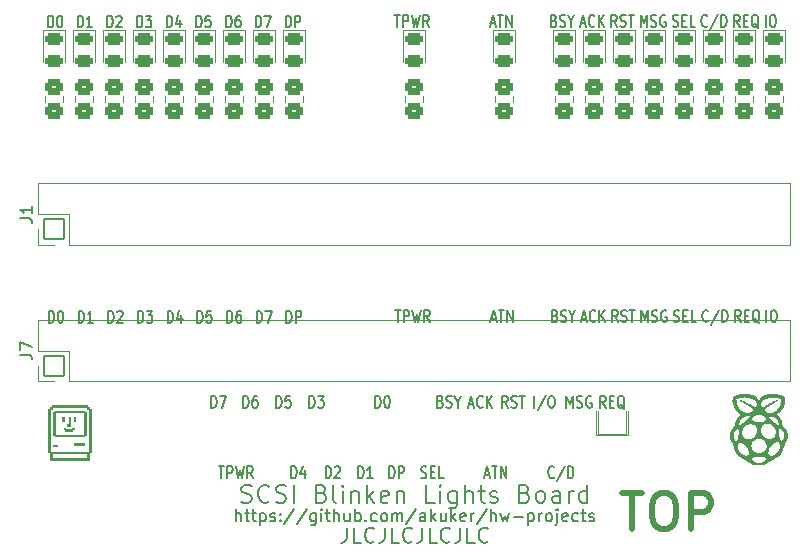
<source format=gbr>
%TF.GenerationSoftware,KiCad,Pcbnew,8.0.2*%
%TF.CreationDate,2024-12-18T21:51:39-06:00*%
%TF.ProjectId,daisy_chain_board,64616973-795f-4636-9861-696e5f626f61,rev?*%
%TF.SameCoordinates,Original*%
%TF.FileFunction,Legend,Top*%
%TF.FilePolarity,Positive*%
%FSLAX46Y46*%
G04 Gerber Fmt 4.6, Leading zero omitted, Abs format (unit mm)*
G04 Created by KiCad (PCBNEW 8.0.2) date 2024-12-18 21:51:39*
%MOMM*%
%LPD*%
G01*
G04 APERTURE LIST*
G04 Aperture macros list*
%AMRoundRect*
0 Rectangle with rounded corners*
0 $1 Rounding radius*
0 $2 $3 $4 $5 $6 $7 $8 $9 X,Y pos of 4 corners*
0 Add a 4 corners polygon primitive as box body*
4,1,4,$2,$3,$4,$5,$6,$7,$8,$9,$2,$3,0*
0 Add four circle primitives for the rounded corners*
1,1,$1+$1,$2,$3*
1,1,$1+$1,$4,$5*
1,1,$1+$1,$6,$7*
1,1,$1+$1,$8,$9*
0 Add four rect primitives between the rounded corners*
20,1,$1+$1,$2,$3,$4,$5,0*
20,1,$1+$1,$4,$5,$6,$7,0*
20,1,$1+$1,$6,$7,$8,$9,0*
20,1,$1+$1,$8,$9,$2,$3,0*%
G04 Aperture macros list end*
%ADD10C,0.120000*%
%ADD11C,0.150000*%
%ADD12C,0.200000*%
%ADD13C,0.500000*%
%ADD14C,0.010000*%
%ADD15RoundRect,0.050000X0.850000X-0.850000X0.850000X0.850000X-0.850000X0.850000X-0.850000X-0.850000X0*%
%ADD16O,1.800000X1.800000*%
%ADD17C,2.800000*%
%ADD18RoundRect,0.270833X0.479167X-0.379167X0.479167X0.379167X-0.479167X0.379167X-0.479167X-0.379167X0*%
%ADD19RoundRect,0.268750X-0.481250X0.268750X-0.481250X-0.268750X0.481250X-0.268750X0.481250X0.268750X0*%
%ADD20C,1.645000*%
%ADD21C,4.945000*%
G04 APERTURE END LIST*
D10*
X128177000Y-36100000D02*
X128177000Y-34000000D01*
X130844000Y-34000000D02*
X130844000Y-36100000D01*
X130717000Y-34000000D02*
X130717000Y-35973000D01*
X128304000Y-35973000D02*
X128304000Y-34000000D01*
X130717000Y-35973000D02*
X128304000Y-35973000D01*
X130844000Y-36100000D02*
X128177000Y-36100000D01*
D11*
X97657142Y-43354819D02*
X97657142Y-42354819D01*
X98085713Y-43354819D02*
X98085713Y-42831009D01*
X98085713Y-42831009D02*
X98038094Y-42735771D01*
X98038094Y-42735771D02*
X97942856Y-42688152D01*
X97942856Y-42688152D02*
X97799999Y-42688152D01*
X97799999Y-42688152D02*
X97704761Y-42735771D01*
X97704761Y-42735771D02*
X97657142Y-42783390D01*
X98419047Y-42688152D02*
X98799999Y-42688152D01*
X98561904Y-42354819D02*
X98561904Y-43211961D01*
X98561904Y-43211961D02*
X98609523Y-43307200D01*
X98609523Y-43307200D02*
X98704761Y-43354819D01*
X98704761Y-43354819D02*
X98799999Y-43354819D01*
X98990476Y-42688152D02*
X99371428Y-42688152D01*
X99133333Y-42354819D02*
X99133333Y-43211961D01*
X99133333Y-43211961D02*
X99180952Y-43307200D01*
X99180952Y-43307200D02*
X99276190Y-43354819D01*
X99276190Y-43354819D02*
X99371428Y-43354819D01*
X99704762Y-42688152D02*
X99704762Y-43688152D01*
X99704762Y-42735771D02*
X99800000Y-42688152D01*
X99800000Y-42688152D02*
X99990476Y-42688152D01*
X99990476Y-42688152D02*
X100085714Y-42735771D01*
X100085714Y-42735771D02*
X100133333Y-42783390D01*
X100133333Y-42783390D02*
X100180952Y-42878628D01*
X100180952Y-42878628D02*
X100180952Y-43164342D01*
X100180952Y-43164342D02*
X100133333Y-43259580D01*
X100133333Y-43259580D02*
X100085714Y-43307200D01*
X100085714Y-43307200D02*
X99990476Y-43354819D01*
X99990476Y-43354819D02*
X99800000Y-43354819D01*
X99800000Y-43354819D02*
X99704762Y-43307200D01*
X100561905Y-43307200D02*
X100657143Y-43354819D01*
X100657143Y-43354819D02*
X100847619Y-43354819D01*
X100847619Y-43354819D02*
X100942857Y-43307200D01*
X100942857Y-43307200D02*
X100990476Y-43211961D01*
X100990476Y-43211961D02*
X100990476Y-43164342D01*
X100990476Y-43164342D02*
X100942857Y-43069104D01*
X100942857Y-43069104D02*
X100847619Y-43021485D01*
X100847619Y-43021485D02*
X100704762Y-43021485D01*
X100704762Y-43021485D02*
X100609524Y-42973866D01*
X100609524Y-42973866D02*
X100561905Y-42878628D01*
X100561905Y-42878628D02*
X100561905Y-42831009D01*
X100561905Y-42831009D02*
X100609524Y-42735771D01*
X100609524Y-42735771D02*
X100704762Y-42688152D01*
X100704762Y-42688152D02*
X100847619Y-42688152D01*
X100847619Y-42688152D02*
X100942857Y-42735771D01*
X101419048Y-43259580D02*
X101466667Y-43307200D01*
X101466667Y-43307200D02*
X101419048Y-43354819D01*
X101419048Y-43354819D02*
X101371429Y-43307200D01*
X101371429Y-43307200D02*
X101419048Y-43259580D01*
X101419048Y-43259580D02*
X101419048Y-43354819D01*
X101419048Y-42735771D02*
X101466667Y-42783390D01*
X101466667Y-42783390D02*
X101419048Y-42831009D01*
X101419048Y-42831009D02*
X101371429Y-42783390D01*
X101371429Y-42783390D02*
X101419048Y-42735771D01*
X101419048Y-42735771D02*
X101419048Y-42831009D01*
X102609523Y-42307200D02*
X101752381Y-43592914D01*
X103657142Y-42307200D02*
X102800000Y-43592914D01*
X104419047Y-42688152D02*
X104419047Y-43497676D01*
X104419047Y-43497676D02*
X104371428Y-43592914D01*
X104371428Y-43592914D02*
X104323809Y-43640533D01*
X104323809Y-43640533D02*
X104228571Y-43688152D01*
X104228571Y-43688152D02*
X104085714Y-43688152D01*
X104085714Y-43688152D02*
X103990476Y-43640533D01*
X104419047Y-43307200D02*
X104323809Y-43354819D01*
X104323809Y-43354819D02*
X104133333Y-43354819D01*
X104133333Y-43354819D02*
X104038095Y-43307200D01*
X104038095Y-43307200D02*
X103990476Y-43259580D01*
X103990476Y-43259580D02*
X103942857Y-43164342D01*
X103942857Y-43164342D02*
X103942857Y-42878628D01*
X103942857Y-42878628D02*
X103990476Y-42783390D01*
X103990476Y-42783390D02*
X104038095Y-42735771D01*
X104038095Y-42735771D02*
X104133333Y-42688152D01*
X104133333Y-42688152D02*
X104323809Y-42688152D01*
X104323809Y-42688152D02*
X104419047Y-42735771D01*
X104895238Y-43354819D02*
X104895238Y-42688152D01*
X104895238Y-42354819D02*
X104847619Y-42402438D01*
X104847619Y-42402438D02*
X104895238Y-42450057D01*
X104895238Y-42450057D02*
X104942857Y-42402438D01*
X104942857Y-42402438D02*
X104895238Y-42354819D01*
X104895238Y-42354819D02*
X104895238Y-42450057D01*
X105228571Y-42688152D02*
X105609523Y-42688152D01*
X105371428Y-42354819D02*
X105371428Y-43211961D01*
X105371428Y-43211961D02*
X105419047Y-43307200D01*
X105419047Y-43307200D02*
X105514285Y-43354819D01*
X105514285Y-43354819D02*
X105609523Y-43354819D01*
X105942857Y-43354819D02*
X105942857Y-42354819D01*
X106371428Y-43354819D02*
X106371428Y-42831009D01*
X106371428Y-42831009D02*
X106323809Y-42735771D01*
X106323809Y-42735771D02*
X106228571Y-42688152D01*
X106228571Y-42688152D02*
X106085714Y-42688152D01*
X106085714Y-42688152D02*
X105990476Y-42735771D01*
X105990476Y-42735771D02*
X105942857Y-42783390D01*
X107276190Y-42688152D02*
X107276190Y-43354819D01*
X106847619Y-42688152D02*
X106847619Y-43211961D01*
X106847619Y-43211961D02*
X106895238Y-43307200D01*
X106895238Y-43307200D02*
X106990476Y-43354819D01*
X106990476Y-43354819D02*
X107133333Y-43354819D01*
X107133333Y-43354819D02*
X107228571Y-43307200D01*
X107228571Y-43307200D02*
X107276190Y-43259580D01*
X107752381Y-43354819D02*
X107752381Y-42354819D01*
X107752381Y-42735771D02*
X107847619Y-42688152D01*
X107847619Y-42688152D02*
X108038095Y-42688152D01*
X108038095Y-42688152D02*
X108133333Y-42735771D01*
X108133333Y-42735771D02*
X108180952Y-42783390D01*
X108180952Y-42783390D02*
X108228571Y-42878628D01*
X108228571Y-42878628D02*
X108228571Y-43164342D01*
X108228571Y-43164342D02*
X108180952Y-43259580D01*
X108180952Y-43259580D02*
X108133333Y-43307200D01*
X108133333Y-43307200D02*
X108038095Y-43354819D01*
X108038095Y-43354819D02*
X107847619Y-43354819D01*
X107847619Y-43354819D02*
X107752381Y-43307200D01*
X108657143Y-43259580D02*
X108704762Y-43307200D01*
X108704762Y-43307200D02*
X108657143Y-43354819D01*
X108657143Y-43354819D02*
X108609524Y-43307200D01*
X108609524Y-43307200D02*
X108657143Y-43259580D01*
X108657143Y-43259580D02*
X108657143Y-43354819D01*
X109561904Y-43307200D02*
X109466666Y-43354819D01*
X109466666Y-43354819D02*
X109276190Y-43354819D01*
X109276190Y-43354819D02*
X109180952Y-43307200D01*
X109180952Y-43307200D02*
X109133333Y-43259580D01*
X109133333Y-43259580D02*
X109085714Y-43164342D01*
X109085714Y-43164342D02*
X109085714Y-42878628D01*
X109085714Y-42878628D02*
X109133333Y-42783390D01*
X109133333Y-42783390D02*
X109180952Y-42735771D01*
X109180952Y-42735771D02*
X109276190Y-42688152D01*
X109276190Y-42688152D02*
X109466666Y-42688152D01*
X109466666Y-42688152D02*
X109561904Y-42735771D01*
X110133333Y-43354819D02*
X110038095Y-43307200D01*
X110038095Y-43307200D02*
X109990476Y-43259580D01*
X109990476Y-43259580D02*
X109942857Y-43164342D01*
X109942857Y-43164342D02*
X109942857Y-42878628D01*
X109942857Y-42878628D02*
X109990476Y-42783390D01*
X109990476Y-42783390D02*
X110038095Y-42735771D01*
X110038095Y-42735771D02*
X110133333Y-42688152D01*
X110133333Y-42688152D02*
X110276190Y-42688152D01*
X110276190Y-42688152D02*
X110371428Y-42735771D01*
X110371428Y-42735771D02*
X110419047Y-42783390D01*
X110419047Y-42783390D02*
X110466666Y-42878628D01*
X110466666Y-42878628D02*
X110466666Y-43164342D01*
X110466666Y-43164342D02*
X110419047Y-43259580D01*
X110419047Y-43259580D02*
X110371428Y-43307200D01*
X110371428Y-43307200D02*
X110276190Y-43354819D01*
X110276190Y-43354819D02*
X110133333Y-43354819D01*
X110895238Y-43354819D02*
X110895238Y-42688152D01*
X110895238Y-42783390D02*
X110942857Y-42735771D01*
X110942857Y-42735771D02*
X111038095Y-42688152D01*
X111038095Y-42688152D02*
X111180952Y-42688152D01*
X111180952Y-42688152D02*
X111276190Y-42735771D01*
X111276190Y-42735771D02*
X111323809Y-42831009D01*
X111323809Y-42831009D02*
X111323809Y-43354819D01*
X111323809Y-42831009D02*
X111371428Y-42735771D01*
X111371428Y-42735771D02*
X111466666Y-42688152D01*
X111466666Y-42688152D02*
X111609523Y-42688152D01*
X111609523Y-42688152D02*
X111704762Y-42735771D01*
X111704762Y-42735771D02*
X111752381Y-42831009D01*
X111752381Y-42831009D02*
X111752381Y-43354819D01*
X112942856Y-42307200D02*
X112085714Y-43592914D01*
X113704761Y-43354819D02*
X113704761Y-42831009D01*
X113704761Y-42831009D02*
X113657142Y-42735771D01*
X113657142Y-42735771D02*
X113561904Y-42688152D01*
X113561904Y-42688152D02*
X113371428Y-42688152D01*
X113371428Y-42688152D02*
X113276190Y-42735771D01*
X113704761Y-43307200D02*
X113609523Y-43354819D01*
X113609523Y-43354819D02*
X113371428Y-43354819D01*
X113371428Y-43354819D02*
X113276190Y-43307200D01*
X113276190Y-43307200D02*
X113228571Y-43211961D01*
X113228571Y-43211961D02*
X113228571Y-43116723D01*
X113228571Y-43116723D02*
X113276190Y-43021485D01*
X113276190Y-43021485D02*
X113371428Y-42973866D01*
X113371428Y-42973866D02*
X113609523Y-42973866D01*
X113609523Y-42973866D02*
X113704761Y-42926247D01*
X114180952Y-43354819D02*
X114180952Y-42354819D01*
X114276190Y-42973866D02*
X114561904Y-43354819D01*
X114561904Y-42688152D02*
X114180952Y-43069104D01*
X115419047Y-42688152D02*
X115419047Y-43354819D01*
X114990476Y-42688152D02*
X114990476Y-43211961D01*
X114990476Y-43211961D02*
X115038095Y-43307200D01*
X115038095Y-43307200D02*
X115133333Y-43354819D01*
X115133333Y-43354819D02*
X115276190Y-43354819D01*
X115276190Y-43354819D02*
X115371428Y-43307200D01*
X115371428Y-43307200D02*
X115419047Y-43259580D01*
X115895238Y-43354819D02*
X115895238Y-42354819D01*
X115990476Y-42973866D02*
X116276190Y-43354819D01*
X116276190Y-42688152D02*
X115895238Y-43069104D01*
X117085714Y-43307200D02*
X116990476Y-43354819D01*
X116990476Y-43354819D02*
X116800000Y-43354819D01*
X116800000Y-43354819D02*
X116704762Y-43307200D01*
X116704762Y-43307200D02*
X116657143Y-43211961D01*
X116657143Y-43211961D02*
X116657143Y-42831009D01*
X116657143Y-42831009D02*
X116704762Y-42735771D01*
X116704762Y-42735771D02*
X116800000Y-42688152D01*
X116800000Y-42688152D02*
X116990476Y-42688152D01*
X116990476Y-42688152D02*
X117085714Y-42735771D01*
X117085714Y-42735771D02*
X117133333Y-42831009D01*
X117133333Y-42831009D02*
X117133333Y-42926247D01*
X117133333Y-42926247D02*
X116657143Y-43021485D01*
X117561905Y-43354819D02*
X117561905Y-42688152D01*
X117561905Y-42878628D02*
X117609524Y-42783390D01*
X117609524Y-42783390D02*
X117657143Y-42735771D01*
X117657143Y-42735771D02*
X117752381Y-42688152D01*
X117752381Y-42688152D02*
X117847619Y-42688152D01*
X118895238Y-42307200D02*
X118038096Y-43592914D01*
X119228572Y-43354819D02*
X119228572Y-42354819D01*
X119657143Y-43354819D02*
X119657143Y-42831009D01*
X119657143Y-42831009D02*
X119609524Y-42735771D01*
X119609524Y-42735771D02*
X119514286Y-42688152D01*
X119514286Y-42688152D02*
X119371429Y-42688152D01*
X119371429Y-42688152D02*
X119276191Y-42735771D01*
X119276191Y-42735771D02*
X119228572Y-42783390D01*
X120038096Y-42688152D02*
X120228572Y-43354819D01*
X120228572Y-43354819D02*
X120419048Y-42878628D01*
X120419048Y-42878628D02*
X120609524Y-43354819D01*
X120609524Y-43354819D02*
X120800000Y-42688152D01*
X121180953Y-42973866D02*
X121942858Y-42973866D01*
X122419048Y-42688152D02*
X122419048Y-43688152D01*
X122419048Y-42735771D02*
X122514286Y-42688152D01*
X122514286Y-42688152D02*
X122704762Y-42688152D01*
X122704762Y-42688152D02*
X122800000Y-42735771D01*
X122800000Y-42735771D02*
X122847619Y-42783390D01*
X122847619Y-42783390D02*
X122895238Y-42878628D01*
X122895238Y-42878628D02*
X122895238Y-43164342D01*
X122895238Y-43164342D02*
X122847619Y-43259580D01*
X122847619Y-43259580D02*
X122800000Y-43307200D01*
X122800000Y-43307200D02*
X122704762Y-43354819D01*
X122704762Y-43354819D02*
X122514286Y-43354819D01*
X122514286Y-43354819D02*
X122419048Y-43307200D01*
X123323810Y-43354819D02*
X123323810Y-42688152D01*
X123323810Y-42878628D02*
X123371429Y-42783390D01*
X123371429Y-42783390D02*
X123419048Y-42735771D01*
X123419048Y-42735771D02*
X123514286Y-42688152D01*
X123514286Y-42688152D02*
X123609524Y-42688152D01*
X124085715Y-43354819D02*
X123990477Y-43307200D01*
X123990477Y-43307200D02*
X123942858Y-43259580D01*
X123942858Y-43259580D02*
X123895239Y-43164342D01*
X123895239Y-43164342D02*
X123895239Y-42878628D01*
X123895239Y-42878628D02*
X123942858Y-42783390D01*
X123942858Y-42783390D02*
X123990477Y-42735771D01*
X123990477Y-42735771D02*
X124085715Y-42688152D01*
X124085715Y-42688152D02*
X124228572Y-42688152D01*
X124228572Y-42688152D02*
X124323810Y-42735771D01*
X124323810Y-42735771D02*
X124371429Y-42783390D01*
X124371429Y-42783390D02*
X124419048Y-42878628D01*
X124419048Y-42878628D02*
X124419048Y-43164342D01*
X124419048Y-43164342D02*
X124371429Y-43259580D01*
X124371429Y-43259580D02*
X124323810Y-43307200D01*
X124323810Y-43307200D02*
X124228572Y-43354819D01*
X124228572Y-43354819D02*
X124085715Y-43354819D01*
X124847620Y-42688152D02*
X124847620Y-43545295D01*
X124847620Y-43545295D02*
X124800001Y-43640533D01*
X124800001Y-43640533D02*
X124704763Y-43688152D01*
X124704763Y-43688152D02*
X124657144Y-43688152D01*
X124847620Y-42354819D02*
X124800001Y-42402438D01*
X124800001Y-42402438D02*
X124847620Y-42450057D01*
X124847620Y-42450057D02*
X124895239Y-42402438D01*
X124895239Y-42402438D02*
X124847620Y-42354819D01*
X124847620Y-42354819D02*
X124847620Y-42450057D01*
X125704762Y-43307200D02*
X125609524Y-43354819D01*
X125609524Y-43354819D02*
X125419048Y-43354819D01*
X125419048Y-43354819D02*
X125323810Y-43307200D01*
X125323810Y-43307200D02*
X125276191Y-43211961D01*
X125276191Y-43211961D02*
X125276191Y-42831009D01*
X125276191Y-42831009D02*
X125323810Y-42735771D01*
X125323810Y-42735771D02*
X125419048Y-42688152D01*
X125419048Y-42688152D02*
X125609524Y-42688152D01*
X125609524Y-42688152D02*
X125704762Y-42735771D01*
X125704762Y-42735771D02*
X125752381Y-42831009D01*
X125752381Y-42831009D02*
X125752381Y-42926247D01*
X125752381Y-42926247D02*
X125276191Y-43021485D01*
X126609524Y-43307200D02*
X126514286Y-43354819D01*
X126514286Y-43354819D02*
X126323810Y-43354819D01*
X126323810Y-43354819D02*
X126228572Y-43307200D01*
X126228572Y-43307200D02*
X126180953Y-43259580D01*
X126180953Y-43259580D02*
X126133334Y-43164342D01*
X126133334Y-43164342D02*
X126133334Y-42878628D01*
X126133334Y-42878628D02*
X126180953Y-42783390D01*
X126180953Y-42783390D02*
X126228572Y-42735771D01*
X126228572Y-42735771D02*
X126323810Y-42688152D01*
X126323810Y-42688152D02*
X126514286Y-42688152D01*
X126514286Y-42688152D02*
X126609524Y-42735771D01*
X126895239Y-42688152D02*
X127276191Y-42688152D01*
X127038096Y-42354819D02*
X127038096Y-43211961D01*
X127038096Y-43211961D02*
X127085715Y-43307200D01*
X127085715Y-43307200D02*
X127180953Y-43354819D01*
X127180953Y-43354819D02*
X127276191Y-43354819D01*
X127561906Y-43307200D02*
X127657144Y-43354819D01*
X127657144Y-43354819D02*
X127847620Y-43354819D01*
X127847620Y-43354819D02*
X127942858Y-43307200D01*
X127942858Y-43307200D02*
X127990477Y-43211961D01*
X127990477Y-43211961D02*
X127990477Y-43164342D01*
X127990477Y-43164342D02*
X127942858Y-43069104D01*
X127942858Y-43069104D02*
X127847620Y-43021485D01*
X127847620Y-43021485D02*
X127704763Y-43021485D01*
X127704763Y-43021485D02*
X127609525Y-42973866D01*
X127609525Y-42973866D02*
X127561906Y-42878628D01*
X127561906Y-42878628D02*
X127561906Y-42831009D01*
X127561906Y-42831009D02*
X127609525Y-42735771D01*
X127609525Y-42735771D02*
X127704763Y-42688152D01*
X127704763Y-42688152D02*
X127847620Y-42688152D01*
X127847620Y-42688152D02*
X127942858Y-42735771D01*
X94396982Y-26554819D02*
X94396982Y-25554819D01*
X94396982Y-25554819D02*
X94587458Y-25554819D01*
X94587458Y-25554819D02*
X94701744Y-25602438D01*
X94701744Y-25602438D02*
X94777934Y-25697676D01*
X94777934Y-25697676D02*
X94816029Y-25792914D01*
X94816029Y-25792914D02*
X94854125Y-25983390D01*
X94854125Y-25983390D02*
X94854125Y-26126247D01*
X94854125Y-26126247D02*
X94816029Y-26316723D01*
X94816029Y-26316723D02*
X94777934Y-26411961D01*
X94777934Y-26411961D02*
X94701744Y-26507200D01*
X94701744Y-26507200D02*
X94587458Y-26554819D01*
X94587458Y-26554819D02*
X94396982Y-26554819D01*
X95577934Y-25554819D02*
X95196982Y-25554819D01*
X95196982Y-25554819D02*
X95158886Y-26031009D01*
X95158886Y-26031009D02*
X95196982Y-25983390D01*
X95196982Y-25983390D02*
X95273172Y-25935771D01*
X95273172Y-25935771D02*
X95463648Y-25935771D01*
X95463648Y-25935771D02*
X95539839Y-25983390D01*
X95539839Y-25983390D02*
X95577934Y-26031009D01*
X95577934Y-26031009D02*
X95616029Y-26126247D01*
X95616029Y-26126247D02*
X95616029Y-26364342D01*
X95616029Y-26364342D02*
X95577934Y-26459580D01*
X95577934Y-26459580D02*
X95539839Y-26507200D01*
X95539839Y-26507200D02*
X95463648Y-26554819D01*
X95463648Y-26554819D02*
X95273172Y-26554819D01*
X95273172Y-26554819D02*
X95196982Y-26507200D01*
X95196982Y-26507200D02*
X95158886Y-26459580D01*
X84341758Y-26554819D02*
X84341758Y-25554819D01*
X84341758Y-25554819D02*
X84532234Y-25554819D01*
X84532234Y-25554819D02*
X84646520Y-25602438D01*
X84646520Y-25602438D02*
X84722710Y-25697676D01*
X84722710Y-25697676D02*
X84760805Y-25792914D01*
X84760805Y-25792914D02*
X84798901Y-25983390D01*
X84798901Y-25983390D02*
X84798901Y-26126247D01*
X84798901Y-26126247D02*
X84760805Y-26316723D01*
X84760805Y-26316723D02*
X84722710Y-26411961D01*
X84722710Y-26411961D02*
X84646520Y-26507200D01*
X84646520Y-26507200D02*
X84532234Y-26554819D01*
X84532234Y-26554819D02*
X84341758Y-26554819D01*
X85560805Y-26554819D02*
X85103662Y-26554819D01*
X85332234Y-26554819D02*
X85332234Y-25554819D01*
X85332234Y-25554819D02*
X85256043Y-25697676D01*
X85256043Y-25697676D02*
X85179853Y-25792914D01*
X85179853Y-25792914D02*
X85103662Y-25840533D01*
X99346166Y-1554819D02*
X99346166Y-554819D01*
X99346166Y-554819D02*
X99536642Y-554819D01*
X99536642Y-554819D02*
X99650928Y-602438D01*
X99650928Y-602438D02*
X99727118Y-697676D01*
X99727118Y-697676D02*
X99765213Y-792914D01*
X99765213Y-792914D02*
X99803309Y-983390D01*
X99803309Y-983390D02*
X99803309Y-1126247D01*
X99803309Y-1126247D02*
X99765213Y-1316723D01*
X99765213Y-1316723D02*
X99727118Y-1411961D01*
X99727118Y-1411961D02*
X99650928Y-1507200D01*
X99650928Y-1507200D02*
X99536642Y-1554819D01*
X99536642Y-1554819D02*
X99346166Y-1554819D01*
X100069975Y-554819D02*
X100603309Y-554819D01*
X100603309Y-554819D02*
X100260451Y-1554819D01*
X131917284Y-1491319D02*
X131917284Y-491319D01*
X131917284Y-491319D02*
X132183950Y-1205604D01*
X132183950Y-1205604D02*
X132450617Y-491319D01*
X132450617Y-491319D02*
X132450617Y-1491319D01*
X132793474Y-1443700D02*
X132907760Y-1491319D01*
X132907760Y-1491319D02*
X133098236Y-1491319D01*
X133098236Y-1491319D02*
X133174427Y-1443700D01*
X133174427Y-1443700D02*
X133212522Y-1396080D01*
X133212522Y-1396080D02*
X133250617Y-1300842D01*
X133250617Y-1300842D02*
X133250617Y-1205604D01*
X133250617Y-1205604D02*
X133212522Y-1110366D01*
X133212522Y-1110366D02*
X133174427Y-1062747D01*
X133174427Y-1062747D02*
X133098236Y-1015128D01*
X133098236Y-1015128D02*
X132945855Y-967509D01*
X132945855Y-967509D02*
X132869665Y-919890D01*
X132869665Y-919890D02*
X132831570Y-872271D01*
X132831570Y-872271D02*
X132793474Y-777033D01*
X132793474Y-777033D02*
X132793474Y-681795D01*
X132793474Y-681795D02*
X132831570Y-586557D01*
X132831570Y-586557D02*
X132869665Y-538938D01*
X132869665Y-538938D02*
X132945855Y-491319D01*
X132945855Y-491319D02*
X133136332Y-491319D01*
X133136332Y-491319D02*
X133250617Y-538938D01*
X134012522Y-538938D02*
X133936332Y-491319D01*
X133936332Y-491319D02*
X133822046Y-491319D01*
X133822046Y-491319D02*
X133707760Y-538938D01*
X133707760Y-538938D02*
X133631570Y-634176D01*
X133631570Y-634176D02*
X133593475Y-729414D01*
X133593475Y-729414D02*
X133555379Y-919890D01*
X133555379Y-919890D02*
X133555379Y-1062747D01*
X133555379Y-1062747D02*
X133593475Y-1253223D01*
X133593475Y-1253223D02*
X133631570Y-1348461D01*
X133631570Y-1348461D02*
X133707760Y-1443700D01*
X133707760Y-1443700D02*
X133822046Y-1491319D01*
X133822046Y-1491319D02*
X133898237Y-1491319D01*
X133898237Y-1491319D02*
X134012522Y-1443700D01*
X134012522Y-1443700D02*
X134050618Y-1396080D01*
X134050618Y-1396080D02*
X134050618Y-1062747D01*
X134050618Y-1062747D02*
X133898237Y-1062747D01*
X124599333Y-967509D02*
X124713619Y-1015128D01*
X124713619Y-1015128D02*
X124751714Y-1062747D01*
X124751714Y-1062747D02*
X124789810Y-1157985D01*
X124789810Y-1157985D02*
X124789810Y-1300842D01*
X124789810Y-1300842D02*
X124751714Y-1396080D01*
X124751714Y-1396080D02*
X124713619Y-1443700D01*
X124713619Y-1443700D02*
X124637429Y-1491319D01*
X124637429Y-1491319D02*
X124332667Y-1491319D01*
X124332667Y-1491319D02*
X124332667Y-491319D01*
X124332667Y-491319D02*
X124599333Y-491319D01*
X124599333Y-491319D02*
X124675524Y-538938D01*
X124675524Y-538938D02*
X124713619Y-586557D01*
X124713619Y-586557D02*
X124751714Y-681795D01*
X124751714Y-681795D02*
X124751714Y-777033D01*
X124751714Y-777033D02*
X124713619Y-872271D01*
X124713619Y-872271D02*
X124675524Y-919890D01*
X124675524Y-919890D02*
X124599333Y-967509D01*
X124599333Y-967509D02*
X124332667Y-967509D01*
X125094571Y-1443700D02*
X125208857Y-1491319D01*
X125208857Y-1491319D02*
X125399333Y-1491319D01*
X125399333Y-1491319D02*
X125475524Y-1443700D01*
X125475524Y-1443700D02*
X125513619Y-1396080D01*
X125513619Y-1396080D02*
X125551714Y-1300842D01*
X125551714Y-1300842D02*
X125551714Y-1205604D01*
X125551714Y-1205604D02*
X125513619Y-1110366D01*
X125513619Y-1110366D02*
X125475524Y-1062747D01*
X125475524Y-1062747D02*
X125399333Y-1015128D01*
X125399333Y-1015128D02*
X125246952Y-967509D01*
X125246952Y-967509D02*
X125170762Y-919890D01*
X125170762Y-919890D02*
X125132667Y-872271D01*
X125132667Y-872271D02*
X125094571Y-777033D01*
X125094571Y-777033D02*
X125094571Y-681795D01*
X125094571Y-681795D02*
X125132667Y-586557D01*
X125132667Y-586557D02*
X125170762Y-538938D01*
X125170762Y-538938D02*
X125246952Y-491319D01*
X125246952Y-491319D02*
X125437429Y-491319D01*
X125437429Y-491319D02*
X125551714Y-538938D01*
X126046953Y-1015128D02*
X126046953Y-1491319D01*
X125780286Y-491319D02*
X126046953Y-1015128D01*
X126046953Y-1015128D02*
X126313619Y-491319D01*
X119208214Y-1205604D02*
X119589167Y-1205604D01*
X119132024Y-1491319D02*
X119398691Y-491319D01*
X119398691Y-491319D02*
X119665357Y-1491319D01*
X119817738Y-491319D02*
X120274881Y-491319D01*
X120046309Y-1491319D02*
X120046309Y-491319D01*
X120541548Y-1491319D02*
X120541548Y-491319D01*
X120541548Y-491319D02*
X120998691Y-1491319D01*
X120998691Y-1491319D02*
X120998691Y-491319D01*
X117384023Y-33459104D02*
X117764976Y-33459104D01*
X117307833Y-33744819D02*
X117574500Y-32744819D01*
X117574500Y-32744819D02*
X117841166Y-33744819D01*
X118564976Y-33649580D02*
X118526880Y-33697200D01*
X118526880Y-33697200D02*
X118412595Y-33744819D01*
X118412595Y-33744819D02*
X118336404Y-33744819D01*
X118336404Y-33744819D02*
X118222118Y-33697200D01*
X118222118Y-33697200D02*
X118145928Y-33601961D01*
X118145928Y-33601961D02*
X118107833Y-33506723D01*
X118107833Y-33506723D02*
X118069737Y-33316247D01*
X118069737Y-33316247D02*
X118069737Y-33173390D01*
X118069737Y-33173390D02*
X118107833Y-32982914D01*
X118107833Y-32982914D02*
X118145928Y-32887676D01*
X118145928Y-32887676D02*
X118222118Y-32792438D01*
X118222118Y-32792438D02*
X118336404Y-32744819D01*
X118336404Y-32744819D02*
X118412595Y-32744819D01*
X118412595Y-32744819D02*
X118526880Y-32792438D01*
X118526880Y-32792438D02*
X118564976Y-32840057D01*
X118907833Y-33744819D02*
X118907833Y-32744819D01*
X119364976Y-33744819D02*
X119022118Y-33173390D01*
X119364976Y-32744819D02*
X118907833Y-33316247D01*
X110652976Y-39713819D02*
X110652976Y-38713819D01*
X110652976Y-38713819D02*
X110843452Y-38713819D01*
X110843452Y-38713819D02*
X110957738Y-38761438D01*
X110957738Y-38761438D02*
X111033928Y-38856676D01*
X111033928Y-38856676D02*
X111072023Y-38951914D01*
X111072023Y-38951914D02*
X111110119Y-39142390D01*
X111110119Y-39142390D02*
X111110119Y-39285247D01*
X111110119Y-39285247D02*
X111072023Y-39475723D01*
X111072023Y-39475723D02*
X111033928Y-39570961D01*
X111033928Y-39570961D02*
X110957738Y-39666200D01*
X110957738Y-39666200D02*
X110843452Y-39713819D01*
X110843452Y-39713819D02*
X110652976Y-39713819D01*
X111452976Y-39713819D02*
X111452976Y-38713819D01*
X111452976Y-38713819D02*
X111757738Y-38713819D01*
X111757738Y-38713819D02*
X111833928Y-38761438D01*
X111833928Y-38761438D02*
X111872023Y-38809057D01*
X111872023Y-38809057D02*
X111910119Y-38904295D01*
X111910119Y-38904295D02*
X111910119Y-39047152D01*
X111910119Y-39047152D02*
X111872023Y-39142390D01*
X111872023Y-39142390D02*
X111833928Y-39190009D01*
X111833928Y-39190009D02*
X111757738Y-39237628D01*
X111757738Y-39237628D02*
X111452976Y-39237628D01*
X105274524Y-39713819D02*
X105274524Y-38713819D01*
X105274524Y-38713819D02*
X105465000Y-38713819D01*
X105465000Y-38713819D02*
X105579286Y-38761438D01*
X105579286Y-38761438D02*
X105655476Y-38856676D01*
X105655476Y-38856676D02*
X105693571Y-38951914D01*
X105693571Y-38951914D02*
X105731667Y-39142390D01*
X105731667Y-39142390D02*
X105731667Y-39285247D01*
X105731667Y-39285247D02*
X105693571Y-39475723D01*
X105693571Y-39475723D02*
X105655476Y-39570961D01*
X105655476Y-39570961D02*
X105579286Y-39666200D01*
X105579286Y-39666200D02*
X105465000Y-39713819D01*
X105465000Y-39713819D02*
X105274524Y-39713819D01*
X106036428Y-38809057D02*
X106074524Y-38761438D01*
X106074524Y-38761438D02*
X106150714Y-38713819D01*
X106150714Y-38713819D02*
X106341190Y-38713819D01*
X106341190Y-38713819D02*
X106417381Y-38761438D01*
X106417381Y-38761438D02*
X106455476Y-38809057D01*
X106455476Y-38809057D02*
X106493571Y-38904295D01*
X106493571Y-38904295D02*
X106493571Y-38999533D01*
X106493571Y-38999533D02*
X106455476Y-39142390D01*
X106455476Y-39142390D02*
X105998333Y-39713819D01*
X105998333Y-39713819D02*
X106493571Y-39713819D01*
X98289524Y-33744819D02*
X98289524Y-32744819D01*
X98289524Y-32744819D02*
X98480000Y-32744819D01*
X98480000Y-32744819D02*
X98594286Y-32792438D01*
X98594286Y-32792438D02*
X98670476Y-32887676D01*
X98670476Y-32887676D02*
X98708571Y-32982914D01*
X98708571Y-32982914D02*
X98746667Y-33173390D01*
X98746667Y-33173390D02*
X98746667Y-33316247D01*
X98746667Y-33316247D02*
X98708571Y-33506723D01*
X98708571Y-33506723D02*
X98670476Y-33601961D01*
X98670476Y-33601961D02*
X98594286Y-33697200D01*
X98594286Y-33697200D02*
X98480000Y-33744819D01*
X98480000Y-33744819D02*
X98289524Y-33744819D01*
X99432381Y-32744819D02*
X99280000Y-32744819D01*
X99280000Y-32744819D02*
X99203809Y-32792438D01*
X99203809Y-32792438D02*
X99165714Y-32840057D01*
X99165714Y-32840057D02*
X99089524Y-32982914D01*
X99089524Y-32982914D02*
X99051428Y-33173390D01*
X99051428Y-33173390D02*
X99051428Y-33554342D01*
X99051428Y-33554342D02*
X99089524Y-33649580D01*
X99089524Y-33649580D02*
X99127619Y-33697200D01*
X99127619Y-33697200D02*
X99203809Y-33744819D01*
X99203809Y-33744819D02*
X99356190Y-33744819D01*
X99356190Y-33744819D02*
X99432381Y-33697200D01*
X99432381Y-33697200D02*
X99470476Y-33649580D01*
X99470476Y-33649580D02*
X99508571Y-33554342D01*
X99508571Y-33554342D02*
X99508571Y-33316247D01*
X99508571Y-33316247D02*
X99470476Y-33221009D01*
X99470476Y-33221009D02*
X99432381Y-33173390D01*
X99432381Y-33173390D02*
X99356190Y-33125771D01*
X99356190Y-33125771D02*
X99203809Y-33125771D01*
X99203809Y-33125771D02*
X99127619Y-33173390D01*
X99127619Y-33173390D02*
X99089524Y-33221009D01*
X99089524Y-33221009D02*
X99051428Y-33316247D01*
X125645381Y-33744819D02*
X125645381Y-32744819D01*
X125645381Y-32744819D02*
X125912047Y-33459104D01*
X125912047Y-33459104D02*
X126178714Y-32744819D01*
X126178714Y-32744819D02*
X126178714Y-33744819D01*
X126521571Y-33697200D02*
X126635857Y-33744819D01*
X126635857Y-33744819D02*
X126826333Y-33744819D01*
X126826333Y-33744819D02*
X126902524Y-33697200D01*
X126902524Y-33697200D02*
X126940619Y-33649580D01*
X126940619Y-33649580D02*
X126978714Y-33554342D01*
X126978714Y-33554342D02*
X126978714Y-33459104D01*
X126978714Y-33459104D02*
X126940619Y-33363866D01*
X126940619Y-33363866D02*
X126902524Y-33316247D01*
X126902524Y-33316247D02*
X126826333Y-33268628D01*
X126826333Y-33268628D02*
X126673952Y-33221009D01*
X126673952Y-33221009D02*
X126597762Y-33173390D01*
X126597762Y-33173390D02*
X126559667Y-33125771D01*
X126559667Y-33125771D02*
X126521571Y-33030533D01*
X126521571Y-33030533D02*
X126521571Y-32935295D01*
X126521571Y-32935295D02*
X126559667Y-32840057D01*
X126559667Y-32840057D02*
X126597762Y-32792438D01*
X126597762Y-32792438D02*
X126673952Y-32744819D01*
X126673952Y-32744819D02*
X126864429Y-32744819D01*
X126864429Y-32744819D02*
X126978714Y-32792438D01*
X127740619Y-32792438D02*
X127664429Y-32744819D01*
X127664429Y-32744819D02*
X127550143Y-32744819D01*
X127550143Y-32744819D02*
X127435857Y-32792438D01*
X127435857Y-32792438D02*
X127359667Y-32887676D01*
X127359667Y-32887676D02*
X127321572Y-32982914D01*
X127321572Y-32982914D02*
X127283476Y-33173390D01*
X127283476Y-33173390D02*
X127283476Y-33316247D01*
X127283476Y-33316247D02*
X127321572Y-33506723D01*
X127321572Y-33506723D02*
X127359667Y-33601961D01*
X127359667Y-33601961D02*
X127435857Y-33697200D01*
X127435857Y-33697200D02*
X127550143Y-33744819D01*
X127550143Y-33744819D02*
X127626334Y-33744819D01*
X127626334Y-33744819D02*
X127740619Y-33697200D01*
X127740619Y-33697200D02*
X127778715Y-33649580D01*
X127778715Y-33649580D02*
X127778715Y-33316247D01*
X127778715Y-33316247D02*
X127626334Y-33316247D01*
X128953667Y-33744819D02*
X128687000Y-33268628D01*
X128496524Y-33744819D02*
X128496524Y-32744819D01*
X128496524Y-32744819D02*
X128801286Y-32744819D01*
X128801286Y-32744819D02*
X128877476Y-32792438D01*
X128877476Y-32792438D02*
X128915571Y-32840057D01*
X128915571Y-32840057D02*
X128953667Y-32935295D01*
X128953667Y-32935295D02*
X128953667Y-33078152D01*
X128953667Y-33078152D02*
X128915571Y-33173390D01*
X128915571Y-33173390D02*
X128877476Y-33221009D01*
X128877476Y-33221009D02*
X128801286Y-33268628D01*
X128801286Y-33268628D02*
X128496524Y-33268628D01*
X129296524Y-33221009D02*
X129563190Y-33221009D01*
X129677476Y-33744819D02*
X129296524Y-33744819D01*
X129296524Y-33744819D02*
X129296524Y-32744819D01*
X129296524Y-32744819D02*
X129677476Y-32744819D01*
X130553667Y-33840057D02*
X130477477Y-33792438D01*
X130477477Y-33792438D02*
X130401286Y-33697200D01*
X130401286Y-33697200D02*
X130287000Y-33554342D01*
X130287000Y-33554342D02*
X130210810Y-33506723D01*
X130210810Y-33506723D02*
X130134619Y-33506723D01*
X130172715Y-33744819D02*
X130096524Y-33697200D01*
X130096524Y-33697200D02*
X130020334Y-33601961D01*
X130020334Y-33601961D02*
X129982238Y-33411485D01*
X129982238Y-33411485D02*
X129982238Y-33078152D01*
X129982238Y-33078152D02*
X130020334Y-32887676D01*
X130020334Y-32887676D02*
X130096524Y-32792438D01*
X130096524Y-32792438D02*
X130172715Y-32744819D01*
X130172715Y-32744819D02*
X130325096Y-32744819D01*
X130325096Y-32744819D02*
X130401286Y-32792438D01*
X130401286Y-32792438D02*
X130477477Y-32887676D01*
X130477477Y-32887676D02*
X130515572Y-33078152D01*
X130515572Y-33078152D02*
X130515572Y-33411485D01*
X130515572Y-33411485D02*
X130477477Y-33601961D01*
X130477477Y-33601961D02*
X130401286Y-33697200D01*
X130401286Y-33697200D02*
X130325096Y-33744819D01*
X130325096Y-33744819D02*
X130172715Y-33744819D01*
X137570520Y-1396080D02*
X137532424Y-1443700D01*
X137532424Y-1443700D02*
X137418139Y-1491319D01*
X137418139Y-1491319D02*
X137341948Y-1491319D01*
X137341948Y-1491319D02*
X137227662Y-1443700D01*
X137227662Y-1443700D02*
X137151472Y-1348461D01*
X137151472Y-1348461D02*
X137113377Y-1253223D01*
X137113377Y-1253223D02*
X137075281Y-1062747D01*
X137075281Y-1062747D02*
X137075281Y-919890D01*
X137075281Y-919890D02*
X137113377Y-729414D01*
X137113377Y-729414D02*
X137151472Y-634176D01*
X137151472Y-634176D02*
X137227662Y-538938D01*
X137227662Y-538938D02*
X137341948Y-491319D01*
X137341948Y-491319D02*
X137418139Y-491319D01*
X137418139Y-491319D02*
X137532424Y-538938D01*
X137532424Y-538938D02*
X137570520Y-586557D01*
X138484805Y-443700D02*
X137799091Y-1729414D01*
X138751472Y-1491319D02*
X138751472Y-491319D01*
X138751472Y-491319D02*
X138941948Y-491319D01*
X138941948Y-491319D02*
X139056234Y-538938D01*
X139056234Y-538938D02*
X139132424Y-634176D01*
X139132424Y-634176D02*
X139170519Y-729414D01*
X139170519Y-729414D02*
X139208615Y-919890D01*
X139208615Y-919890D02*
X139208615Y-1062747D01*
X139208615Y-1062747D02*
X139170519Y-1253223D01*
X139170519Y-1253223D02*
X139132424Y-1348461D01*
X139132424Y-1348461D02*
X139056234Y-1443700D01*
X139056234Y-1443700D02*
X138941948Y-1491319D01*
X138941948Y-1491319D02*
X138751472Y-1491319D01*
X108005024Y-39713819D02*
X108005024Y-38713819D01*
X108005024Y-38713819D02*
X108195500Y-38713819D01*
X108195500Y-38713819D02*
X108309786Y-38761438D01*
X108309786Y-38761438D02*
X108385976Y-38856676D01*
X108385976Y-38856676D02*
X108424071Y-38951914D01*
X108424071Y-38951914D02*
X108462167Y-39142390D01*
X108462167Y-39142390D02*
X108462167Y-39285247D01*
X108462167Y-39285247D02*
X108424071Y-39475723D01*
X108424071Y-39475723D02*
X108385976Y-39570961D01*
X108385976Y-39570961D02*
X108309786Y-39666200D01*
X108309786Y-39666200D02*
X108195500Y-39713819D01*
X108195500Y-39713819D02*
X108005024Y-39713819D01*
X109224071Y-39713819D02*
X108766928Y-39713819D01*
X108995500Y-39713819D02*
X108995500Y-38713819D01*
X108995500Y-38713819D02*
X108919309Y-38856676D01*
X108919309Y-38856676D02*
X108843119Y-38951914D01*
X108843119Y-38951914D02*
X108766928Y-38999533D01*
X89290942Y-1554819D02*
X89290942Y-554819D01*
X89290942Y-554819D02*
X89481418Y-554819D01*
X89481418Y-554819D02*
X89595704Y-602438D01*
X89595704Y-602438D02*
X89671894Y-697676D01*
X89671894Y-697676D02*
X89709989Y-792914D01*
X89709989Y-792914D02*
X89748085Y-983390D01*
X89748085Y-983390D02*
X89748085Y-1126247D01*
X89748085Y-1126247D02*
X89709989Y-1316723D01*
X89709989Y-1316723D02*
X89671894Y-1411961D01*
X89671894Y-1411961D02*
X89595704Y-1507200D01*
X89595704Y-1507200D02*
X89481418Y-1554819D01*
X89481418Y-1554819D02*
X89290942Y-1554819D01*
X90014751Y-554819D02*
X90509989Y-554819D01*
X90509989Y-554819D02*
X90243323Y-935771D01*
X90243323Y-935771D02*
X90357608Y-935771D01*
X90357608Y-935771D02*
X90433799Y-983390D01*
X90433799Y-983390D02*
X90471894Y-1031009D01*
X90471894Y-1031009D02*
X90509989Y-1126247D01*
X90509989Y-1126247D02*
X90509989Y-1364342D01*
X90509989Y-1364342D02*
X90471894Y-1459580D01*
X90471894Y-1459580D02*
X90433799Y-1507200D01*
X90433799Y-1507200D02*
X90357608Y-1554819D01*
X90357608Y-1554819D02*
X90129037Y-1554819D01*
X90129037Y-1554819D02*
X90052846Y-1507200D01*
X90052846Y-1507200D02*
X90014751Y-1459580D01*
D12*
X98121428Y-41712100D02*
X98335714Y-41783528D01*
X98335714Y-41783528D02*
X98692856Y-41783528D01*
X98692856Y-41783528D02*
X98835714Y-41712100D01*
X98835714Y-41712100D02*
X98907142Y-41640671D01*
X98907142Y-41640671D02*
X98978571Y-41497814D01*
X98978571Y-41497814D02*
X98978571Y-41354957D01*
X98978571Y-41354957D02*
X98907142Y-41212100D01*
X98907142Y-41212100D02*
X98835714Y-41140671D01*
X98835714Y-41140671D02*
X98692856Y-41069242D01*
X98692856Y-41069242D02*
X98407142Y-40997814D01*
X98407142Y-40997814D02*
X98264285Y-40926385D01*
X98264285Y-40926385D02*
X98192856Y-40854957D01*
X98192856Y-40854957D02*
X98121428Y-40712100D01*
X98121428Y-40712100D02*
X98121428Y-40569242D01*
X98121428Y-40569242D02*
X98192856Y-40426385D01*
X98192856Y-40426385D02*
X98264285Y-40354957D01*
X98264285Y-40354957D02*
X98407142Y-40283528D01*
X98407142Y-40283528D02*
X98764285Y-40283528D01*
X98764285Y-40283528D02*
X98978571Y-40354957D01*
X100478570Y-41640671D02*
X100407142Y-41712100D01*
X100407142Y-41712100D02*
X100192856Y-41783528D01*
X100192856Y-41783528D02*
X100049999Y-41783528D01*
X100049999Y-41783528D02*
X99835713Y-41712100D01*
X99835713Y-41712100D02*
X99692856Y-41569242D01*
X99692856Y-41569242D02*
X99621427Y-41426385D01*
X99621427Y-41426385D02*
X99549999Y-41140671D01*
X99549999Y-41140671D02*
X99549999Y-40926385D01*
X99549999Y-40926385D02*
X99621427Y-40640671D01*
X99621427Y-40640671D02*
X99692856Y-40497814D01*
X99692856Y-40497814D02*
X99835713Y-40354957D01*
X99835713Y-40354957D02*
X100049999Y-40283528D01*
X100049999Y-40283528D02*
X100192856Y-40283528D01*
X100192856Y-40283528D02*
X100407142Y-40354957D01*
X100407142Y-40354957D02*
X100478570Y-40426385D01*
X101049999Y-41712100D02*
X101264285Y-41783528D01*
X101264285Y-41783528D02*
X101621427Y-41783528D01*
X101621427Y-41783528D02*
X101764285Y-41712100D01*
X101764285Y-41712100D02*
X101835713Y-41640671D01*
X101835713Y-41640671D02*
X101907142Y-41497814D01*
X101907142Y-41497814D02*
X101907142Y-41354957D01*
X101907142Y-41354957D02*
X101835713Y-41212100D01*
X101835713Y-41212100D02*
X101764285Y-41140671D01*
X101764285Y-41140671D02*
X101621427Y-41069242D01*
X101621427Y-41069242D02*
X101335713Y-40997814D01*
X101335713Y-40997814D02*
X101192856Y-40926385D01*
X101192856Y-40926385D02*
X101121427Y-40854957D01*
X101121427Y-40854957D02*
X101049999Y-40712100D01*
X101049999Y-40712100D02*
X101049999Y-40569242D01*
X101049999Y-40569242D02*
X101121427Y-40426385D01*
X101121427Y-40426385D02*
X101192856Y-40354957D01*
X101192856Y-40354957D02*
X101335713Y-40283528D01*
X101335713Y-40283528D02*
X101692856Y-40283528D01*
X101692856Y-40283528D02*
X101907142Y-40354957D01*
X102549998Y-41783528D02*
X102549998Y-40283528D01*
X104907141Y-40997814D02*
X105121427Y-41069242D01*
X105121427Y-41069242D02*
X105192856Y-41140671D01*
X105192856Y-41140671D02*
X105264284Y-41283528D01*
X105264284Y-41283528D02*
X105264284Y-41497814D01*
X105264284Y-41497814D02*
X105192856Y-41640671D01*
X105192856Y-41640671D02*
X105121427Y-41712100D01*
X105121427Y-41712100D02*
X104978570Y-41783528D01*
X104978570Y-41783528D02*
X104407141Y-41783528D01*
X104407141Y-41783528D02*
X104407141Y-40283528D01*
X104407141Y-40283528D02*
X104907141Y-40283528D01*
X104907141Y-40283528D02*
X105049999Y-40354957D01*
X105049999Y-40354957D02*
X105121427Y-40426385D01*
X105121427Y-40426385D02*
X105192856Y-40569242D01*
X105192856Y-40569242D02*
X105192856Y-40712100D01*
X105192856Y-40712100D02*
X105121427Y-40854957D01*
X105121427Y-40854957D02*
X105049999Y-40926385D01*
X105049999Y-40926385D02*
X104907141Y-40997814D01*
X104907141Y-40997814D02*
X104407141Y-40997814D01*
X106121427Y-41783528D02*
X105978570Y-41712100D01*
X105978570Y-41712100D02*
X105907141Y-41569242D01*
X105907141Y-41569242D02*
X105907141Y-40283528D01*
X106692855Y-41783528D02*
X106692855Y-40783528D01*
X106692855Y-40283528D02*
X106621427Y-40354957D01*
X106621427Y-40354957D02*
X106692855Y-40426385D01*
X106692855Y-40426385D02*
X106764284Y-40354957D01*
X106764284Y-40354957D02*
X106692855Y-40283528D01*
X106692855Y-40283528D02*
X106692855Y-40426385D01*
X107407141Y-40783528D02*
X107407141Y-41783528D01*
X107407141Y-40926385D02*
X107478570Y-40854957D01*
X107478570Y-40854957D02*
X107621427Y-40783528D01*
X107621427Y-40783528D02*
X107835713Y-40783528D01*
X107835713Y-40783528D02*
X107978570Y-40854957D01*
X107978570Y-40854957D02*
X108049999Y-40997814D01*
X108049999Y-40997814D02*
X108049999Y-41783528D01*
X108764284Y-41783528D02*
X108764284Y-40283528D01*
X108907142Y-41212100D02*
X109335713Y-41783528D01*
X109335713Y-40783528D02*
X108764284Y-41354957D01*
X110549999Y-41712100D02*
X110407142Y-41783528D01*
X110407142Y-41783528D02*
X110121428Y-41783528D01*
X110121428Y-41783528D02*
X109978570Y-41712100D01*
X109978570Y-41712100D02*
X109907142Y-41569242D01*
X109907142Y-41569242D02*
X109907142Y-40997814D01*
X109907142Y-40997814D02*
X109978570Y-40854957D01*
X109978570Y-40854957D02*
X110121428Y-40783528D01*
X110121428Y-40783528D02*
X110407142Y-40783528D01*
X110407142Y-40783528D02*
X110549999Y-40854957D01*
X110549999Y-40854957D02*
X110621428Y-40997814D01*
X110621428Y-40997814D02*
X110621428Y-41140671D01*
X110621428Y-41140671D02*
X109907142Y-41283528D01*
X111264284Y-40783528D02*
X111264284Y-41783528D01*
X111264284Y-40926385D02*
X111335713Y-40854957D01*
X111335713Y-40854957D02*
X111478570Y-40783528D01*
X111478570Y-40783528D02*
X111692856Y-40783528D01*
X111692856Y-40783528D02*
X111835713Y-40854957D01*
X111835713Y-40854957D02*
X111907142Y-40997814D01*
X111907142Y-40997814D02*
X111907142Y-41783528D01*
X114478570Y-41783528D02*
X113764284Y-41783528D01*
X113764284Y-41783528D02*
X113764284Y-40283528D01*
X114978570Y-41783528D02*
X114978570Y-40783528D01*
X114978570Y-40283528D02*
X114907142Y-40354957D01*
X114907142Y-40354957D02*
X114978570Y-40426385D01*
X114978570Y-40426385D02*
X115049999Y-40354957D01*
X115049999Y-40354957D02*
X114978570Y-40283528D01*
X114978570Y-40283528D02*
X114978570Y-40426385D01*
X116335714Y-40783528D02*
X116335714Y-41997814D01*
X116335714Y-41997814D02*
X116264285Y-42140671D01*
X116264285Y-42140671D02*
X116192856Y-42212100D01*
X116192856Y-42212100D02*
X116049999Y-42283528D01*
X116049999Y-42283528D02*
X115835714Y-42283528D01*
X115835714Y-42283528D02*
X115692856Y-42212100D01*
X116335714Y-41712100D02*
X116192856Y-41783528D01*
X116192856Y-41783528D02*
X115907142Y-41783528D01*
X115907142Y-41783528D02*
X115764285Y-41712100D01*
X115764285Y-41712100D02*
X115692856Y-41640671D01*
X115692856Y-41640671D02*
X115621428Y-41497814D01*
X115621428Y-41497814D02*
X115621428Y-41069242D01*
X115621428Y-41069242D02*
X115692856Y-40926385D01*
X115692856Y-40926385D02*
X115764285Y-40854957D01*
X115764285Y-40854957D02*
X115907142Y-40783528D01*
X115907142Y-40783528D02*
X116192856Y-40783528D01*
X116192856Y-40783528D02*
X116335714Y-40854957D01*
X117049999Y-41783528D02*
X117049999Y-40283528D01*
X117692857Y-41783528D02*
X117692857Y-40997814D01*
X117692857Y-40997814D02*
X117621428Y-40854957D01*
X117621428Y-40854957D02*
X117478571Y-40783528D01*
X117478571Y-40783528D02*
X117264285Y-40783528D01*
X117264285Y-40783528D02*
X117121428Y-40854957D01*
X117121428Y-40854957D02*
X117049999Y-40926385D01*
X118192857Y-40783528D02*
X118764285Y-40783528D01*
X118407142Y-40283528D02*
X118407142Y-41569242D01*
X118407142Y-41569242D02*
X118478571Y-41712100D01*
X118478571Y-41712100D02*
X118621428Y-41783528D01*
X118621428Y-41783528D02*
X118764285Y-41783528D01*
X119192857Y-41712100D02*
X119335714Y-41783528D01*
X119335714Y-41783528D02*
X119621428Y-41783528D01*
X119621428Y-41783528D02*
X119764285Y-41712100D01*
X119764285Y-41712100D02*
X119835714Y-41569242D01*
X119835714Y-41569242D02*
X119835714Y-41497814D01*
X119835714Y-41497814D02*
X119764285Y-41354957D01*
X119764285Y-41354957D02*
X119621428Y-41283528D01*
X119621428Y-41283528D02*
X119407143Y-41283528D01*
X119407143Y-41283528D02*
X119264285Y-41212100D01*
X119264285Y-41212100D02*
X119192857Y-41069242D01*
X119192857Y-41069242D02*
X119192857Y-40997814D01*
X119192857Y-40997814D02*
X119264285Y-40854957D01*
X119264285Y-40854957D02*
X119407143Y-40783528D01*
X119407143Y-40783528D02*
X119621428Y-40783528D01*
X119621428Y-40783528D02*
X119764285Y-40854957D01*
X122121428Y-40997814D02*
X122335714Y-41069242D01*
X122335714Y-41069242D02*
X122407143Y-41140671D01*
X122407143Y-41140671D02*
X122478571Y-41283528D01*
X122478571Y-41283528D02*
X122478571Y-41497814D01*
X122478571Y-41497814D02*
X122407143Y-41640671D01*
X122407143Y-41640671D02*
X122335714Y-41712100D01*
X122335714Y-41712100D02*
X122192857Y-41783528D01*
X122192857Y-41783528D02*
X121621428Y-41783528D01*
X121621428Y-41783528D02*
X121621428Y-40283528D01*
X121621428Y-40283528D02*
X122121428Y-40283528D01*
X122121428Y-40283528D02*
X122264286Y-40354957D01*
X122264286Y-40354957D02*
X122335714Y-40426385D01*
X122335714Y-40426385D02*
X122407143Y-40569242D01*
X122407143Y-40569242D02*
X122407143Y-40712100D01*
X122407143Y-40712100D02*
X122335714Y-40854957D01*
X122335714Y-40854957D02*
X122264286Y-40926385D01*
X122264286Y-40926385D02*
X122121428Y-40997814D01*
X122121428Y-40997814D02*
X121621428Y-40997814D01*
X123335714Y-41783528D02*
X123192857Y-41712100D01*
X123192857Y-41712100D02*
X123121428Y-41640671D01*
X123121428Y-41640671D02*
X123050000Y-41497814D01*
X123050000Y-41497814D02*
X123050000Y-41069242D01*
X123050000Y-41069242D02*
X123121428Y-40926385D01*
X123121428Y-40926385D02*
X123192857Y-40854957D01*
X123192857Y-40854957D02*
X123335714Y-40783528D01*
X123335714Y-40783528D02*
X123550000Y-40783528D01*
X123550000Y-40783528D02*
X123692857Y-40854957D01*
X123692857Y-40854957D02*
X123764286Y-40926385D01*
X123764286Y-40926385D02*
X123835714Y-41069242D01*
X123835714Y-41069242D02*
X123835714Y-41497814D01*
X123835714Y-41497814D02*
X123764286Y-41640671D01*
X123764286Y-41640671D02*
X123692857Y-41712100D01*
X123692857Y-41712100D02*
X123550000Y-41783528D01*
X123550000Y-41783528D02*
X123335714Y-41783528D01*
X125121429Y-41783528D02*
X125121429Y-40997814D01*
X125121429Y-40997814D02*
X125050000Y-40854957D01*
X125050000Y-40854957D02*
X124907143Y-40783528D01*
X124907143Y-40783528D02*
X124621429Y-40783528D01*
X124621429Y-40783528D02*
X124478571Y-40854957D01*
X125121429Y-41712100D02*
X124978571Y-41783528D01*
X124978571Y-41783528D02*
X124621429Y-41783528D01*
X124621429Y-41783528D02*
X124478571Y-41712100D01*
X124478571Y-41712100D02*
X124407143Y-41569242D01*
X124407143Y-41569242D02*
X124407143Y-41426385D01*
X124407143Y-41426385D02*
X124478571Y-41283528D01*
X124478571Y-41283528D02*
X124621429Y-41212100D01*
X124621429Y-41212100D02*
X124978571Y-41212100D01*
X124978571Y-41212100D02*
X125121429Y-41140671D01*
X125835714Y-41783528D02*
X125835714Y-40783528D01*
X125835714Y-41069242D02*
X125907143Y-40926385D01*
X125907143Y-40926385D02*
X125978572Y-40854957D01*
X125978572Y-40854957D02*
X126121429Y-40783528D01*
X126121429Y-40783528D02*
X126264286Y-40783528D01*
X127407143Y-41783528D02*
X127407143Y-40283528D01*
X127407143Y-41712100D02*
X127264285Y-41783528D01*
X127264285Y-41783528D02*
X126978571Y-41783528D01*
X126978571Y-41783528D02*
X126835714Y-41712100D01*
X126835714Y-41712100D02*
X126764285Y-41640671D01*
X126764285Y-41640671D02*
X126692857Y-41497814D01*
X126692857Y-41497814D02*
X126692857Y-41069242D01*
X126692857Y-41069242D02*
X126764285Y-40926385D01*
X126764285Y-40926385D02*
X126835714Y-40854957D01*
X126835714Y-40854957D02*
X126978571Y-40783528D01*
X126978571Y-40783528D02*
X127264285Y-40783528D01*
X127264285Y-40783528D02*
X127407143Y-40854957D01*
D11*
X142578381Y-26491319D02*
X142578381Y-25491319D01*
X143111714Y-25491319D02*
X143264095Y-25491319D01*
X143264095Y-25491319D02*
X143340285Y-25538938D01*
X143340285Y-25538938D02*
X143416476Y-25634176D01*
X143416476Y-25634176D02*
X143454571Y-25824652D01*
X143454571Y-25824652D02*
X143454571Y-26157985D01*
X143454571Y-26157985D02*
X143416476Y-26348461D01*
X143416476Y-26348461D02*
X143340285Y-26443700D01*
X143340285Y-26443700D02*
X143264095Y-26491319D01*
X143264095Y-26491319D02*
X143111714Y-26491319D01*
X143111714Y-26491319D02*
X143035523Y-26443700D01*
X143035523Y-26443700D02*
X142959333Y-26348461D01*
X142959333Y-26348461D02*
X142921237Y-26157985D01*
X142921237Y-26157985D02*
X142921237Y-25824652D01*
X142921237Y-25824652D02*
X142959333Y-25634176D01*
X142959333Y-25634176D02*
X143035523Y-25538938D01*
X143035523Y-25538938D02*
X143111714Y-25491319D01*
X81749524Y-1554819D02*
X81749524Y-554819D01*
X81749524Y-554819D02*
X81940000Y-554819D01*
X81940000Y-554819D02*
X82054286Y-602438D01*
X82054286Y-602438D02*
X82130476Y-697676D01*
X82130476Y-697676D02*
X82168571Y-792914D01*
X82168571Y-792914D02*
X82206667Y-983390D01*
X82206667Y-983390D02*
X82206667Y-1126247D01*
X82206667Y-1126247D02*
X82168571Y-1316723D01*
X82168571Y-1316723D02*
X82130476Y-1411961D01*
X82130476Y-1411961D02*
X82054286Y-1507200D01*
X82054286Y-1507200D02*
X81940000Y-1554819D01*
X81940000Y-1554819D02*
X81749524Y-1554819D01*
X82701905Y-554819D02*
X82778095Y-554819D01*
X82778095Y-554819D02*
X82854286Y-602438D01*
X82854286Y-602438D02*
X82892381Y-650057D01*
X82892381Y-650057D02*
X82930476Y-745295D01*
X82930476Y-745295D02*
X82968571Y-935771D01*
X82968571Y-935771D02*
X82968571Y-1173866D01*
X82968571Y-1173866D02*
X82930476Y-1364342D01*
X82930476Y-1364342D02*
X82892381Y-1459580D01*
X82892381Y-1459580D02*
X82854286Y-1507200D01*
X82854286Y-1507200D02*
X82778095Y-1554819D01*
X82778095Y-1554819D02*
X82701905Y-1554819D01*
X82701905Y-1554819D02*
X82625714Y-1507200D01*
X82625714Y-1507200D02*
X82587619Y-1459580D01*
X82587619Y-1459580D02*
X82549524Y-1364342D01*
X82549524Y-1364342D02*
X82511428Y-1173866D01*
X82511428Y-1173866D02*
X82511428Y-935771D01*
X82511428Y-935771D02*
X82549524Y-745295D01*
X82549524Y-745295D02*
X82587619Y-650057D01*
X82587619Y-650057D02*
X82625714Y-602438D01*
X82625714Y-602438D02*
X82701905Y-554819D01*
X124677761Y-25967509D02*
X124792047Y-26015128D01*
X124792047Y-26015128D02*
X124830142Y-26062747D01*
X124830142Y-26062747D02*
X124868238Y-26157985D01*
X124868238Y-26157985D02*
X124868238Y-26300842D01*
X124868238Y-26300842D02*
X124830142Y-26396080D01*
X124830142Y-26396080D02*
X124792047Y-26443700D01*
X124792047Y-26443700D02*
X124715857Y-26491319D01*
X124715857Y-26491319D02*
X124411095Y-26491319D01*
X124411095Y-26491319D02*
X124411095Y-25491319D01*
X124411095Y-25491319D02*
X124677761Y-25491319D01*
X124677761Y-25491319D02*
X124753952Y-25538938D01*
X124753952Y-25538938D02*
X124792047Y-25586557D01*
X124792047Y-25586557D02*
X124830142Y-25681795D01*
X124830142Y-25681795D02*
X124830142Y-25777033D01*
X124830142Y-25777033D02*
X124792047Y-25872271D01*
X124792047Y-25872271D02*
X124753952Y-25919890D01*
X124753952Y-25919890D02*
X124677761Y-25967509D01*
X124677761Y-25967509D02*
X124411095Y-25967509D01*
X125172999Y-26443700D02*
X125287285Y-26491319D01*
X125287285Y-26491319D02*
X125477761Y-26491319D01*
X125477761Y-26491319D02*
X125553952Y-26443700D01*
X125553952Y-26443700D02*
X125592047Y-26396080D01*
X125592047Y-26396080D02*
X125630142Y-26300842D01*
X125630142Y-26300842D02*
X125630142Y-26205604D01*
X125630142Y-26205604D02*
X125592047Y-26110366D01*
X125592047Y-26110366D02*
X125553952Y-26062747D01*
X125553952Y-26062747D02*
X125477761Y-26015128D01*
X125477761Y-26015128D02*
X125325380Y-25967509D01*
X125325380Y-25967509D02*
X125249190Y-25919890D01*
X125249190Y-25919890D02*
X125211095Y-25872271D01*
X125211095Y-25872271D02*
X125172999Y-25777033D01*
X125172999Y-25777033D02*
X125172999Y-25681795D01*
X125172999Y-25681795D02*
X125211095Y-25586557D01*
X125211095Y-25586557D02*
X125249190Y-25538938D01*
X125249190Y-25538938D02*
X125325380Y-25491319D01*
X125325380Y-25491319D02*
X125515857Y-25491319D01*
X125515857Y-25491319D02*
X125630142Y-25538938D01*
X126125381Y-26015128D02*
X126125381Y-26491319D01*
X125858714Y-25491319D02*
X126125381Y-26015128D01*
X126125381Y-26015128D02*
X126392047Y-25491319D01*
X120666905Y-33744819D02*
X120400238Y-33268628D01*
X120209762Y-33744819D02*
X120209762Y-32744819D01*
X120209762Y-32744819D02*
X120514524Y-32744819D01*
X120514524Y-32744819D02*
X120590714Y-32792438D01*
X120590714Y-32792438D02*
X120628809Y-32840057D01*
X120628809Y-32840057D02*
X120666905Y-32935295D01*
X120666905Y-32935295D02*
X120666905Y-33078152D01*
X120666905Y-33078152D02*
X120628809Y-33173390D01*
X120628809Y-33173390D02*
X120590714Y-33221009D01*
X120590714Y-33221009D02*
X120514524Y-33268628D01*
X120514524Y-33268628D02*
X120209762Y-33268628D01*
X120971666Y-33697200D02*
X121085952Y-33744819D01*
X121085952Y-33744819D02*
X121276428Y-33744819D01*
X121276428Y-33744819D02*
X121352619Y-33697200D01*
X121352619Y-33697200D02*
X121390714Y-33649580D01*
X121390714Y-33649580D02*
X121428809Y-33554342D01*
X121428809Y-33554342D02*
X121428809Y-33459104D01*
X121428809Y-33459104D02*
X121390714Y-33363866D01*
X121390714Y-33363866D02*
X121352619Y-33316247D01*
X121352619Y-33316247D02*
X121276428Y-33268628D01*
X121276428Y-33268628D02*
X121124047Y-33221009D01*
X121124047Y-33221009D02*
X121047857Y-33173390D01*
X121047857Y-33173390D02*
X121009762Y-33125771D01*
X121009762Y-33125771D02*
X120971666Y-33030533D01*
X120971666Y-33030533D02*
X120971666Y-32935295D01*
X120971666Y-32935295D02*
X121009762Y-32840057D01*
X121009762Y-32840057D02*
X121047857Y-32792438D01*
X121047857Y-32792438D02*
X121124047Y-32744819D01*
X121124047Y-32744819D02*
X121314524Y-32744819D01*
X121314524Y-32744819D02*
X121428809Y-32792438D01*
X121657381Y-32744819D02*
X122114524Y-32744819D01*
X121885952Y-33744819D02*
X121885952Y-32744819D01*
X95559024Y-33744819D02*
X95559024Y-32744819D01*
X95559024Y-32744819D02*
X95749500Y-32744819D01*
X95749500Y-32744819D02*
X95863786Y-32792438D01*
X95863786Y-32792438D02*
X95939976Y-32887676D01*
X95939976Y-32887676D02*
X95978071Y-32982914D01*
X95978071Y-32982914D02*
X96016167Y-33173390D01*
X96016167Y-33173390D02*
X96016167Y-33316247D01*
X96016167Y-33316247D02*
X95978071Y-33506723D01*
X95978071Y-33506723D02*
X95939976Y-33601961D01*
X95939976Y-33601961D02*
X95863786Y-33697200D01*
X95863786Y-33697200D02*
X95749500Y-33744819D01*
X95749500Y-33744819D02*
X95559024Y-33744819D01*
X96282833Y-32744819D02*
X96816167Y-32744819D01*
X96816167Y-32744819D02*
X96473309Y-33744819D01*
X111080285Y-491319D02*
X111537428Y-491319D01*
X111308856Y-1491319D02*
X111308856Y-491319D01*
X111804095Y-1491319D02*
X111804095Y-491319D01*
X111804095Y-491319D02*
X112108857Y-491319D01*
X112108857Y-491319D02*
X112185047Y-538938D01*
X112185047Y-538938D02*
X112223142Y-586557D01*
X112223142Y-586557D02*
X112261238Y-681795D01*
X112261238Y-681795D02*
X112261238Y-824652D01*
X112261238Y-824652D02*
X112223142Y-919890D01*
X112223142Y-919890D02*
X112185047Y-967509D01*
X112185047Y-967509D02*
X112108857Y-1015128D01*
X112108857Y-1015128D02*
X111804095Y-1015128D01*
X112527904Y-491319D02*
X112718380Y-1491319D01*
X112718380Y-1491319D02*
X112870761Y-777033D01*
X112870761Y-777033D02*
X113023142Y-1491319D01*
X113023142Y-1491319D02*
X113213619Y-491319D01*
X113975524Y-1491319D02*
X113708857Y-1015128D01*
X113518381Y-1491319D02*
X113518381Y-491319D01*
X113518381Y-491319D02*
X113823143Y-491319D01*
X113823143Y-491319D02*
X113899333Y-538938D01*
X113899333Y-538938D02*
X113937428Y-586557D01*
X113937428Y-586557D02*
X113975524Y-681795D01*
X113975524Y-681795D02*
X113975524Y-824652D01*
X113975524Y-824652D02*
X113937428Y-919890D01*
X113937428Y-919890D02*
X113899333Y-967509D01*
X113899333Y-967509D02*
X113823143Y-1015128D01*
X113823143Y-1015128D02*
X113518381Y-1015128D01*
X96910788Y-26554819D02*
X96910788Y-25554819D01*
X96910788Y-25554819D02*
X97101264Y-25554819D01*
X97101264Y-25554819D02*
X97215550Y-25602438D01*
X97215550Y-25602438D02*
X97291740Y-25697676D01*
X97291740Y-25697676D02*
X97329835Y-25792914D01*
X97329835Y-25792914D02*
X97367931Y-25983390D01*
X97367931Y-25983390D02*
X97367931Y-26126247D01*
X97367931Y-26126247D02*
X97329835Y-26316723D01*
X97329835Y-26316723D02*
X97291740Y-26411961D01*
X97291740Y-26411961D02*
X97215550Y-26507200D01*
X97215550Y-26507200D02*
X97101264Y-26554819D01*
X97101264Y-26554819D02*
X96910788Y-26554819D01*
X98053645Y-25554819D02*
X97901264Y-25554819D01*
X97901264Y-25554819D02*
X97825073Y-25602438D01*
X97825073Y-25602438D02*
X97786978Y-25650057D01*
X97786978Y-25650057D02*
X97710788Y-25792914D01*
X97710788Y-25792914D02*
X97672692Y-25983390D01*
X97672692Y-25983390D02*
X97672692Y-26364342D01*
X97672692Y-26364342D02*
X97710788Y-26459580D01*
X97710788Y-26459580D02*
X97748883Y-26507200D01*
X97748883Y-26507200D02*
X97825073Y-26554819D01*
X97825073Y-26554819D02*
X97977454Y-26554819D01*
X97977454Y-26554819D02*
X98053645Y-26507200D01*
X98053645Y-26507200D02*
X98091740Y-26459580D01*
X98091740Y-26459580D02*
X98129835Y-26364342D01*
X98129835Y-26364342D02*
X98129835Y-26126247D01*
X98129835Y-26126247D02*
X98091740Y-26031009D01*
X98091740Y-26031009D02*
X98053645Y-25983390D01*
X98053645Y-25983390D02*
X97977454Y-25935771D01*
X97977454Y-25935771D02*
X97825073Y-25935771D01*
X97825073Y-25935771D02*
X97748883Y-25983390D01*
X97748883Y-25983390D02*
X97710788Y-26031009D01*
X97710788Y-26031009D02*
X97672692Y-26126247D01*
X81827952Y-26554819D02*
X81827952Y-25554819D01*
X81827952Y-25554819D02*
X82018428Y-25554819D01*
X82018428Y-25554819D02*
X82132714Y-25602438D01*
X82132714Y-25602438D02*
X82208904Y-25697676D01*
X82208904Y-25697676D02*
X82246999Y-25792914D01*
X82246999Y-25792914D02*
X82285095Y-25983390D01*
X82285095Y-25983390D02*
X82285095Y-26126247D01*
X82285095Y-26126247D02*
X82246999Y-26316723D01*
X82246999Y-26316723D02*
X82208904Y-26411961D01*
X82208904Y-26411961D02*
X82132714Y-26507200D01*
X82132714Y-26507200D02*
X82018428Y-26554819D01*
X82018428Y-26554819D02*
X81827952Y-26554819D01*
X82780333Y-25554819D02*
X82856523Y-25554819D01*
X82856523Y-25554819D02*
X82932714Y-25602438D01*
X82932714Y-25602438D02*
X82970809Y-25650057D01*
X82970809Y-25650057D02*
X83008904Y-25745295D01*
X83008904Y-25745295D02*
X83046999Y-25935771D01*
X83046999Y-25935771D02*
X83046999Y-26173866D01*
X83046999Y-26173866D02*
X83008904Y-26364342D01*
X83008904Y-26364342D02*
X82970809Y-26459580D01*
X82970809Y-26459580D02*
X82932714Y-26507200D01*
X82932714Y-26507200D02*
X82856523Y-26554819D01*
X82856523Y-26554819D02*
X82780333Y-26554819D01*
X82780333Y-26554819D02*
X82704142Y-26507200D01*
X82704142Y-26507200D02*
X82666047Y-26459580D01*
X82666047Y-26459580D02*
X82627952Y-26364342D01*
X82627952Y-26364342D02*
X82589856Y-26173866D01*
X82589856Y-26173866D02*
X82589856Y-25935771D01*
X82589856Y-25935771D02*
X82627952Y-25745295D01*
X82627952Y-25745295D02*
X82666047Y-25650057D01*
X82666047Y-25650057D02*
X82704142Y-25602438D01*
X82704142Y-25602438D02*
X82780333Y-25554819D01*
X134648662Y-1443700D02*
X134762948Y-1491319D01*
X134762948Y-1491319D02*
X134953424Y-1491319D01*
X134953424Y-1491319D02*
X135029615Y-1443700D01*
X135029615Y-1443700D02*
X135067710Y-1396080D01*
X135067710Y-1396080D02*
X135105805Y-1300842D01*
X135105805Y-1300842D02*
X135105805Y-1205604D01*
X135105805Y-1205604D02*
X135067710Y-1110366D01*
X135067710Y-1110366D02*
X135029615Y-1062747D01*
X135029615Y-1062747D02*
X134953424Y-1015128D01*
X134953424Y-1015128D02*
X134801043Y-967509D01*
X134801043Y-967509D02*
X134724853Y-919890D01*
X134724853Y-919890D02*
X134686758Y-872271D01*
X134686758Y-872271D02*
X134648662Y-777033D01*
X134648662Y-777033D02*
X134648662Y-681795D01*
X134648662Y-681795D02*
X134686758Y-586557D01*
X134686758Y-586557D02*
X134724853Y-538938D01*
X134724853Y-538938D02*
X134801043Y-491319D01*
X134801043Y-491319D02*
X134991520Y-491319D01*
X134991520Y-491319D02*
X135105805Y-538938D01*
X135448663Y-967509D02*
X135715329Y-967509D01*
X135829615Y-1491319D02*
X135448663Y-1491319D01*
X135448663Y-1491319D02*
X135448663Y-491319D01*
X135448663Y-491319D02*
X135829615Y-491319D01*
X136553425Y-1491319D02*
X136172473Y-1491319D01*
X136172473Y-1491319D02*
X136172473Y-491319D01*
X86855564Y-26554819D02*
X86855564Y-25554819D01*
X86855564Y-25554819D02*
X87046040Y-25554819D01*
X87046040Y-25554819D02*
X87160326Y-25602438D01*
X87160326Y-25602438D02*
X87236516Y-25697676D01*
X87236516Y-25697676D02*
X87274611Y-25792914D01*
X87274611Y-25792914D02*
X87312707Y-25983390D01*
X87312707Y-25983390D02*
X87312707Y-26126247D01*
X87312707Y-26126247D02*
X87274611Y-26316723D01*
X87274611Y-26316723D02*
X87236516Y-26411961D01*
X87236516Y-26411961D02*
X87160326Y-26507200D01*
X87160326Y-26507200D02*
X87046040Y-26554819D01*
X87046040Y-26554819D02*
X86855564Y-26554819D01*
X87617468Y-25650057D02*
X87655564Y-25602438D01*
X87655564Y-25602438D02*
X87731754Y-25554819D01*
X87731754Y-25554819D02*
X87922230Y-25554819D01*
X87922230Y-25554819D02*
X87998421Y-25602438D01*
X87998421Y-25602438D02*
X88036516Y-25650057D01*
X88036516Y-25650057D02*
X88074611Y-25745295D01*
X88074611Y-25745295D02*
X88074611Y-25840533D01*
X88074611Y-25840533D02*
X88036516Y-25983390D01*
X88036516Y-25983390D02*
X87579373Y-26554819D01*
X87579373Y-26554819D02*
X88074611Y-26554819D01*
X94318554Y-1554819D02*
X94318554Y-554819D01*
X94318554Y-554819D02*
X94509030Y-554819D01*
X94509030Y-554819D02*
X94623316Y-602438D01*
X94623316Y-602438D02*
X94699506Y-697676D01*
X94699506Y-697676D02*
X94737601Y-792914D01*
X94737601Y-792914D02*
X94775697Y-983390D01*
X94775697Y-983390D02*
X94775697Y-1126247D01*
X94775697Y-1126247D02*
X94737601Y-1316723D01*
X94737601Y-1316723D02*
X94699506Y-1411961D01*
X94699506Y-1411961D02*
X94623316Y-1507200D01*
X94623316Y-1507200D02*
X94509030Y-1554819D01*
X94509030Y-1554819D02*
X94318554Y-1554819D01*
X95499506Y-554819D02*
X95118554Y-554819D01*
X95118554Y-554819D02*
X95080458Y-1031009D01*
X95080458Y-1031009D02*
X95118554Y-983390D01*
X95118554Y-983390D02*
X95194744Y-935771D01*
X95194744Y-935771D02*
X95385220Y-935771D01*
X95385220Y-935771D02*
X95461411Y-983390D01*
X95461411Y-983390D02*
X95499506Y-1031009D01*
X95499506Y-1031009D02*
X95537601Y-1126247D01*
X95537601Y-1126247D02*
X95537601Y-1364342D01*
X95537601Y-1364342D02*
X95499506Y-1459580D01*
X95499506Y-1459580D02*
X95461411Y-1507200D01*
X95461411Y-1507200D02*
X95385220Y-1554819D01*
X95385220Y-1554819D02*
X95194744Y-1554819D01*
X95194744Y-1554819D02*
X95118554Y-1507200D01*
X95118554Y-1507200D02*
X95080458Y-1459580D01*
X131995712Y-26491319D02*
X131995712Y-25491319D01*
X131995712Y-25491319D02*
X132262378Y-26205604D01*
X132262378Y-26205604D02*
X132529045Y-25491319D01*
X132529045Y-25491319D02*
X132529045Y-26491319D01*
X132871902Y-26443700D02*
X132986188Y-26491319D01*
X132986188Y-26491319D02*
X133176664Y-26491319D01*
X133176664Y-26491319D02*
X133252855Y-26443700D01*
X133252855Y-26443700D02*
X133290950Y-26396080D01*
X133290950Y-26396080D02*
X133329045Y-26300842D01*
X133329045Y-26300842D02*
X133329045Y-26205604D01*
X133329045Y-26205604D02*
X133290950Y-26110366D01*
X133290950Y-26110366D02*
X133252855Y-26062747D01*
X133252855Y-26062747D02*
X133176664Y-26015128D01*
X133176664Y-26015128D02*
X133024283Y-25967509D01*
X133024283Y-25967509D02*
X132948093Y-25919890D01*
X132948093Y-25919890D02*
X132909998Y-25872271D01*
X132909998Y-25872271D02*
X132871902Y-25777033D01*
X132871902Y-25777033D02*
X132871902Y-25681795D01*
X132871902Y-25681795D02*
X132909998Y-25586557D01*
X132909998Y-25586557D02*
X132948093Y-25538938D01*
X132948093Y-25538938D02*
X133024283Y-25491319D01*
X133024283Y-25491319D02*
X133214760Y-25491319D01*
X133214760Y-25491319D02*
X133329045Y-25538938D01*
X134090950Y-25538938D02*
X134014760Y-25491319D01*
X134014760Y-25491319D02*
X133900474Y-25491319D01*
X133900474Y-25491319D02*
X133786188Y-25538938D01*
X133786188Y-25538938D02*
X133709998Y-25634176D01*
X133709998Y-25634176D02*
X133671903Y-25729414D01*
X133671903Y-25729414D02*
X133633807Y-25919890D01*
X133633807Y-25919890D02*
X133633807Y-26062747D01*
X133633807Y-26062747D02*
X133671903Y-26253223D01*
X133671903Y-26253223D02*
X133709998Y-26348461D01*
X133709998Y-26348461D02*
X133786188Y-26443700D01*
X133786188Y-26443700D02*
X133900474Y-26491319D01*
X133900474Y-26491319D02*
X133976665Y-26491319D01*
X133976665Y-26491319D02*
X134090950Y-26443700D01*
X134090950Y-26443700D02*
X134129046Y-26396080D01*
X134129046Y-26396080D02*
X134129046Y-26062747D01*
X134129046Y-26062747D02*
X133976665Y-26062747D01*
X142499953Y-1491319D02*
X142499953Y-491319D01*
X143033286Y-491319D02*
X143185667Y-491319D01*
X143185667Y-491319D02*
X143261857Y-538938D01*
X143261857Y-538938D02*
X143338048Y-634176D01*
X143338048Y-634176D02*
X143376143Y-824652D01*
X143376143Y-824652D02*
X143376143Y-1157985D01*
X143376143Y-1157985D02*
X143338048Y-1348461D01*
X143338048Y-1348461D02*
X143261857Y-1443700D01*
X143261857Y-1443700D02*
X143185667Y-1491319D01*
X143185667Y-1491319D02*
X143033286Y-1491319D01*
X143033286Y-1491319D02*
X142957095Y-1443700D01*
X142957095Y-1443700D02*
X142880905Y-1348461D01*
X142880905Y-1348461D02*
X142842809Y-1157985D01*
X142842809Y-1157985D02*
X142842809Y-824652D01*
X142842809Y-824652D02*
X142880905Y-634176D01*
X142880905Y-634176D02*
X142957095Y-538938D01*
X142957095Y-538938D02*
X143033286Y-491319D01*
X119286642Y-26205604D02*
X119667595Y-26205604D01*
X119210452Y-26491319D02*
X119477119Y-25491319D01*
X119477119Y-25491319D02*
X119743785Y-26491319D01*
X119896166Y-25491319D02*
X120353309Y-25491319D01*
X120124737Y-26491319D02*
X120124737Y-25491319D01*
X120619976Y-26491319D02*
X120619976Y-25491319D01*
X120619976Y-25491319D02*
X121077119Y-26491319D01*
X121077119Y-26491319D02*
X121077119Y-25491319D01*
X101083524Y-33744819D02*
X101083524Y-32744819D01*
X101083524Y-32744819D02*
X101274000Y-32744819D01*
X101274000Y-32744819D02*
X101388286Y-32792438D01*
X101388286Y-32792438D02*
X101464476Y-32887676D01*
X101464476Y-32887676D02*
X101502571Y-32982914D01*
X101502571Y-32982914D02*
X101540667Y-33173390D01*
X101540667Y-33173390D02*
X101540667Y-33316247D01*
X101540667Y-33316247D02*
X101502571Y-33506723D01*
X101502571Y-33506723D02*
X101464476Y-33601961D01*
X101464476Y-33601961D02*
X101388286Y-33697200D01*
X101388286Y-33697200D02*
X101274000Y-33744819D01*
X101274000Y-33744819D02*
X101083524Y-33744819D01*
X102264476Y-32744819D02*
X101883524Y-32744819D01*
X101883524Y-32744819D02*
X101845428Y-33221009D01*
X101845428Y-33221009D02*
X101883524Y-33173390D01*
X101883524Y-33173390D02*
X101959714Y-33125771D01*
X101959714Y-33125771D02*
X102150190Y-33125771D01*
X102150190Y-33125771D02*
X102226381Y-33173390D01*
X102226381Y-33173390D02*
X102264476Y-33221009D01*
X102264476Y-33221009D02*
X102302571Y-33316247D01*
X102302571Y-33316247D02*
X102302571Y-33554342D01*
X102302571Y-33554342D02*
X102264476Y-33649580D01*
X102264476Y-33649580D02*
X102226381Y-33697200D01*
X102226381Y-33697200D02*
X102150190Y-33744819D01*
X102150190Y-33744819D02*
X101959714Y-33744819D01*
X101959714Y-33744819D02*
X101883524Y-33697200D01*
X101883524Y-33697200D02*
X101845428Y-33649580D01*
X122933905Y-33744819D02*
X122933905Y-32744819D01*
X123886285Y-32697200D02*
X123200571Y-33982914D01*
X124305333Y-32744819D02*
X124457714Y-32744819D01*
X124457714Y-32744819D02*
X124533904Y-32792438D01*
X124533904Y-32792438D02*
X124610095Y-32887676D01*
X124610095Y-32887676D02*
X124648190Y-33078152D01*
X124648190Y-33078152D02*
X124648190Y-33411485D01*
X124648190Y-33411485D02*
X124610095Y-33601961D01*
X124610095Y-33601961D02*
X124533904Y-33697200D01*
X124533904Y-33697200D02*
X124457714Y-33744819D01*
X124457714Y-33744819D02*
X124305333Y-33744819D01*
X124305333Y-33744819D02*
X124229142Y-33697200D01*
X124229142Y-33697200D02*
X124152952Y-33601961D01*
X124152952Y-33601961D02*
X124114856Y-33411485D01*
X124114856Y-33411485D02*
X124114856Y-33078152D01*
X124114856Y-33078152D02*
X124152952Y-32887676D01*
X124152952Y-32887676D02*
X124229142Y-32792438D01*
X124229142Y-32792438D02*
X124305333Y-32744819D01*
X111158713Y-25491319D02*
X111615856Y-25491319D01*
X111387284Y-26491319D02*
X111387284Y-25491319D01*
X111882523Y-26491319D02*
X111882523Y-25491319D01*
X111882523Y-25491319D02*
X112187285Y-25491319D01*
X112187285Y-25491319D02*
X112263475Y-25538938D01*
X112263475Y-25538938D02*
X112301570Y-25586557D01*
X112301570Y-25586557D02*
X112339666Y-25681795D01*
X112339666Y-25681795D02*
X112339666Y-25824652D01*
X112339666Y-25824652D02*
X112301570Y-25919890D01*
X112301570Y-25919890D02*
X112263475Y-25967509D01*
X112263475Y-25967509D02*
X112187285Y-26015128D01*
X112187285Y-26015128D02*
X111882523Y-26015128D01*
X112606332Y-25491319D02*
X112796808Y-26491319D01*
X112796808Y-26491319D02*
X112949189Y-25777033D01*
X112949189Y-25777033D02*
X113101570Y-26491319D01*
X113101570Y-26491319D02*
X113292047Y-25491319D01*
X114053952Y-26491319D02*
X113787285Y-26015128D01*
X113596809Y-26491319D02*
X113596809Y-25491319D01*
X113596809Y-25491319D02*
X113901571Y-25491319D01*
X113901571Y-25491319D02*
X113977761Y-25538938D01*
X113977761Y-25538938D02*
X114015856Y-25586557D01*
X114015856Y-25586557D02*
X114053952Y-25681795D01*
X114053952Y-25681795D02*
X114053952Y-25824652D01*
X114053952Y-25824652D02*
X114015856Y-25919890D01*
X114015856Y-25919890D02*
X113977761Y-25967509D01*
X113977761Y-25967509D02*
X113901571Y-26015128D01*
X113901571Y-26015128D02*
X113596809Y-26015128D01*
X134727090Y-26443700D02*
X134841376Y-26491319D01*
X134841376Y-26491319D02*
X135031852Y-26491319D01*
X135031852Y-26491319D02*
X135108043Y-26443700D01*
X135108043Y-26443700D02*
X135146138Y-26396080D01*
X135146138Y-26396080D02*
X135184233Y-26300842D01*
X135184233Y-26300842D02*
X135184233Y-26205604D01*
X135184233Y-26205604D02*
X135146138Y-26110366D01*
X135146138Y-26110366D02*
X135108043Y-26062747D01*
X135108043Y-26062747D02*
X135031852Y-26015128D01*
X135031852Y-26015128D02*
X134879471Y-25967509D01*
X134879471Y-25967509D02*
X134803281Y-25919890D01*
X134803281Y-25919890D02*
X134765186Y-25872271D01*
X134765186Y-25872271D02*
X134727090Y-25777033D01*
X134727090Y-25777033D02*
X134727090Y-25681795D01*
X134727090Y-25681795D02*
X134765186Y-25586557D01*
X134765186Y-25586557D02*
X134803281Y-25538938D01*
X134803281Y-25538938D02*
X134879471Y-25491319D01*
X134879471Y-25491319D02*
X135069948Y-25491319D01*
X135069948Y-25491319D02*
X135184233Y-25538938D01*
X135527091Y-25967509D02*
X135793757Y-25967509D01*
X135908043Y-26491319D02*
X135527091Y-26491319D01*
X135527091Y-26491319D02*
X135527091Y-25491319D01*
X135527091Y-25491319D02*
X135908043Y-25491319D01*
X136631853Y-26491319D02*
X136250901Y-26491319D01*
X136250901Y-26491319D02*
X136250901Y-25491319D01*
X91883176Y-26554819D02*
X91883176Y-25554819D01*
X91883176Y-25554819D02*
X92073652Y-25554819D01*
X92073652Y-25554819D02*
X92187938Y-25602438D01*
X92187938Y-25602438D02*
X92264128Y-25697676D01*
X92264128Y-25697676D02*
X92302223Y-25792914D01*
X92302223Y-25792914D02*
X92340319Y-25983390D01*
X92340319Y-25983390D02*
X92340319Y-26126247D01*
X92340319Y-26126247D02*
X92302223Y-26316723D01*
X92302223Y-26316723D02*
X92264128Y-26411961D01*
X92264128Y-26411961D02*
X92187938Y-26507200D01*
X92187938Y-26507200D02*
X92073652Y-26554819D01*
X92073652Y-26554819D02*
X91883176Y-26554819D01*
X93026033Y-25888152D02*
X93026033Y-26554819D01*
X92835557Y-25507200D02*
X92645080Y-26221485D01*
X92645080Y-26221485D02*
X93140319Y-26221485D01*
X126835475Y-1205604D02*
X127216428Y-1205604D01*
X126759285Y-1491319D02*
X127025952Y-491319D01*
X127025952Y-491319D02*
X127292618Y-1491319D01*
X128016428Y-1396080D02*
X127978332Y-1443700D01*
X127978332Y-1443700D02*
X127864047Y-1491319D01*
X127864047Y-1491319D02*
X127787856Y-1491319D01*
X127787856Y-1491319D02*
X127673570Y-1443700D01*
X127673570Y-1443700D02*
X127597380Y-1348461D01*
X127597380Y-1348461D02*
X127559285Y-1253223D01*
X127559285Y-1253223D02*
X127521189Y-1062747D01*
X127521189Y-1062747D02*
X127521189Y-919890D01*
X127521189Y-919890D02*
X127559285Y-729414D01*
X127559285Y-729414D02*
X127597380Y-634176D01*
X127597380Y-634176D02*
X127673570Y-538938D01*
X127673570Y-538938D02*
X127787856Y-491319D01*
X127787856Y-491319D02*
X127864047Y-491319D01*
X127864047Y-491319D02*
X127978332Y-538938D01*
X127978332Y-538938D02*
X128016428Y-586557D01*
X128359285Y-1491319D02*
X128359285Y-491319D01*
X128816428Y-1491319D02*
X128473570Y-919890D01*
X128816428Y-491319D02*
X128359285Y-1062747D01*
X89369370Y-26554819D02*
X89369370Y-25554819D01*
X89369370Y-25554819D02*
X89559846Y-25554819D01*
X89559846Y-25554819D02*
X89674132Y-25602438D01*
X89674132Y-25602438D02*
X89750322Y-25697676D01*
X89750322Y-25697676D02*
X89788417Y-25792914D01*
X89788417Y-25792914D02*
X89826513Y-25983390D01*
X89826513Y-25983390D02*
X89826513Y-26126247D01*
X89826513Y-26126247D02*
X89788417Y-26316723D01*
X89788417Y-26316723D02*
X89750322Y-26411961D01*
X89750322Y-26411961D02*
X89674132Y-26507200D01*
X89674132Y-26507200D02*
X89559846Y-26554819D01*
X89559846Y-26554819D02*
X89369370Y-26554819D01*
X90093179Y-25554819D02*
X90588417Y-25554819D01*
X90588417Y-25554819D02*
X90321751Y-25935771D01*
X90321751Y-25935771D02*
X90436036Y-25935771D01*
X90436036Y-25935771D02*
X90512227Y-25983390D01*
X90512227Y-25983390D02*
X90550322Y-26031009D01*
X90550322Y-26031009D02*
X90588417Y-26126247D01*
X90588417Y-26126247D02*
X90588417Y-26364342D01*
X90588417Y-26364342D02*
X90550322Y-26459580D01*
X90550322Y-26459580D02*
X90512227Y-26507200D01*
X90512227Y-26507200D02*
X90436036Y-26554819D01*
X90436036Y-26554819D02*
X90207465Y-26554819D01*
X90207465Y-26554819D02*
X90131274Y-26507200D01*
X90131274Y-26507200D02*
X90093179Y-26459580D01*
X102353524Y-39713819D02*
X102353524Y-38713819D01*
X102353524Y-38713819D02*
X102544000Y-38713819D01*
X102544000Y-38713819D02*
X102658286Y-38761438D01*
X102658286Y-38761438D02*
X102734476Y-38856676D01*
X102734476Y-38856676D02*
X102772571Y-38951914D01*
X102772571Y-38951914D02*
X102810667Y-39142390D01*
X102810667Y-39142390D02*
X102810667Y-39285247D01*
X102810667Y-39285247D02*
X102772571Y-39475723D01*
X102772571Y-39475723D02*
X102734476Y-39570961D01*
X102734476Y-39570961D02*
X102658286Y-39666200D01*
X102658286Y-39666200D02*
X102544000Y-39713819D01*
X102544000Y-39713819D02*
X102353524Y-39713819D01*
X103496381Y-39047152D02*
X103496381Y-39713819D01*
X103305905Y-38666200D02*
X103115428Y-39380485D01*
X103115428Y-39380485D02*
X103610667Y-39380485D01*
X84263330Y-1554819D02*
X84263330Y-554819D01*
X84263330Y-554819D02*
X84453806Y-554819D01*
X84453806Y-554819D02*
X84568092Y-602438D01*
X84568092Y-602438D02*
X84644282Y-697676D01*
X84644282Y-697676D02*
X84682377Y-792914D01*
X84682377Y-792914D02*
X84720473Y-983390D01*
X84720473Y-983390D02*
X84720473Y-1126247D01*
X84720473Y-1126247D02*
X84682377Y-1316723D01*
X84682377Y-1316723D02*
X84644282Y-1411961D01*
X84644282Y-1411961D02*
X84568092Y-1507200D01*
X84568092Y-1507200D02*
X84453806Y-1554819D01*
X84453806Y-1554819D02*
X84263330Y-1554819D01*
X85482377Y-1554819D02*
X85025234Y-1554819D01*
X85253806Y-1554819D02*
X85253806Y-554819D01*
X85253806Y-554819D02*
X85177615Y-697676D01*
X85177615Y-697676D02*
X85101425Y-792914D01*
X85101425Y-792914D02*
X85025234Y-840533D01*
X96187785Y-38713819D02*
X96644928Y-38713819D01*
X96416356Y-39713819D02*
X96416356Y-38713819D01*
X96911595Y-39713819D02*
X96911595Y-38713819D01*
X96911595Y-38713819D02*
X97216357Y-38713819D01*
X97216357Y-38713819D02*
X97292547Y-38761438D01*
X97292547Y-38761438D02*
X97330642Y-38809057D01*
X97330642Y-38809057D02*
X97368738Y-38904295D01*
X97368738Y-38904295D02*
X97368738Y-39047152D01*
X97368738Y-39047152D02*
X97330642Y-39142390D01*
X97330642Y-39142390D02*
X97292547Y-39190009D01*
X97292547Y-39190009D02*
X97216357Y-39237628D01*
X97216357Y-39237628D02*
X96911595Y-39237628D01*
X97635404Y-38713819D02*
X97825880Y-39713819D01*
X97825880Y-39713819D02*
X97978261Y-38999533D01*
X97978261Y-38999533D02*
X98130642Y-39713819D01*
X98130642Y-39713819D02*
X98321119Y-38713819D01*
X99083024Y-39713819D02*
X98816357Y-39237628D01*
X98625881Y-39713819D02*
X98625881Y-38713819D01*
X98625881Y-38713819D02*
X98930643Y-38713819D01*
X98930643Y-38713819D02*
X99006833Y-38761438D01*
X99006833Y-38761438D02*
X99044928Y-38809057D01*
X99044928Y-38809057D02*
X99083024Y-38904295D01*
X99083024Y-38904295D02*
X99083024Y-39047152D01*
X99083024Y-39047152D02*
X99044928Y-39142390D01*
X99044928Y-39142390D02*
X99006833Y-39190009D01*
X99006833Y-39190009D02*
X98930643Y-39237628D01*
X98930643Y-39237628D02*
X98625881Y-39237628D01*
X137648948Y-26396080D02*
X137610852Y-26443700D01*
X137610852Y-26443700D02*
X137496567Y-26491319D01*
X137496567Y-26491319D02*
X137420376Y-26491319D01*
X137420376Y-26491319D02*
X137306090Y-26443700D01*
X137306090Y-26443700D02*
X137229900Y-26348461D01*
X137229900Y-26348461D02*
X137191805Y-26253223D01*
X137191805Y-26253223D02*
X137153709Y-26062747D01*
X137153709Y-26062747D02*
X137153709Y-25919890D01*
X137153709Y-25919890D02*
X137191805Y-25729414D01*
X137191805Y-25729414D02*
X137229900Y-25634176D01*
X137229900Y-25634176D02*
X137306090Y-25538938D01*
X137306090Y-25538938D02*
X137420376Y-25491319D01*
X137420376Y-25491319D02*
X137496567Y-25491319D01*
X137496567Y-25491319D02*
X137610852Y-25538938D01*
X137610852Y-25538938D02*
X137648948Y-25586557D01*
X138563233Y-25443700D02*
X137877519Y-26729414D01*
X138829900Y-26491319D02*
X138829900Y-25491319D01*
X138829900Y-25491319D02*
X139020376Y-25491319D01*
X139020376Y-25491319D02*
X139134662Y-25538938D01*
X139134662Y-25538938D02*
X139210852Y-25634176D01*
X139210852Y-25634176D02*
X139248947Y-25729414D01*
X139248947Y-25729414D02*
X139287043Y-25919890D01*
X139287043Y-25919890D02*
X139287043Y-26062747D01*
X139287043Y-26062747D02*
X139248947Y-26253223D01*
X139248947Y-26253223D02*
X139210852Y-26348461D01*
X139210852Y-26348461D02*
X139134662Y-26443700D01*
X139134662Y-26443700D02*
X139020376Y-26491319D01*
X139020376Y-26491319D02*
X138829900Y-26491319D01*
D12*
X107026189Y-43917873D02*
X107026189Y-44810730D01*
X107026189Y-44810730D02*
X106966666Y-44989302D01*
X106966666Y-44989302D02*
X106847618Y-45108350D01*
X106847618Y-45108350D02*
X106669047Y-45167873D01*
X106669047Y-45167873D02*
X106549999Y-45167873D01*
X108216666Y-45167873D02*
X107621428Y-45167873D01*
X107621428Y-45167873D02*
X107621428Y-43917873D01*
X109347618Y-45048826D02*
X109288094Y-45108350D01*
X109288094Y-45108350D02*
X109109523Y-45167873D01*
X109109523Y-45167873D02*
X108990475Y-45167873D01*
X108990475Y-45167873D02*
X108811904Y-45108350D01*
X108811904Y-45108350D02*
X108692856Y-44989302D01*
X108692856Y-44989302D02*
X108633333Y-44870254D01*
X108633333Y-44870254D02*
X108573809Y-44632159D01*
X108573809Y-44632159D02*
X108573809Y-44453588D01*
X108573809Y-44453588D02*
X108633333Y-44215492D01*
X108633333Y-44215492D02*
X108692856Y-44096445D01*
X108692856Y-44096445D02*
X108811904Y-43977397D01*
X108811904Y-43977397D02*
X108990475Y-43917873D01*
X108990475Y-43917873D02*
X109109523Y-43917873D01*
X109109523Y-43917873D02*
X109288094Y-43977397D01*
X109288094Y-43977397D02*
X109347618Y-44036921D01*
X110240475Y-43917873D02*
X110240475Y-44810730D01*
X110240475Y-44810730D02*
X110180952Y-44989302D01*
X110180952Y-44989302D02*
X110061904Y-45108350D01*
X110061904Y-45108350D02*
X109883333Y-45167873D01*
X109883333Y-45167873D02*
X109764285Y-45167873D01*
X111430952Y-45167873D02*
X110835714Y-45167873D01*
X110835714Y-45167873D02*
X110835714Y-43917873D01*
X112561904Y-45048826D02*
X112502380Y-45108350D01*
X112502380Y-45108350D02*
X112323809Y-45167873D01*
X112323809Y-45167873D02*
X112204761Y-45167873D01*
X112204761Y-45167873D02*
X112026190Y-45108350D01*
X112026190Y-45108350D02*
X111907142Y-44989302D01*
X111907142Y-44989302D02*
X111847619Y-44870254D01*
X111847619Y-44870254D02*
X111788095Y-44632159D01*
X111788095Y-44632159D02*
X111788095Y-44453588D01*
X111788095Y-44453588D02*
X111847619Y-44215492D01*
X111847619Y-44215492D02*
X111907142Y-44096445D01*
X111907142Y-44096445D02*
X112026190Y-43977397D01*
X112026190Y-43977397D02*
X112204761Y-43917873D01*
X112204761Y-43917873D02*
X112323809Y-43917873D01*
X112323809Y-43917873D02*
X112502380Y-43977397D01*
X112502380Y-43977397D02*
X112561904Y-44036921D01*
X113454761Y-43917873D02*
X113454761Y-44810730D01*
X113454761Y-44810730D02*
X113395238Y-44989302D01*
X113395238Y-44989302D02*
X113276190Y-45108350D01*
X113276190Y-45108350D02*
X113097619Y-45167873D01*
X113097619Y-45167873D02*
X112978571Y-45167873D01*
X114645238Y-45167873D02*
X114050000Y-45167873D01*
X114050000Y-45167873D02*
X114050000Y-43917873D01*
X115776190Y-45048826D02*
X115716666Y-45108350D01*
X115716666Y-45108350D02*
X115538095Y-45167873D01*
X115538095Y-45167873D02*
X115419047Y-45167873D01*
X115419047Y-45167873D02*
X115240476Y-45108350D01*
X115240476Y-45108350D02*
X115121428Y-44989302D01*
X115121428Y-44989302D02*
X115061905Y-44870254D01*
X115061905Y-44870254D02*
X115002381Y-44632159D01*
X115002381Y-44632159D02*
X115002381Y-44453588D01*
X115002381Y-44453588D02*
X115061905Y-44215492D01*
X115061905Y-44215492D02*
X115121428Y-44096445D01*
X115121428Y-44096445D02*
X115240476Y-43977397D01*
X115240476Y-43977397D02*
X115419047Y-43917873D01*
X115419047Y-43917873D02*
X115538095Y-43917873D01*
X115538095Y-43917873D02*
X115716666Y-43977397D01*
X115716666Y-43977397D02*
X115776190Y-44036921D01*
X116669047Y-43917873D02*
X116669047Y-44810730D01*
X116669047Y-44810730D02*
X116609524Y-44989302D01*
X116609524Y-44989302D02*
X116490476Y-45108350D01*
X116490476Y-45108350D02*
X116311905Y-45167873D01*
X116311905Y-45167873D02*
X116192857Y-45167873D01*
X117859524Y-45167873D02*
X117264286Y-45167873D01*
X117264286Y-45167873D02*
X117264286Y-43917873D01*
X118990476Y-45048826D02*
X118930952Y-45108350D01*
X118930952Y-45108350D02*
X118752381Y-45167873D01*
X118752381Y-45167873D02*
X118633333Y-45167873D01*
X118633333Y-45167873D02*
X118454762Y-45108350D01*
X118454762Y-45108350D02*
X118335714Y-44989302D01*
X118335714Y-44989302D02*
X118276191Y-44870254D01*
X118276191Y-44870254D02*
X118216667Y-44632159D01*
X118216667Y-44632159D02*
X118216667Y-44453588D01*
X118216667Y-44453588D02*
X118276191Y-44215492D01*
X118276191Y-44215492D02*
X118335714Y-44096445D01*
X118335714Y-44096445D02*
X118454762Y-43977397D01*
X118454762Y-43977397D02*
X118633333Y-43917873D01*
X118633333Y-43917873D02*
X118752381Y-43917873D01*
X118752381Y-43917873D02*
X118930952Y-43977397D01*
X118930952Y-43977397D02*
X118990476Y-44036921D01*
D11*
X101859976Y-1554819D02*
X101859976Y-554819D01*
X101859976Y-554819D02*
X102050452Y-554819D01*
X102050452Y-554819D02*
X102164738Y-602438D01*
X102164738Y-602438D02*
X102240928Y-697676D01*
X102240928Y-697676D02*
X102279023Y-792914D01*
X102279023Y-792914D02*
X102317119Y-983390D01*
X102317119Y-983390D02*
X102317119Y-1126247D01*
X102317119Y-1126247D02*
X102279023Y-1316723D01*
X102279023Y-1316723D02*
X102240928Y-1411961D01*
X102240928Y-1411961D02*
X102164738Y-1507200D01*
X102164738Y-1507200D02*
X102050452Y-1554819D01*
X102050452Y-1554819D02*
X101859976Y-1554819D01*
X102659976Y-1554819D02*
X102659976Y-554819D01*
X102659976Y-554819D02*
X102964738Y-554819D01*
X102964738Y-554819D02*
X103040928Y-602438D01*
X103040928Y-602438D02*
X103079023Y-650057D01*
X103079023Y-650057D02*
X103117119Y-745295D01*
X103117119Y-745295D02*
X103117119Y-888152D01*
X103117119Y-888152D02*
X103079023Y-983390D01*
X103079023Y-983390D02*
X103040928Y-1031009D01*
X103040928Y-1031009D02*
X102964738Y-1078628D01*
X102964738Y-1078628D02*
X102659976Y-1078628D01*
X140301900Y-1491319D02*
X140035233Y-1015128D01*
X139844757Y-1491319D02*
X139844757Y-491319D01*
X139844757Y-491319D02*
X140149519Y-491319D01*
X140149519Y-491319D02*
X140225709Y-538938D01*
X140225709Y-538938D02*
X140263804Y-586557D01*
X140263804Y-586557D02*
X140301900Y-681795D01*
X140301900Y-681795D02*
X140301900Y-824652D01*
X140301900Y-824652D02*
X140263804Y-919890D01*
X140263804Y-919890D02*
X140225709Y-967509D01*
X140225709Y-967509D02*
X140149519Y-1015128D01*
X140149519Y-1015128D02*
X139844757Y-1015128D01*
X140644757Y-967509D02*
X140911423Y-967509D01*
X141025709Y-1491319D02*
X140644757Y-1491319D01*
X140644757Y-1491319D02*
X140644757Y-491319D01*
X140644757Y-491319D02*
X141025709Y-491319D01*
X141901900Y-1586557D02*
X141825710Y-1538938D01*
X141825710Y-1538938D02*
X141749519Y-1443700D01*
X141749519Y-1443700D02*
X141635233Y-1300842D01*
X141635233Y-1300842D02*
X141559043Y-1253223D01*
X141559043Y-1253223D02*
X141482852Y-1253223D01*
X141520948Y-1491319D02*
X141444757Y-1443700D01*
X141444757Y-1443700D02*
X141368567Y-1348461D01*
X141368567Y-1348461D02*
X141330471Y-1157985D01*
X141330471Y-1157985D02*
X141330471Y-824652D01*
X141330471Y-824652D02*
X141368567Y-634176D01*
X141368567Y-634176D02*
X141444757Y-538938D01*
X141444757Y-538938D02*
X141520948Y-491319D01*
X141520948Y-491319D02*
X141673329Y-491319D01*
X141673329Y-491319D02*
X141749519Y-538938D01*
X141749519Y-538938D02*
X141825710Y-634176D01*
X141825710Y-634176D02*
X141863805Y-824652D01*
X141863805Y-824652D02*
X141863805Y-1157985D01*
X141863805Y-1157985D02*
X141825710Y-1348461D01*
X141825710Y-1348461D02*
X141749519Y-1443700D01*
X141749519Y-1443700D02*
X141673329Y-1491319D01*
X141673329Y-1491319D02*
X141520948Y-1491319D01*
X114977333Y-33221009D02*
X115091619Y-33268628D01*
X115091619Y-33268628D02*
X115129714Y-33316247D01*
X115129714Y-33316247D02*
X115167810Y-33411485D01*
X115167810Y-33411485D02*
X115167810Y-33554342D01*
X115167810Y-33554342D02*
X115129714Y-33649580D01*
X115129714Y-33649580D02*
X115091619Y-33697200D01*
X115091619Y-33697200D02*
X115015429Y-33744819D01*
X115015429Y-33744819D02*
X114710667Y-33744819D01*
X114710667Y-33744819D02*
X114710667Y-32744819D01*
X114710667Y-32744819D02*
X114977333Y-32744819D01*
X114977333Y-32744819D02*
X115053524Y-32792438D01*
X115053524Y-32792438D02*
X115091619Y-32840057D01*
X115091619Y-32840057D02*
X115129714Y-32935295D01*
X115129714Y-32935295D02*
X115129714Y-33030533D01*
X115129714Y-33030533D02*
X115091619Y-33125771D01*
X115091619Y-33125771D02*
X115053524Y-33173390D01*
X115053524Y-33173390D02*
X114977333Y-33221009D01*
X114977333Y-33221009D02*
X114710667Y-33221009D01*
X115472571Y-33697200D02*
X115586857Y-33744819D01*
X115586857Y-33744819D02*
X115777333Y-33744819D01*
X115777333Y-33744819D02*
X115853524Y-33697200D01*
X115853524Y-33697200D02*
X115891619Y-33649580D01*
X115891619Y-33649580D02*
X115929714Y-33554342D01*
X115929714Y-33554342D02*
X115929714Y-33459104D01*
X115929714Y-33459104D02*
X115891619Y-33363866D01*
X115891619Y-33363866D02*
X115853524Y-33316247D01*
X115853524Y-33316247D02*
X115777333Y-33268628D01*
X115777333Y-33268628D02*
X115624952Y-33221009D01*
X115624952Y-33221009D02*
X115548762Y-33173390D01*
X115548762Y-33173390D02*
X115510667Y-33125771D01*
X115510667Y-33125771D02*
X115472571Y-33030533D01*
X115472571Y-33030533D02*
X115472571Y-32935295D01*
X115472571Y-32935295D02*
X115510667Y-32840057D01*
X115510667Y-32840057D02*
X115548762Y-32792438D01*
X115548762Y-32792438D02*
X115624952Y-32744819D01*
X115624952Y-32744819D02*
X115815429Y-32744819D01*
X115815429Y-32744819D02*
X115929714Y-32792438D01*
X116424953Y-33268628D02*
X116424953Y-33744819D01*
X116158286Y-32744819D02*
X116424953Y-33268628D01*
X116424953Y-33268628D02*
X116691619Y-32744819D01*
X124597572Y-39618580D02*
X124559476Y-39666200D01*
X124559476Y-39666200D02*
X124445191Y-39713819D01*
X124445191Y-39713819D02*
X124369000Y-39713819D01*
X124369000Y-39713819D02*
X124254714Y-39666200D01*
X124254714Y-39666200D02*
X124178524Y-39570961D01*
X124178524Y-39570961D02*
X124140429Y-39475723D01*
X124140429Y-39475723D02*
X124102333Y-39285247D01*
X124102333Y-39285247D02*
X124102333Y-39142390D01*
X124102333Y-39142390D02*
X124140429Y-38951914D01*
X124140429Y-38951914D02*
X124178524Y-38856676D01*
X124178524Y-38856676D02*
X124254714Y-38761438D01*
X124254714Y-38761438D02*
X124369000Y-38713819D01*
X124369000Y-38713819D02*
X124445191Y-38713819D01*
X124445191Y-38713819D02*
X124559476Y-38761438D01*
X124559476Y-38761438D02*
X124597572Y-38809057D01*
X125511857Y-38666200D02*
X124826143Y-39951914D01*
X125778524Y-39713819D02*
X125778524Y-38713819D01*
X125778524Y-38713819D02*
X125969000Y-38713819D01*
X125969000Y-38713819D02*
X126083286Y-38761438D01*
X126083286Y-38761438D02*
X126159476Y-38856676D01*
X126159476Y-38856676D02*
X126197571Y-38951914D01*
X126197571Y-38951914D02*
X126235667Y-39142390D01*
X126235667Y-39142390D02*
X126235667Y-39285247D01*
X126235667Y-39285247D02*
X126197571Y-39475723D01*
X126197571Y-39475723D02*
X126159476Y-39570961D01*
X126159476Y-39570961D02*
X126083286Y-39666200D01*
X126083286Y-39666200D02*
X125969000Y-39713819D01*
X125969000Y-39713819D02*
X125778524Y-39713819D01*
X140380328Y-26491319D02*
X140113661Y-26015128D01*
X139923185Y-26491319D02*
X139923185Y-25491319D01*
X139923185Y-25491319D02*
X140227947Y-25491319D01*
X140227947Y-25491319D02*
X140304137Y-25538938D01*
X140304137Y-25538938D02*
X140342232Y-25586557D01*
X140342232Y-25586557D02*
X140380328Y-25681795D01*
X140380328Y-25681795D02*
X140380328Y-25824652D01*
X140380328Y-25824652D02*
X140342232Y-25919890D01*
X140342232Y-25919890D02*
X140304137Y-25967509D01*
X140304137Y-25967509D02*
X140227947Y-26015128D01*
X140227947Y-26015128D02*
X139923185Y-26015128D01*
X140723185Y-25967509D02*
X140989851Y-25967509D01*
X141104137Y-26491319D02*
X140723185Y-26491319D01*
X140723185Y-26491319D02*
X140723185Y-25491319D01*
X140723185Y-25491319D02*
X141104137Y-25491319D01*
X141980328Y-26586557D02*
X141904138Y-26538938D01*
X141904138Y-26538938D02*
X141827947Y-26443700D01*
X141827947Y-26443700D02*
X141713661Y-26300842D01*
X141713661Y-26300842D02*
X141637471Y-26253223D01*
X141637471Y-26253223D02*
X141561280Y-26253223D01*
X141599376Y-26491319D02*
X141523185Y-26443700D01*
X141523185Y-26443700D02*
X141446995Y-26348461D01*
X141446995Y-26348461D02*
X141408899Y-26157985D01*
X141408899Y-26157985D02*
X141408899Y-25824652D01*
X141408899Y-25824652D02*
X141446995Y-25634176D01*
X141446995Y-25634176D02*
X141523185Y-25538938D01*
X141523185Y-25538938D02*
X141599376Y-25491319D01*
X141599376Y-25491319D02*
X141751757Y-25491319D01*
X141751757Y-25491319D02*
X141827947Y-25538938D01*
X141827947Y-25538938D02*
X141904138Y-25634176D01*
X141904138Y-25634176D02*
X141942233Y-25824652D01*
X141942233Y-25824652D02*
X141942233Y-26157985D01*
X141942233Y-26157985D02*
X141904138Y-26348461D01*
X141904138Y-26348461D02*
X141827947Y-26443700D01*
X141827947Y-26443700D02*
X141751757Y-26491319D01*
X141751757Y-26491319D02*
X141599376Y-26491319D01*
X103877524Y-33744819D02*
X103877524Y-32744819D01*
X103877524Y-32744819D02*
X104068000Y-32744819D01*
X104068000Y-32744819D02*
X104182286Y-32792438D01*
X104182286Y-32792438D02*
X104258476Y-32887676D01*
X104258476Y-32887676D02*
X104296571Y-32982914D01*
X104296571Y-32982914D02*
X104334667Y-33173390D01*
X104334667Y-33173390D02*
X104334667Y-33316247D01*
X104334667Y-33316247D02*
X104296571Y-33506723D01*
X104296571Y-33506723D02*
X104258476Y-33601961D01*
X104258476Y-33601961D02*
X104182286Y-33697200D01*
X104182286Y-33697200D02*
X104068000Y-33744819D01*
X104068000Y-33744819D02*
X103877524Y-33744819D01*
X104601333Y-32744819D02*
X105096571Y-32744819D01*
X105096571Y-32744819D02*
X104829905Y-33125771D01*
X104829905Y-33125771D02*
X104944190Y-33125771D01*
X104944190Y-33125771D02*
X105020381Y-33173390D01*
X105020381Y-33173390D02*
X105058476Y-33221009D01*
X105058476Y-33221009D02*
X105096571Y-33316247D01*
X105096571Y-33316247D02*
X105096571Y-33554342D01*
X105096571Y-33554342D02*
X105058476Y-33649580D01*
X105058476Y-33649580D02*
X105020381Y-33697200D01*
X105020381Y-33697200D02*
X104944190Y-33744819D01*
X104944190Y-33744819D02*
X104715619Y-33744819D01*
X104715619Y-33744819D02*
X104639428Y-33697200D01*
X104639428Y-33697200D02*
X104601333Y-33649580D01*
X91804748Y-1554819D02*
X91804748Y-554819D01*
X91804748Y-554819D02*
X91995224Y-554819D01*
X91995224Y-554819D02*
X92109510Y-602438D01*
X92109510Y-602438D02*
X92185700Y-697676D01*
X92185700Y-697676D02*
X92223795Y-792914D01*
X92223795Y-792914D02*
X92261891Y-983390D01*
X92261891Y-983390D02*
X92261891Y-1126247D01*
X92261891Y-1126247D02*
X92223795Y-1316723D01*
X92223795Y-1316723D02*
X92185700Y-1411961D01*
X92185700Y-1411961D02*
X92109510Y-1507200D01*
X92109510Y-1507200D02*
X91995224Y-1554819D01*
X91995224Y-1554819D02*
X91804748Y-1554819D01*
X92947605Y-888152D02*
X92947605Y-1554819D01*
X92757129Y-507200D02*
X92566652Y-1221485D01*
X92566652Y-1221485D02*
X93061891Y-1221485D01*
X96832360Y-1554819D02*
X96832360Y-554819D01*
X96832360Y-554819D02*
X97022836Y-554819D01*
X97022836Y-554819D02*
X97137122Y-602438D01*
X97137122Y-602438D02*
X97213312Y-697676D01*
X97213312Y-697676D02*
X97251407Y-792914D01*
X97251407Y-792914D02*
X97289503Y-983390D01*
X97289503Y-983390D02*
X97289503Y-1126247D01*
X97289503Y-1126247D02*
X97251407Y-1316723D01*
X97251407Y-1316723D02*
X97213312Y-1411961D01*
X97213312Y-1411961D02*
X97137122Y-1507200D01*
X97137122Y-1507200D02*
X97022836Y-1554819D01*
X97022836Y-1554819D02*
X96832360Y-1554819D01*
X97975217Y-554819D02*
X97822836Y-554819D01*
X97822836Y-554819D02*
X97746645Y-602438D01*
X97746645Y-602438D02*
X97708550Y-650057D01*
X97708550Y-650057D02*
X97632360Y-792914D01*
X97632360Y-792914D02*
X97594264Y-983390D01*
X97594264Y-983390D02*
X97594264Y-1364342D01*
X97594264Y-1364342D02*
X97632360Y-1459580D01*
X97632360Y-1459580D02*
X97670455Y-1507200D01*
X97670455Y-1507200D02*
X97746645Y-1554819D01*
X97746645Y-1554819D02*
X97899026Y-1554819D01*
X97899026Y-1554819D02*
X97975217Y-1507200D01*
X97975217Y-1507200D02*
X98013312Y-1459580D01*
X98013312Y-1459580D02*
X98051407Y-1364342D01*
X98051407Y-1364342D02*
X98051407Y-1126247D01*
X98051407Y-1126247D02*
X98013312Y-1031009D01*
X98013312Y-1031009D02*
X97975217Y-983390D01*
X97975217Y-983390D02*
X97899026Y-935771D01*
X97899026Y-935771D02*
X97746645Y-935771D01*
X97746645Y-935771D02*
X97670455Y-983390D01*
X97670455Y-983390D02*
X97632360Y-1031009D01*
X97632360Y-1031009D02*
X97594264Y-1126247D01*
X129909713Y-1491319D02*
X129643046Y-1015128D01*
X129452570Y-1491319D02*
X129452570Y-491319D01*
X129452570Y-491319D02*
X129757332Y-491319D01*
X129757332Y-491319D02*
X129833522Y-538938D01*
X129833522Y-538938D02*
X129871617Y-586557D01*
X129871617Y-586557D02*
X129909713Y-681795D01*
X129909713Y-681795D02*
X129909713Y-824652D01*
X129909713Y-824652D02*
X129871617Y-919890D01*
X129871617Y-919890D02*
X129833522Y-967509D01*
X129833522Y-967509D02*
X129757332Y-1015128D01*
X129757332Y-1015128D02*
X129452570Y-1015128D01*
X130214474Y-1443700D02*
X130328760Y-1491319D01*
X130328760Y-1491319D02*
X130519236Y-1491319D01*
X130519236Y-1491319D02*
X130595427Y-1443700D01*
X130595427Y-1443700D02*
X130633522Y-1396080D01*
X130633522Y-1396080D02*
X130671617Y-1300842D01*
X130671617Y-1300842D02*
X130671617Y-1205604D01*
X130671617Y-1205604D02*
X130633522Y-1110366D01*
X130633522Y-1110366D02*
X130595427Y-1062747D01*
X130595427Y-1062747D02*
X130519236Y-1015128D01*
X130519236Y-1015128D02*
X130366855Y-967509D01*
X130366855Y-967509D02*
X130290665Y-919890D01*
X130290665Y-919890D02*
X130252570Y-872271D01*
X130252570Y-872271D02*
X130214474Y-777033D01*
X130214474Y-777033D02*
X130214474Y-681795D01*
X130214474Y-681795D02*
X130252570Y-586557D01*
X130252570Y-586557D02*
X130290665Y-538938D01*
X130290665Y-538938D02*
X130366855Y-491319D01*
X130366855Y-491319D02*
X130557332Y-491319D01*
X130557332Y-491319D02*
X130671617Y-538938D01*
X130900189Y-491319D02*
X131357332Y-491319D01*
X131128760Y-1491319D02*
X131128760Y-491319D01*
X113332713Y-39666200D02*
X113446999Y-39713819D01*
X113446999Y-39713819D02*
X113637475Y-39713819D01*
X113637475Y-39713819D02*
X113713666Y-39666200D01*
X113713666Y-39666200D02*
X113751761Y-39618580D01*
X113751761Y-39618580D02*
X113789856Y-39523342D01*
X113789856Y-39523342D02*
X113789856Y-39428104D01*
X113789856Y-39428104D02*
X113751761Y-39332866D01*
X113751761Y-39332866D02*
X113713666Y-39285247D01*
X113713666Y-39285247D02*
X113637475Y-39237628D01*
X113637475Y-39237628D02*
X113485094Y-39190009D01*
X113485094Y-39190009D02*
X113408904Y-39142390D01*
X113408904Y-39142390D02*
X113370809Y-39094771D01*
X113370809Y-39094771D02*
X113332713Y-38999533D01*
X113332713Y-38999533D02*
X113332713Y-38904295D01*
X113332713Y-38904295D02*
X113370809Y-38809057D01*
X113370809Y-38809057D02*
X113408904Y-38761438D01*
X113408904Y-38761438D02*
X113485094Y-38713819D01*
X113485094Y-38713819D02*
X113675571Y-38713819D01*
X113675571Y-38713819D02*
X113789856Y-38761438D01*
X114132714Y-39190009D02*
X114399380Y-39190009D01*
X114513666Y-39713819D02*
X114132714Y-39713819D01*
X114132714Y-39713819D02*
X114132714Y-38713819D01*
X114132714Y-38713819D02*
X114513666Y-38713819D01*
X115237476Y-39713819D02*
X114856524Y-39713819D01*
X114856524Y-39713819D02*
X114856524Y-38713819D01*
X109465524Y-33744819D02*
X109465524Y-32744819D01*
X109465524Y-32744819D02*
X109656000Y-32744819D01*
X109656000Y-32744819D02*
X109770286Y-32792438D01*
X109770286Y-32792438D02*
X109846476Y-32887676D01*
X109846476Y-32887676D02*
X109884571Y-32982914D01*
X109884571Y-32982914D02*
X109922667Y-33173390D01*
X109922667Y-33173390D02*
X109922667Y-33316247D01*
X109922667Y-33316247D02*
X109884571Y-33506723D01*
X109884571Y-33506723D02*
X109846476Y-33601961D01*
X109846476Y-33601961D02*
X109770286Y-33697200D01*
X109770286Y-33697200D02*
X109656000Y-33744819D01*
X109656000Y-33744819D02*
X109465524Y-33744819D01*
X110417905Y-32744819D02*
X110494095Y-32744819D01*
X110494095Y-32744819D02*
X110570286Y-32792438D01*
X110570286Y-32792438D02*
X110608381Y-32840057D01*
X110608381Y-32840057D02*
X110646476Y-32935295D01*
X110646476Y-32935295D02*
X110684571Y-33125771D01*
X110684571Y-33125771D02*
X110684571Y-33363866D01*
X110684571Y-33363866D02*
X110646476Y-33554342D01*
X110646476Y-33554342D02*
X110608381Y-33649580D01*
X110608381Y-33649580D02*
X110570286Y-33697200D01*
X110570286Y-33697200D02*
X110494095Y-33744819D01*
X110494095Y-33744819D02*
X110417905Y-33744819D01*
X110417905Y-33744819D02*
X110341714Y-33697200D01*
X110341714Y-33697200D02*
X110303619Y-33649580D01*
X110303619Y-33649580D02*
X110265524Y-33554342D01*
X110265524Y-33554342D02*
X110227428Y-33363866D01*
X110227428Y-33363866D02*
X110227428Y-33125771D01*
X110227428Y-33125771D02*
X110265524Y-32935295D01*
X110265524Y-32935295D02*
X110303619Y-32840057D01*
X110303619Y-32840057D02*
X110341714Y-32792438D01*
X110341714Y-32792438D02*
X110417905Y-32744819D01*
X129988141Y-26491319D02*
X129721474Y-26015128D01*
X129530998Y-26491319D02*
X129530998Y-25491319D01*
X129530998Y-25491319D02*
X129835760Y-25491319D01*
X129835760Y-25491319D02*
X129911950Y-25538938D01*
X129911950Y-25538938D02*
X129950045Y-25586557D01*
X129950045Y-25586557D02*
X129988141Y-25681795D01*
X129988141Y-25681795D02*
X129988141Y-25824652D01*
X129988141Y-25824652D02*
X129950045Y-25919890D01*
X129950045Y-25919890D02*
X129911950Y-25967509D01*
X129911950Y-25967509D02*
X129835760Y-26015128D01*
X129835760Y-26015128D02*
X129530998Y-26015128D01*
X130292902Y-26443700D02*
X130407188Y-26491319D01*
X130407188Y-26491319D02*
X130597664Y-26491319D01*
X130597664Y-26491319D02*
X130673855Y-26443700D01*
X130673855Y-26443700D02*
X130711950Y-26396080D01*
X130711950Y-26396080D02*
X130750045Y-26300842D01*
X130750045Y-26300842D02*
X130750045Y-26205604D01*
X130750045Y-26205604D02*
X130711950Y-26110366D01*
X130711950Y-26110366D02*
X130673855Y-26062747D01*
X130673855Y-26062747D02*
X130597664Y-26015128D01*
X130597664Y-26015128D02*
X130445283Y-25967509D01*
X130445283Y-25967509D02*
X130369093Y-25919890D01*
X130369093Y-25919890D02*
X130330998Y-25872271D01*
X130330998Y-25872271D02*
X130292902Y-25777033D01*
X130292902Y-25777033D02*
X130292902Y-25681795D01*
X130292902Y-25681795D02*
X130330998Y-25586557D01*
X130330998Y-25586557D02*
X130369093Y-25538938D01*
X130369093Y-25538938D02*
X130445283Y-25491319D01*
X130445283Y-25491319D02*
X130635760Y-25491319D01*
X130635760Y-25491319D02*
X130750045Y-25538938D01*
X130978617Y-25491319D02*
X131435760Y-25491319D01*
X131207188Y-26491319D02*
X131207188Y-25491319D01*
X118730214Y-39428104D02*
X119111167Y-39428104D01*
X118654024Y-39713819D02*
X118920691Y-38713819D01*
X118920691Y-38713819D02*
X119187357Y-39713819D01*
X119339738Y-38713819D02*
X119796881Y-38713819D01*
X119568309Y-39713819D02*
X119568309Y-38713819D01*
X120063548Y-39713819D02*
X120063548Y-38713819D01*
X120063548Y-38713819D02*
X120520691Y-39713819D01*
X120520691Y-39713819D02*
X120520691Y-38713819D01*
X99424594Y-26554819D02*
X99424594Y-25554819D01*
X99424594Y-25554819D02*
X99615070Y-25554819D01*
X99615070Y-25554819D02*
X99729356Y-25602438D01*
X99729356Y-25602438D02*
X99805546Y-25697676D01*
X99805546Y-25697676D02*
X99843641Y-25792914D01*
X99843641Y-25792914D02*
X99881737Y-25983390D01*
X99881737Y-25983390D02*
X99881737Y-26126247D01*
X99881737Y-26126247D02*
X99843641Y-26316723D01*
X99843641Y-26316723D02*
X99805546Y-26411961D01*
X99805546Y-26411961D02*
X99729356Y-26507200D01*
X99729356Y-26507200D02*
X99615070Y-26554819D01*
X99615070Y-26554819D02*
X99424594Y-26554819D01*
X100148403Y-25554819D02*
X100681737Y-25554819D01*
X100681737Y-25554819D02*
X100338879Y-26554819D01*
D13*
X130321429Y-40991857D02*
X132035715Y-40991857D01*
X131178572Y-43991857D02*
X131178572Y-40991857D01*
X133607143Y-40991857D02*
X134178571Y-40991857D01*
X134178571Y-40991857D02*
X134464286Y-41134714D01*
X134464286Y-41134714D02*
X134750000Y-41420428D01*
X134750000Y-41420428D02*
X134892857Y-41991857D01*
X134892857Y-41991857D02*
X134892857Y-42991857D01*
X134892857Y-42991857D02*
X134750000Y-43563285D01*
X134750000Y-43563285D02*
X134464286Y-43849000D01*
X134464286Y-43849000D02*
X134178571Y-43991857D01*
X134178571Y-43991857D02*
X133607143Y-43991857D01*
X133607143Y-43991857D02*
X133321429Y-43849000D01*
X133321429Y-43849000D02*
X133035714Y-43563285D01*
X133035714Y-43563285D02*
X132892857Y-42991857D01*
X132892857Y-42991857D02*
X132892857Y-41991857D01*
X132892857Y-41991857D02*
X133035714Y-41420428D01*
X133035714Y-41420428D02*
X133321429Y-41134714D01*
X133321429Y-41134714D02*
X133607143Y-40991857D01*
X136178571Y-43991857D02*
X136178571Y-40991857D01*
X136178571Y-40991857D02*
X137321428Y-40991857D01*
X137321428Y-40991857D02*
X137607143Y-41134714D01*
X137607143Y-41134714D02*
X137750000Y-41277571D01*
X137750000Y-41277571D02*
X137892857Y-41563285D01*
X137892857Y-41563285D02*
X137892857Y-41991857D01*
X137892857Y-41991857D02*
X137750000Y-42277571D01*
X137750000Y-42277571D02*
X137607143Y-42420428D01*
X137607143Y-42420428D02*
X137321428Y-42563285D01*
X137321428Y-42563285D02*
X136178571Y-42563285D01*
D11*
X126913903Y-26205604D02*
X127294856Y-26205604D01*
X126837713Y-26491319D02*
X127104380Y-25491319D01*
X127104380Y-25491319D02*
X127371046Y-26491319D01*
X128094856Y-26396080D02*
X128056760Y-26443700D01*
X128056760Y-26443700D02*
X127942475Y-26491319D01*
X127942475Y-26491319D02*
X127866284Y-26491319D01*
X127866284Y-26491319D02*
X127751998Y-26443700D01*
X127751998Y-26443700D02*
X127675808Y-26348461D01*
X127675808Y-26348461D02*
X127637713Y-26253223D01*
X127637713Y-26253223D02*
X127599617Y-26062747D01*
X127599617Y-26062747D02*
X127599617Y-25919890D01*
X127599617Y-25919890D02*
X127637713Y-25729414D01*
X127637713Y-25729414D02*
X127675808Y-25634176D01*
X127675808Y-25634176D02*
X127751998Y-25538938D01*
X127751998Y-25538938D02*
X127866284Y-25491319D01*
X127866284Y-25491319D02*
X127942475Y-25491319D01*
X127942475Y-25491319D02*
X128056760Y-25538938D01*
X128056760Y-25538938D02*
X128094856Y-25586557D01*
X128437713Y-26491319D02*
X128437713Y-25491319D01*
X128894856Y-26491319D02*
X128551998Y-25919890D01*
X128894856Y-25491319D02*
X128437713Y-26062747D01*
X86777136Y-1554819D02*
X86777136Y-554819D01*
X86777136Y-554819D02*
X86967612Y-554819D01*
X86967612Y-554819D02*
X87081898Y-602438D01*
X87081898Y-602438D02*
X87158088Y-697676D01*
X87158088Y-697676D02*
X87196183Y-792914D01*
X87196183Y-792914D02*
X87234279Y-983390D01*
X87234279Y-983390D02*
X87234279Y-1126247D01*
X87234279Y-1126247D02*
X87196183Y-1316723D01*
X87196183Y-1316723D02*
X87158088Y-1411961D01*
X87158088Y-1411961D02*
X87081898Y-1507200D01*
X87081898Y-1507200D02*
X86967612Y-1554819D01*
X86967612Y-1554819D02*
X86777136Y-1554819D01*
X87539040Y-650057D02*
X87577136Y-602438D01*
X87577136Y-602438D02*
X87653326Y-554819D01*
X87653326Y-554819D02*
X87843802Y-554819D01*
X87843802Y-554819D02*
X87919993Y-602438D01*
X87919993Y-602438D02*
X87958088Y-650057D01*
X87958088Y-650057D02*
X87996183Y-745295D01*
X87996183Y-745295D02*
X87996183Y-840533D01*
X87996183Y-840533D02*
X87958088Y-983390D01*
X87958088Y-983390D02*
X87500945Y-1554819D01*
X87500945Y-1554819D02*
X87996183Y-1554819D01*
X101938404Y-26554819D02*
X101938404Y-25554819D01*
X101938404Y-25554819D02*
X102128880Y-25554819D01*
X102128880Y-25554819D02*
X102243166Y-25602438D01*
X102243166Y-25602438D02*
X102319356Y-25697676D01*
X102319356Y-25697676D02*
X102357451Y-25792914D01*
X102357451Y-25792914D02*
X102395547Y-25983390D01*
X102395547Y-25983390D02*
X102395547Y-26126247D01*
X102395547Y-26126247D02*
X102357451Y-26316723D01*
X102357451Y-26316723D02*
X102319356Y-26411961D01*
X102319356Y-26411961D02*
X102243166Y-26507200D01*
X102243166Y-26507200D02*
X102128880Y-26554819D01*
X102128880Y-26554819D02*
X101938404Y-26554819D01*
X102738404Y-26554819D02*
X102738404Y-25554819D01*
X102738404Y-25554819D02*
X103043166Y-25554819D01*
X103043166Y-25554819D02*
X103119356Y-25602438D01*
X103119356Y-25602438D02*
X103157451Y-25650057D01*
X103157451Y-25650057D02*
X103195547Y-25745295D01*
X103195547Y-25745295D02*
X103195547Y-25888152D01*
X103195547Y-25888152D02*
X103157451Y-25983390D01*
X103157451Y-25983390D02*
X103119356Y-26031009D01*
X103119356Y-26031009D02*
X103043166Y-26078628D01*
X103043166Y-26078628D02*
X102738404Y-26078628D01*
X79391319Y-29257833D02*
X80105604Y-29257833D01*
X80105604Y-29257833D02*
X80248461Y-29305452D01*
X80248461Y-29305452D02*
X80343700Y-29400690D01*
X80343700Y-29400690D02*
X80391319Y-29543547D01*
X80391319Y-29543547D02*
X80391319Y-29638785D01*
X79391319Y-28876880D02*
X79391319Y-28210214D01*
X79391319Y-28210214D02*
X80391319Y-28638785D01*
X79391319Y-17693333D02*
X80105604Y-17693333D01*
X80105604Y-17693333D02*
X80248461Y-17740952D01*
X80248461Y-17740952D02*
X80343700Y-17836190D01*
X80343700Y-17836190D02*
X80391319Y-17979047D01*
X80391319Y-17979047D02*
X80391319Y-18074285D01*
X80391319Y-16693333D02*
X80391319Y-17264761D01*
X80391319Y-16979047D02*
X79391319Y-16979047D01*
X79391319Y-16979047D02*
X79534176Y-17074285D01*
X79534176Y-17074285D02*
X79629414Y-17169523D01*
X79629414Y-17169523D02*
X79677033Y-17264761D01*
D10*
%TO.C,J7*%
X80936500Y-26324500D02*
X144556500Y-26324500D01*
X80936500Y-28924500D02*
X80936500Y-26324500D01*
X80936500Y-31524500D02*
X80936500Y-30194500D01*
X82266500Y-31524500D02*
X80936500Y-31524500D01*
X83536500Y-28924500D02*
X80936500Y-28924500D01*
X83536500Y-31524500D02*
X83536500Y-28924500D01*
X83536500Y-31524500D02*
X144556500Y-31524500D01*
X144556500Y-31524500D02*
X144556500Y-26324500D01*
D14*
%TO.C,X1*%
X82491636Y-37023636D02*
X82191455Y-37023636D01*
X82191455Y-36885091D01*
X82491636Y-36885091D01*
X82491636Y-37023636D01*
G36*
X82491636Y-37023636D02*
G01*
X82191455Y-37023636D01*
X82191455Y-36885091D01*
X82491636Y-36885091D01*
X82491636Y-37023636D01*
G37*
X83068909Y-34876182D02*
X82907273Y-34876182D01*
X82907273Y-34576000D01*
X83068909Y-34576000D01*
X83068909Y-34876182D01*
G36*
X83068909Y-34876182D02*
G01*
X82907273Y-34876182D01*
X82907273Y-34576000D01*
X83068909Y-34576000D01*
X83068909Y-34876182D01*
G37*
X84061818Y-34876182D02*
X83923273Y-34876182D01*
X83923273Y-34576000D01*
X84061818Y-34576000D01*
X84061818Y-34876182D01*
G36*
X84061818Y-34876182D02*
G01*
X83923273Y-34876182D01*
X83923273Y-34576000D01*
X84061818Y-34576000D01*
X84061818Y-34876182D01*
G37*
X84800727Y-36885091D02*
X83923273Y-36885091D01*
X83923273Y-36746546D01*
X84800727Y-36746546D01*
X84800727Y-36885091D01*
G36*
X84800727Y-36885091D02*
G01*
X83923273Y-36885091D01*
X83923273Y-36746546D01*
X84800727Y-36746546D01*
X84800727Y-36885091D01*
G37*
X83646182Y-35291818D02*
X83346000Y-35291818D01*
X83346000Y-35222546D01*
X83351722Y-35173480D01*
X83378711Y-35155395D01*
X83415273Y-35153273D01*
X83484546Y-35153273D01*
X83484546Y-34576000D01*
X83646182Y-34576000D01*
X83646182Y-35291818D01*
G36*
X83646182Y-35291818D02*
G01*
X83346000Y-35291818D01*
X83346000Y-35222546D01*
X83351722Y-35173480D01*
X83378711Y-35155395D01*
X83415273Y-35153273D01*
X83484546Y-35153273D01*
X83484546Y-34576000D01*
X83646182Y-34576000D01*
X83646182Y-35291818D01*
G37*
X83903066Y-35459176D02*
X83921151Y-35486165D01*
X83923273Y-35522727D01*
X83917551Y-35571793D01*
X83890562Y-35589878D01*
X83854000Y-35592000D01*
X83804934Y-35597722D01*
X83786850Y-35624711D01*
X83784727Y-35661273D01*
X83784727Y-35730546D01*
X83207455Y-35730546D01*
X83207455Y-35661273D01*
X83201733Y-35612207D01*
X83174744Y-35594122D01*
X83138182Y-35592000D01*
X83089116Y-35586278D01*
X83071031Y-35559289D01*
X83068909Y-35522727D01*
X83074631Y-35473661D01*
X83101620Y-35455577D01*
X83138182Y-35453455D01*
X83187248Y-35459176D01*
X83205332Y-35486165D01*
X83207455Y-35522727D01*
X83207455Y-35592000D01*
X83784727Y-35592000D01*
X83784727Y-35522727D01*
X83790449Y-35473661D01*
X83817438Y-35455577D01*
X83854000Y-35453455D01*
X83903066Y-35459176D01*
G36*
X83903066Y-35459176D02*
G01*
X83921151Y-35486165D01*
X83923273Y-35522727D01*
X83917551Y-35571793D01*
X83890562Y-35589878D01*
X83854000Y-35592000D01*
X83804934Y-35597722D01*
X83786850Y-35624711D01*
X83784727Y-35661273D01*
X83784727Y-35730546D01*
X83207455Y-35730546D01*
X83207455Y-35661273D01*
X83201733Y-35612207D01*
X83174744Y-35594122D01*
X83138182Y-35592000D01*
X83089116Y-35586278D01*
X83071031Y-35559289D01*
X83068909Y-35522727D01*
X83074631Y-35473661D01*
X83101620Y-35455577D01*
X83138182Y-35453455D01*
X83187248Y-35459176D01*
X83205332Y-35486165D01*
X83207455Y-35522727D01*
X83207455Y-35592000D01*
X83784727Y-35592000D01*
X83784727Y-35522727D01*
X83790449Y-35473661D01*
X83817438Y-35455577D01*
X83854000Y-35453455D01*
X83903066Y-35459176D01*
G37*
X84800727Y-34068000D02*
X84806449Y-34117066D01*
X84833438Y-34135151D01*
X84870000Y-34137273D01*
X84939273Y-34137273D01*
X84939273Y-36030727D01*
X84870000Y-36030727D01*
X84820934Y-36036449D01*
X84802850Y-36063438D01*
X84800727Y-36100000D01*
X84800727Y-36169273D01*
X82330000Y-36169273D01*
X82330000Y-36100000D01*
X82324278Y-36050934D01*
X82297289Y-36032850D01*
X82260727Y-36030727D01*
X82330000Y-36030727D01*
X84800727Y-36030727D01*
X84800727Y-34137273D01*
X82330000Y-34137273D01*
X82330000Y-36030727D01*
X82260727Y-36030727D01*
X82191455Y-36030727D01*
X82191455Y-34137273D01*
X82260727Y-34137273D01*
X82309793Y-34131551D01*
X82327878Y-34104562D01*
X82330000Y-34068000D01*
X82330000Y-33998727D01*
X84800727Y-33998727D01*
X84800727Y-34068000D01*
G36*
X84800727Y-34068000D02*
G01*
X84806449Y-34117066D01*
X84833438Y-34135151D01*
X84870000Y-34137273D01*
X84939273Y-34137273D01*
X84939273Y-36030727D01*
X84870000Y-36030727D01*
X84820934Y-36036449D01*
X84802850Y-36063438D01*
X84800727Y-36100000D01*
X84800727Y-36169273D01*
X82330000Y-36169273D01*
X82330000Y-36100000D01*
X82324278Y-36050934D01*
X82297289Y-36032850D01*
X82260727Y-36030727D01*
X82330000Y-36030727D01*
X84800727Y-36030727D01*
X84800727Y-34137273D01*
X82330000Y-34137273D01*
X82330000Y-36030727D01*
X82260727Y-36030727D01*
X82191455Y-36030727D01*
X82191455Y-34137273D01*
X82260727Y-34137273D01*
X82309793Y-34131551D01*
X82327878Y-34104562D01*
X82330000Y-34068000D01*
X82330000Y-33998727D01*
X84800727Y-33998727D01*
X84800727Y-34068000D01*
G37*
X85077818Y-33640818D02*
X85081680Y-33695117D01*
X85101267Y-33717388D01*
X85147091Y-33721636D01*
X85196157Y-33727358D01*
X85214241Y-33754347D01*
X85216364Y-33790909D01*
X85220869Y-33837451D01*
X85243721Y-33856540D01*
X85297182Y-33860182D01*
X85378000Y-33860182D01*
X85378000Y-37462364D01*
X85216364Y-37462364D01*
X85216364Y-38178182D01*
X81914364Y-38178182D01*
X81914364Y-38039636D01*
X82052909Y-38039636D01*
X85077818Y-38039636D01*
X85077818Y-37600909D01*
X82052909Y-37600909D01*
X82052909Y-38039636D01*
X81914364Y-38039636D01*
X81914364Y-37600909D01*
X81914364Y-37462364D01*
X85216364Y-37462364D01*
X85216364Y-33860182D01*
X85147091Y-33860182D01*
X85098025Y-33854460D01*
X85079940Y-33827471D01*
X85077818Y-33790909D01*
X85077818Y-33721636D01*
X82052909Y-33721636D01*
X82052909Y-33790909D01*
X82047188Y-33839975D01*
X82020198Y-33858060D01*
X81983636Y-33860182D01*
X81914364Y-33860182D01*
X81914364Y-37462364D01*
X81752727Y-37462364D01*
X81752727Y-33860182D01*
X81833546Y-33860182D01*
X81887844Y-33856320D01*
X81910115Y-33836733D01*
X81914364Y-33790909D01*
X81920085Y-33741843D01*
X81947075Y-33723759D01*
X81983636Y-33721636D01*
X82030178Y-33717131D01*
X82049268Y-33694279D01*
X82052909Y-33640818D01*
X82052909Y-33560000D01*
X85077818Y-33560000D01*
X85077818Y-33640818D01*
G36*
X85077818Y-33640818D02*
G01*
X85081680Y-33695117D01*
X85101267Y-33717388D01*
X85147091Y-33721636D01*
X85196157Y-33727358D01*
X85214241Y-33754347D01*
X85216364Y-33790909D01*
X85220869Y-33837451D01*
X85243721Y-33856540D01*
X85297182Y-33860182D01*
X85378000Y-33860182D01*
X85378000Y-37462364D01*
X85216364Y-37462364D01*
X85216364Y-38178182D01*
X81914364Y-38178182D01*
X81914364Y-38039636D01*
X82052909Y-38039636D01*
X85077818Y-38039636D01*
X85077818Y-37600909D01*
X82052909Y-37600909D01*
X82052909Y-38039636D01*
X81914364Y-38039636D01*
X81914364Y-37600909D01*
X81914364Y-37462364D01*
X85216364Y-37462364D01*
X85216364Y-33860182D01*
X85147091Y-33860182D01*
X85098025Y-33854460D01*
X85079940Y-33827471D01*
X85077818Y-33790909D01*
X85077818Y-33721636D01*
X82052909Y-33721636D01*
X82052909Y-33790909D01*
X82047188Y-33839975D01*
X82020198Y-33858060D01*
X81983636Y-33860182D01*
X81914364Y-33860182D01*
X81914364Y-37462364D01*
X81752727Y-37462364D01*
X81752727Y-33860182D01*
X81833546Y-33860182D01*
X81887844Y-33856320D01*
X81910115Y-33836733D01*
X81914364Y-33790909D01*
X81920085Y-33741843D01*
X81947075Y-33723759D01*
X81983636Y-33721636D01*
X82030178Y-33717131D01*
X82049268Y-33694279D01*
X82052909Y-33640818D01*
X82052909Y-33560000D01*
X85077818Y-33560000D01*
X85077818Y-33640818D01*
G37*
%TO.C,X7*%
X140818857Y-32561226D02*
X140837047Y-32562167D01*
X140848809Y-32563847D01*
X140855152Y-32566361D01*
X140855499Y-32566638D01*
X140863786Y-32571759D01*
X140877632Y-32578427D01*
X140894733Y-32585732D01*
X140912782Y-32592764D01*
X140929474Y-32598614D01*
X140942502Y-32602371D01*
X140948331Y-32603269D01*
X140957637Y-32602457D01*
X140972456Y-32600295D01*
X140990023Y-32597201D01*
X140995233Y-32596190D01*
X141021414Y-32592250D01*
X141044948Y-32591901D01*
X141067964Y-32595542D01*
X141092591Y-32603572D01*
X141120958Y-32616393D01*
X141131685Y-32621838D01*
X141176821Y-32645219D01*
X141227222Y-32642685D01*
X141257857Y-32641936D01*
X141283771Y-32643507D01*
X141306579Y-32648063D01*
X141327897Y-32656273D01*
X141349342Y-32668802D01*
X141372529Y-32686318D01*
X141399074Y-32709488D01*
X141407193Y-32716954D01*
X141422732Y-32730743D01*
X141437100Y-32742392D01*
X141448622Y-32750611D01*
X141455284Y-32754037D01*
X141464988Y-32755107D01*
X141479939Y-32755273D01*
X141496965Y-32754503D01*
X141497574Y-32754457D01*
X141528783Y-32752097D01*
X141565643Y-32778223D01*
X141620212Y-32821622D01*
X141672362Y-32872551D01*
X141721450Y-32930265D01*
X141766833Y-32994016D01*
X141803057Y-33054266D01*
X141814933Y-33076801D01*
X141828078Y-33103552D01*
X141841549Y-33132426D01*
X141854407Y-33161330D01*
X141865711Y-33188171D01*
X141874520Y-33210856D01*
X141878131Y-33221333D01*
X141882644Y-33234525D01*
X141886533Y-33244297D01*
X141888400Y-33247751D01*
X141890826Y-33245156D01*
X141895624Y-33235920D01*
X141902197Y-33221330D01*
X141909948Y-33202675D01*
X141913888Y-33192718D01*
X141951655Y-33105887D01*
X141994880Y-33025191D01*
X142043421Y-32950885D01*
X142064465Y-32922788D01*
X142084884Y-32898516D01*
X142109900Y-32871799D01*
X142137616Y-32844435D01*
X142166137Y-32818225D01*
X142193566Y-32794967D01*
X142218007Y-32776460D01*
X142220534Y-32774721D01*
X142256721Y-32750141D01*
X142333683Y-32755603D01*
X142377946Y-32713507D01*
X142402675Y-32690974D01*
X142423643Y-32674147D01*
X142442204Y-32661986D01*
X142450763Y-32657447D01*
X142461973Y-32652085D01*
X142471289Y-32648300D01*
X142480545Y-32645805D01*
X142491576Y-32644316D01*
X142506215Y-32643547D01*
X142526298Y-32643213D01*
X142543090Y-32643095D01*
X142606863Y-32642708D01*
X142650099Y-32621146D01*
X142677646Y-32608057D01*
X142700422Y-32599154D01*
X142720769Y-32594030D01*
X142741029Y-32592278D01*
X142763544Y-32593492D01*
X142789115Y-32597016D01*
X142808803Y-32600068D01*
X142824158Y-32601729D01*
X142837142Y-32601638D01*
X142849722Y-32599431D01*
X142863860Y-32594746D01*
X142881522Y-32587219D01*
X142904671Y-32576488D01*
X142907535Y-32575145D01*
X142920289Y-32569321D01*
X142930700Y-32565355D01*
X142940907Y-32562889D01*
X142953053Y-32561567D01*
X142969279Y-32561034D01*
X142991726Y-32560933D01*
X142993010Y-32560933D01*
X143013786Y-32561222D01*
X143031379Y-32562011D01*
X143044124Y-32563187D01*
X143050358Y-32564634D01*
X143050656Y-32564907D01*
X143055431Y-32569006D01*
X143065290Y-32575559D01*
X143075247Y-32581496D01*
X143097383Y-32594112D01*
X143141833Y-32583967D01*
X143176391Y-32576701D01*
X143204667Y-32572262D01*
X143228304Y-32570504D01*
X143248948Y-32571277D01*
X143262035Y-32573158D01*
X143290459Y-32580913D01*
X143320191Y-32593160D01*
X143346897Y-32608079D01*
X143349732Y-32609990D01*
X143356402Y-32614222D01*
X143363160Y-32617178D01*
X143371695Y-32619117D01*
X143383693Y-32620299D01*
X143400844Y-32620986D01*
X143423815Y-32621423D01*
X143447994Y-32621921D01*
X143465637Y-32622747D01*
X143478677Y-32624182D01*
X143489045Y-32626505D01*
X143498671Y-32629996D01*
X143506140Y-32633349D01*
X143523171Y-32643003D01*
X143540481Y-32655371D01*
X143548383Y-32662190D01*
X143567103Y-32679998D01*
X143592593Y-32675563D01*
X143608374Y-32673673D01*
X143625988Y-32673488D01*
X143647821Y-32675061D01*
X143666766Y-32677222D01*
X143707517Y-32683750D01*
X143741760Y-32692681D01*
X143771294Y-32704783D01*
X143797919Y-32720827D01*
X143823433Y-32741581D01*
X143828628Y-32746429D01*
X143841013Y-32757956D01*
X143849608Y-32764642D01*
X143856673Y-32767569D01*
X143864471Y-32767817D01*
X143871602Y-32766972D01*
X143888622Y-32766452D01*
X143910843Y-32768279D01*
X143935483Y-32771982D01*
X143959759Y-32777089D01*
X143980886Y-32783131D01*
X143991358Y-32787219D01*
X144021028Y-32805221D01*
X144045086Y-32829052D01*
X144062791Y-32857679D01*
X144073397Y-32890068D01*
X144075527Y-32904250D01*
X144075883Y-32934296D01*
X144071711Y-32965694D01*
X144063628Y-32994575D01*
X144059552Y-33004316D01*
X144050805Y-33022924D01*
X144071288Y-33065631D01*
X144083812Y-33094233D01*
X144091315Y-33118419D01*
X144094074Y-33140375D01*
X144092365Y-33162291D01*
X144086526Y-33186151D01*
X144079525Y-33204541D01*
X144069547Y-33225255D01*
X144058728Y-33243867D01*
X144058519Y-33244186D01*
X144049608Y-33258322D01*
X144042892Y-33270114D01*
X144039500Y-33277539D01*
X144039299Y-33278594D01*
X144040844Y-33285559D01*
X144044695Y-33296557D01*
X144046166Y-33300191D01*
X144049981Y-33312459D01*
X144051353Y-33326786D01*
X144050544Y-33346138D01*
X144050377Y-33348174D01*
X144047116Y-33370648D01*
X144040770Y-33392363D01*
X144030593Y-33414963D01*
X144015842Y-33440091D01*
X143995770Y-33469393D01*
X143994905Y-33470593D01*
X143966245Y-33510302D01*
X143971465Y-33532059D01*
X143974034Y-33545494D01*
X143974289Y-33557524D01*
X143972083Y-33571737D01*
X143969380Y-33583366D01*
X143960960Y-33612158D01*
X143950489Y-33636527D01*
X143936650Y-33658529D01*
X143918126Y-33680221D01*
X143893599Y-33703660D01*
X143890691Y-33706245D01*
X143880759Y-33715375D01*
X143874799Y-33722812D01*
X143871557Y-33731347D01*
X143869783Y-33743769D01*
X143868849Y-33754928D01*
X143866617Y-33773230D01*
X143863158Y-33790648D01*
X143859306Y-33803179D01*
X143843443Y-33832533D01*
X143820851Y-33862743D01*
X143792919Y-33892259D01*
X143761038Y-33919532D01*
X143743758Y-33932041D01*
X143726846Y-33944110D01*
X143715489Y-33954198D01*
X143707917Y-33964565D01*
X143702358Y-33977472D01*
X143698599Y-33989629D01*
X143692700Y-34006984D01*
X143685395Y-34024155D01*
X143680877Y-34032838D01*
X143663470Y-34056063D01*
X143639484Y-34078795D01*
X143610766Y-34099730D01*
X143579165Y-34117568D01*
X143546529Y-34131006D01*
X143537649Y-34133748D01*
X143520588Y-34139017D01*
X143509944Y-34143845D01*
X143503869Y-34149618D01*
X143500515Y-34157727D01*
X143499407Y-34162484D01*
X143489866Y-34188322D01*
X143472698Y-34213018D01*
X143448730Y-34235883D01*
X143418789Y-34256230D01*
X143383702Y-34273369D01*
X143353350Y-34284051D01*
X143337917Y-34288887D01*
X143325708Y-34293156D01*
X143318961Y-34296064D01*
X143318466Y-34296411D01*
X143320743Y-34299584D01*
X143329055Y-34306634D01*
X143342370Y-34316776D01*
X143359654Y-34329222D01*
X143379849Y-34343168D01*
X143420640Y-34371103D01*
X143455277Y-34395532D01*
X143484868Y-34417306D01*
X143510521Y-34437272D01*
X143533343Y-34456280D01*
X143554442Y-34475180D01*
X143564743Y-34484904D01*
X143623178Y-34545836D01*
X143674156Y-34609559D01*
X143718035Y-34676734D01*
X143755178Y-34748021D01*
X143785945Y-34824079D01*
X143810696Y-34905570D01*
X143822829Y-34957438D01*
X143829201Y-34990015D01*
X143834448Y-35022267D01*
X143838771Y-35055979D01*
X143842372Y-35092934D01*
X143845454Y-35134918D01*
X143848021Y-35179822D01*
X143851316Y-35243895D01*
X143870591Y-35277189D01*
X143880252Y-35293101D01*
X143889106Y-35305113D01*
X143899258Y-35315425D01*
X143912812Y-35326238D01*
X143927541Y-35336743D01*
X143953341Y-35356221D01*
X143982278Y-35380553D01*
X144012350Y-35407863D01*
X144041558Y-35436275D01*
X144067900Y-35463912D01*
X144088213Y-35487447D01*
X144126653Y-35538844D01*
X144162714Y-35594371D01*
X144195734Y-35652618D01*
X144225047Y-35712179D01*
X144249992Y-35771646D01*
X144269905Y-35829611D01*
X144284122Y-35884667D01*
X144289452Y-35914409D01*
X144292231Y-35931083D01*
X144295102Y-35944580D01*
X144297565Y-35952654D01*
X144298196Y-35953738D01*
X144299151Y-35958893D01*
X144299953Y-35971224D01*
X144300602Y-35989519D01*
X144301100Y-36012563D01*
X144301447Y-36039144D01*
X144301644Y-36068048D01*
X144301692Y-36098062D01*
X144301591Y-36127971D01*
X144301342Y-36156564D01*
X144300946Y-36182626D01*
X144300404Y-36204944D01*
X144299717Y-36222305D01*
X144298884Y-36233494D01*
X144298021Y-36237281D01*
X144295278Y-36242517D01*
X144292555Y-36253189D01*
X144291456Y-36259756D01*
X144288405Y-36275811D01*
X144283142Y-36297684D01*
X144276290Y-36323213D01*
X144268469Y-36350236D01*
X144260301Y-36376591D01*
X144252407Y-36400118D01*
X144246696Y-36415475D01*
X144215350Y-36485107D01*
X144176926Y-36554684D01*
X144132601Y-36622272D01*
X144083553Y-36685934D01*
X144078906Y-36691454D01*
X144067630Y-36705924D01*
X144059683Y-36718483D01*
X144056278Y-36727177D01*
X144056233Y-36727893D01*
X144055125Y-36735197D01*
X144052055Y-36749194D01*
X144047405Y-36768444D01*
X144041557Y-36791504D01*
X144034893Y-36816934D01*
X144027794Y-36843291D01*
X144020642Y-36869133D01*
X144013819Y-36893019D01*
X144007707Y-36913507D01*
X144003910Y-36925500D01*
X143999265Y-36939193D01*
X143992326Y-36959086D01*
X143983714Y-36983428D01*
X143974047Y-37010469D01*
X143963946Y-37038460D01*
X143961593Y-37044941D01*
X143947445Y-37085081D01*
X143936481Y-37119093D01*
X143928252Y-37148497D01*
X143922308Y-37174814D01*
X143920868Y-37182525D01*
X143901033Y-37270269D01*
X143873092Y-37355796D01*
X143837192Y-37438794D01*
X143793478Y-37518948D01*
X143742094Y-37595943D01*
X143710759Y-37636655D01*
X143691047Y-37659709D01*
X143666567Y-37686266D01*
X143639140Y-37714511D01*
X143610586Y-37742630D01*
X143582728Y-37768809D01*
X143557386Y-37791234D01*
X143546752Y-37800050D01*
X143507397Y-37829844D01*
X143464359Y-37859056D01*
X143419629Y-37886509D01*
X143375201Y-37911026D01*
X143333068Y-37931430D01*
X143304009Y-37943387D01*
X143286462Y-37950800D01*
X143269729Y-37959311D01*
X143257443Y-37967071D01*
X143227333Y-37989335D01*
X143191556Y-38014564D01*
X143151849Y-38041622D01*
X143109951Y-38069370D01*
X143067599Y-38096670D01*
X143026532Y-38122383D01*
X142988486Y-38145373D01*
X142960325Y-38161639D01*
X142931755Y-38177119D01*
X142898678Y-38194096D01*
X142862915Y-38211715D01*
X142826284Y-38229120D01*
X142790603Y-38245455D01*
X142757694Y-38259864D01*
X142729373Y-38271491D01*
X142716469Y-38276370D01*
X142696409Y-38283747D01*
X142681271Y-38289928D01*
X142669009Y-38296183D01*
X142657574Y-38303781D01*
X142644919Y-38313991D01*
X142628996Y-38328083D01*
X142620194Y-38336051D01*
X142565074Y-38384149D01*
X142512444Y-38426019D01*
X142460714Y-38462849D01*
X142408291Y-38495830D01*
X142399392Y-38501026D01*
X142356685Y-38525700D01*
X141890951Y-38525690D01*
X141425216Y-38525680D01*
X141388073Y-38504846D01*
X141341847Y-38477523D01*
X141298090Y-38448581D01*
X141254943Y-38416649D01*
X141210541Y-38380355D01*
X141167687Y-38342572D01*
X141149792Y-38326888D01*
X141132503Y-38312727D01*
X141117494Y-38301393D01*
X141106437Y-38294191D01*
X141104107Y-38293015D01*
X141092842Y-38288162D01*
X141076229Y-38281179D01*
X141056765Y-38273111D01*
X141042099Y-38267097D01*
X140949809Y-38226912D01*
X140860022Y-38182526D01*
X140771254Y-38133105D01*
X140682017Y-38077814D01*
X140657665Y-38061259D01*
X141229202Y-38061259D01*
X141234448Y-38081747D01*
X141241298Y-38096456D01*
X141262202Y-38129549D01*
X141290382Y-38163902D01*
X141324882Y-38198788D01*
X141364747Y-38233478D01*
X141409022Y-38267245D01*
X141456752Y-38299361D01*
X141506983Y-38329099D01*
X141558760Y-38355731D01*
X141611127Y-38378528D01*
X141611739Y-38378769D01*
X141664688Y-38397989D01*
X141714531Y-38412436D01*
X141763784Y-38422581D01*
X141814965Y-38428898D01*
X141870592Y-38431861D01*
X141896147Y-38432220D01*
X141926958Y-38432207D01*
X141951467Y-38431763D01*
X141971837Y-38430726D01*
X141990227Y-38428929D01*
X142008800Y-38426210D01*
X142029716Y-38422404D01*
X142032495Y-38421865D01*
X142110329Y-38402647D01*
X142187044Y-38375821D01*
X142261541Y-38341988D01*
X142332717Y-38301748D01*
X142399473Y-38255702D01*
X142460707Y-38204450D01*
X142497343Y-38168296D01*
X142526005Y-38135908D01*
X142547996Y-38106092D01*
X142564171Y-38077547D01*
X142574772Y-38050927D01*
X142579688Y-38034388D01*
X142581775Y-38022796D01*
X142581319Y-38013225D01*
X142579285Y-38004950D01*
X142567492Y-37979877D01*
X142547503Y-37955567D01*
X142519564Y-37932168D01*
X142483925Y-37909824D01*
X142440831Y-37888682D01*
X142390532Y-37868888D01*
X142333273Y-37850586D01*
X142303146Y-37842311D01*
X142256598Y-37830818D01*
X142212623Y-37821514D01*
X142169668Y-37814242D01*
X142126178Y-37808846D01*
X142080598Y-37805168D01*
X142031374Y-37803054D01*
X141976950Y-37802346D01*
X141915772Y-37802887D01*
X141912050Y-37802953D01*
X141873078Y-37803750D01*
X141840894Y-37804679D01*
X141813819Y-37805854D01*
X141790176Y-37807393D01*
X141768285Y-37809410D01*
X141746467Y-37812021D01*
X141723045Y-37815342D01*
X141715304Y-37816518D01*
X141691270Y-37820264D01*
X141670244Y-37823645D01*
X141653612Y-37826432D01*
X141642760Y-37828390D01*
X141639104Y-37829240D01*
X141634433Y-37830607D01*
X141622934Y-37833517D01*
X141606029Y-37837623D01*
X141585144Y-37842578D01*
X141569150Y-37846311D01*
X141508551Y-37861983D01*
X141452471Y-37879733D01*
X141401454Y-37899276D01*
X141356047Y-37920326D01*
X141316793Y-37942597D01*
X141284238Y-37965803D01*
X141258926Y-37989659D01*
X141241403Y-38013878D01*
X141238368Y-38019816D01*
X141230543Y-38041504D01*
X141229202Y-38061259D01*
X140657665Y-38061259D01*
X140590827Y-38015822D01*
X140578591Y-38007113D01*
X140553688Y-37989318D01*
X140534413Y-37975679D01*
X140519508Y-37965428D01*
X140507713Y-37957799D01*
X140497769Y-37952024D01*
X140488416Y-37947336D01*
X140478394Y-37942967D01*
X140466445Y-37938151D01*
X140463400Y-37936943D01*
X140396898Y-37906521D01*
X140330484Y-37868260D01*
X140264942Y-37822758D01*
X140201055Y-37770615D01*
X140139609Y-37712429D01*
X140081386Y-37648799D01*
X140072974Y-37638816D01*
X140025913Y-37577202D01*
X139983160Y-37510855D01*
X139945348Y-37441139D01*
X139913107Y-37369417D01*
X139887071Y-37297054D01*
X139867871Y-37225413D01*
X139858924Y-37177004D01*
X139853626Y-37148727D01*
X139845710Y-37119134D01*
X139834463Y-37085683D01*
X139829562Y-37072474D01*
X139813266Y-37028323D01*
X139799766Y-36990037D01*
X140068934Y-36990037D01*
X140069004Y-37014900D01*
X140069942Y-37036591D01*
X140071890Y-37057750D01*
X140074990Y-37081014D01*
X140076774Y-37092716D01*
X140087013Y-37146310D01*
X140100994Y-37201542D01*
X140118152Y-37256990D01*
X140137923Y-37311229D01*
X140159746Y-37362837D01*
X140183056Y-37410391D01*
X140207290Y-37452467D01*
X140231884Y-37487643D01*
X140234281Y-37490650D01*
X140253397Y-37513194D01*
X140276300Y-37538391D01*
X140301541Y-37564800D01*
X140327670Y-37590978D01*
X140353237Y-37615485D01*
X140376793Y-37636878D01*
X140396887Y-37653716D01*
X140402866Y-37658290D01*
X140471719Y-37704771D01*
X140542040Y-37743531D01*
X140613360Y-37774350D01*
X140685206Y-37797007D01*
X140712245Y-37803366D01*
X140730441Y-37807163D01*
X140745232Y-37809884D01*
X140758607Y-37811673D01*
X140772553Y-37812676D01*
X140789058Y-37813037D01*
X140810110Y-37812900D01*
X140836783Y-37812427D01*
X140865917Y-37811614D01*
X140888579Y-37810325D01*
X140906759Y-37808352D01*
X140922445Y-37805484D01*
X140936236Y-37801917D01*
X140970637Y-37789762D01*
X141000230Y-37774861D01*
X141023562Y-37758010D01*
X141032360Y-37749180D01*
X141049936Y-37724174D01*
X141065387Y-37692493D01*
X141077988Y-37655811D01*
X141084689Y-37628233D01*
X141088604Y-37607485D01*
X141090999Y-37589717D01*
X141092053Y-37572027D01*
X141091947Y-37551515D01*
X141090962Y-37527304D01*
X141089617Y-37505360D01*
X141087940Y-37485685D01*
X141086130Y-37470240D01*
X141084387Y-37460988D01*
X141084134Y-37460231D01*
X141081650Y-37451327D01*
X141078478Y-37436662D01*
X141075169Y-37418856D01*
X141073952Y-37411583D01*
X141067142Y-37377015D01*
X141057398Y-37340305D01*
X141044236Y-37299841D01*
X141027170Y-37254011D01*
X141024504Y-37247233D01*
X140993393Y-37176343D01*
X140958082Y-37111095D01*
X140917492Y-37049848D01*
X140870546Y-36990961D01*
X140839207Y-36957250D01*
X141211470Y-36957250D01*
X141211807Y-36986440D01*
X141213035Y-37011233D01*
X141215503Y-37034165D01*
X141219560Y-37057775D01*
X141225553Y-37084599D01*
X141232968Y-37113883D01*
X141254314Y-37179060D01*
X141283185Y-37241067D01*
X141319095Y-37299474D01*
X141361557Y-37353847D01*
X141410084Y-37403756D01*
X141464190Y-37448768D01*
X141523388Y-37488451D01*
X141587192Y-37522375D01*
X141655115Y-37550107D01*
X141726670Y-37571215D01*
X141755545Y-37577576D01*
X141782996Y-37582248D01*
X141814313Y-37586267D01*
X141846978Y-37589419D01*
X141878473Y-37591495D01*
X141906278Y-37592281D01*
X141924750Y-37591803D01*
X141939384Y-37590825D01*
X141958668Y-37589507D01*
X141961102Y-37589338D01*
X142659486Y-37589338D01*
X142659910Y-37606880D01*
X142660996Y-37621212D01*
X142662854Y-37634083D01*
X142665599Y-37647244D01*
X142667754Y-37656156D01*
X142680211Y-37697658D01*
X142694891Y-37731071D01*
X142711836Y-37756485D01*
X142717907Y-37763107D01*
X142739623Y-37780568D01*
X142767671Y-37796656D01*
X142799930Y-37810456D01*
X142834277Y-37821052D01*
X142866666Y-37827285D01*
X142889505Y-37829335D01*
X142917705Y-37830481D01*
X142948362Y-37830732D01*
X142978574Y-37830095D01*
X143005440Y-37828578D01*
X143021622Y-37826870D01*
X143039578Y-37823705D01*
X143062318Y-37818736D01*
X143086557Y-37812721D01*
X143103547Y-37808033D01*
X143165878Y-37787811D01*
X143222898Y-37764612D01*
X143276029Y-37737566D01*
X143326696Y-37705804D01*
X143376320Y-37668457D01*
X143426326Y-37624654D01*
X143464476Y-37587509D01*
X143510944Y-37538781D01*
X143550756Y-37493003D01*
X143584646Y-37448985D01*
X143613343Y-37405536D01*
X143637577Y-37361466D01*
X143658081Y-37315585D01*
X143675585Y-37266702D01*
X143688432Y-37222717D01*
X143700512Y-37166584D01*
X143708470Y-37105395D01*
X143712184Y-37041554D01*
X143711533Y-36977468D01*
X143706393Y-36915542D01*
X143704645Y-36902422D01*
X143694114Y-36839662D01*
X143681462Y-36784365D01*
X143666436Y-36735732D01*
X143648778Y-36692968D01*
X143628233Y-36655275D01*
X143622659Y-36646615D01*
X143601564Y-36620067D01*
X143576858Y-36599156D01*
X143547413Y-36583233D01*
X143512103Y-36571651D01*
X143481294Y-36565456D01*
X143455636Y-36564128D01*
X143424670Y-36567013D01*
X143390158Y-36573666D01*
X143353864Y-36583643D01*
X143317551Y-36596500D01*
X143282982Y-36611793D01*
X143269389Y-36618845D01*
X143208358Y-36655750D01*
X143145575Y-36700868D01*
X143081105Y-36754141D01*
X143015014Y-36815514D01*
X142947371Y-36884929D01*
X142918005Y-36917033D01*
X142869213Y-36976787D01*
X142823753Y-37043386D01*
X142782206Y-37115669D01*
X142745152Y-37192474D01*
X142713170Y-37272640D01*
X142686840Y-37355005D01*
X142673654Y-37406468D01*
X142669271Y-37426483D01*
X142666028Y-37444562D01*
X142663709Y-37462811D01*
X142662097Y-37483332D01*
X142660977Y-37508231D01*
X142660176Y-37537623D01*
X142659612Y-37566836D01*
X142659486Y-37589338D01*
X141961102Y-37589338D01*
X141978808Y-37588109D01*
X141981900Y-37587892D01*
X142041999Y-37580187D01*
X142104378Y-37565699D01*
X142167240Y-37545066D01*
X142228790Y-37518928D01*
X142287232Y-37487922D01*
X142318830Y-37468072D01*
X142378767Y-37423175D01*
X142431957Y-37373215D01*
X142478316Y-37318302D01*
X142517763Y-37258543D01*
X142550213Y-37194048D01*
X142572055Y-37136132D01*
X142584798Y-37092628D01*
X142593300Y-37052523D01*
X142598018Y-37012561D01*
X142599412Y-36969484D01*
X142598983Y-36945011D01*
X142592973Y-36873237D01*
X142579427Y-36805093D01*
X142558227Y-36740312D01*
X142529255Y-36678624D01*
X142492392Y-36619760D01*
X142447521Y-36563451D01*
X142417920Y-36531996D01*
X142362057Y-36481809D01*
X142301315Y-36438242D01*
X142236320Y-36401480D01*
X142167694Y-36371708D01*
X142096064Y-36349111D01*
X142022052Y-36333875D01*
X141946284Y-36326184D01*
X141869383Y-36326224D01*
X141791974Y-36334180D01*
X141766000Y-36338655D01*
X141692017Y-36356499D01*
X141621877Y-36380953D01*
X141555957Y-36411596D01*
X141494631Y-36448009D01*
X141438276Y-36489773D01*
X141387269Y-36536468D01*
X141341985Y-36587675D01*
X141302801Y-36642973D01*
X141270092Y-36701943D01*
X141244236Y-36764166D01*
X141225607Y-36829222D01*
X141214583Y-36896691D01*
X141211470Y-36957250D01*
X140839207Y-36957250D01*
X140820735Y-36937381D01*
X140762458Y-36881888D01*
X140703571Y-36832179D01*
X140644510Y-36788452D01*
X140585714Y-36750909D01*
X140527620Y-36719750D01*
X140470664Y-36695174D01*
X140415286Y-36677382D01*
X140361921Y-36666574D01*
X140311008Y-36662950D01*
X140262983Y-36666710D01*
X140239665Y-36671555D01*
X140205161Y-36682044D01*
X140177453Y-36694711D01*
X140154915Y-36710858D01*
X140135921Y-36731782D01*
X140118846Y-36758783D01*
X140110664Y-36774673D01*
X140097469Y-36803227D01*
X140087466Y-36829011D01*
X140080186Y-36854133D01*
X140075161Y-36880702D01*
X140071921Y-36910829D01*
X140069997Y-36946621D01*
X140069589Y-36959366D01*
X140068934Y-36990037D01*
X139799766Y-36990037D01*
X139797164Y-36982658D01*
X139781732Y-36936960D01*
X139767444Y-36892712D01*
X139754775Y-36851395D01*
X139744199Y-36814492D01*
X139736193Y-36783485D01*
X139734288Y-36775216D01*
X139727787Y-36748063D01*
X139721633Y-36726521D01*
X139716139Y-36711598D01*
X139712647Y-36705366D01*
X139695081Y-36682976D01*
X139675785Y-36657542D01*
X139656146Y-36630965D01*
X139637545Y-36605142D01*
X139621369Y-36581972D01*
X139609001Y-36563354D01*
X139608225Y-36562130D01*
X139581202Y-36515751D01*
X139556088Y-36465745D01*
X139533615Y-36413977D01*
X139514514Y-36362308D01*
X139499520Y-36312603D01*
X139489364Y-36266725D01*
X139487536Y-36255166D01*
X139484339Y-36237408D01*
X139480744Y-36225123D01*
X139477186Y-36219796D01*
X139477166Y-36219789D01*
X139475545Y-36215113D01*
X139474166Y-36203286D01*
X139473036Y-36185605D01*
X139472156Y-36163367D01*
X139471533Y-36137868D01*
X139471169Y-36110406D01*
X139471070Y-36082277D01*
X139471228Y-36056853D01*
X139713266Y-36056853D01*
X139713705Y-36085061D01*
X139713994Y-36097883D01*
X139714858Y-36128906D01*
X139715937Y-36153548D01*
X139717452Y-36173892D01*
X139719623Y-36192023D01*
X139722670Y-36210025D01*
X139726815Y-36229983D01*
X139728993Y-36239699D01*
X139748086Y-36312227D01*
X139770928Y-36377710D01*
X139797868Y-36436854D01*
X139829253Y-36490370D01*
X139865432Y-36538965D01*
X139889534Y-36566000D01*
X139912899Y-36589127D01*
X139932235Y-36605102D01*
X139947768Y-36614094D01*
X139957550Y-36616370D01*
X139964819Y-36615446D01*
X139976603Y-36613007D01*
X139981856Y-36611739D01*
X140002901Y-36602435D01*
X140024494Y-36585312D01*
X140046233Y-36560966D01*
X140067721Y-36529990D01*
X140088555Y-36492980D01*
X140108337Y-36450532D01*
X140126667Y-36403238D01*
X140131443Y-36389331D01*
X140154773Y-36314137D01*
X140175307Y-36236171D01*
X140193373Y-36153975D01*
X140209296Y-36066092D01*
X140220819Y-35989933D01*
X140226910Y-35936004D01*
X140230920Y-35877928D01*
X140231726Y-35852349D01*
X140447695Y-35852349D01*
X140447755Y-35882228D01*
X140448192Y-35905738D01*
X140449182Y-35924974D01*
X140450902Y-35942031D01*
X140453529Y-35959004D01*
X140457239Y-35977988D01*
X140458961Y-35986129D01*
X140476135Y-36052753D01*
X140497925Y-36112955D01*
X140524850Y-36167719D01*
X140557425Y-36218033D01*
X140596166Y-36264879D01*
X140615541Y-36284887D01*
X140656569Y-36322096D01*
X140698756Y-36353437D01*
X140743577Y-36379692D01*
X140792503Y-36401639D01*
X140847007Y-36420060D01*
X140893933Y-36432387D01*
X140911694Y-36436383D01*
X140926858Y-36439146D01*
X140941587Y-36440840D01*
X140958044Y-36441629D01*
X140978391Y-36441677D01*
X141004790Y-36441148D01*
X141008233Y-36441059D01*
X141042947Y-36439726D01*
X141072087Y-36437525D01*
X141098528Y-36434160D01*
X141125144Y-36429332D01*
X141129177Y-36428495D01*
X141207193Y-36407839D01*
X141281829Y-36379457D01*
X141352905Y-36343459D01*
X141420244Y-36299956D01*
X141483667Y-36249058D01*
X141542995Y-36190877D01*
X141579706Y-36148683D01*
X141622824Y-36090512D01*
X141660923Y-36028002D01*
X141693643Y-35962234D01*
X141720625Y-35894289D01*
X141741509Y-35825246D01*
X141755935Y-35756188D01*
X141763543Y-35688193D01*
X141763834Y-35643606D01*
X142046189Y-35643606D01*
X142053712Y-35718517D01*
X142069381Y-35793893D01*
X142093160Y-35869424D01*
X142125012Y-35944799D01*
X142136869Y-35968766D01*
X142179186Y-36042444D01*
X142227623Y-36110329D01*
X142282033Y-36172274D01*
X142342267Y-36228131D01*
X142408178Y-36277753D01*
X142479615Y-36320993D01*
X142504716Y-36334005D01*
X142570452Y-36362742D01*
X142638109Y-36384695D01*
X142706571Y-36399667D01*
X142774722Y-36407462D01*
X142841443Y-36407881D01*
X142893631Y-36402685D01*
X142925331Y-36396441D01*
X142960858Y-36387022D01*
X142997368Y-36375361D01*
X143032021Y-36362387D01*
X143061972Y-36349032D01*
X143069866Y-36344956D01*
X143123605Y-36311513D01*
X143174055Y-36271218D01*
X143220043Y-36225277D01*
X143260399Y-36174896D01*
X143293950Y-36121280D01*
X143301718Y-36106349D01*
X143309877Y-36087699D01*
X143319106Y-36062936D01*
X143328743Y-36034233D01*
X143338127Y-36003765D01*
X143346598Y-35973707D01*
X143353493Y-35946232D01*
X143358151Y-35923516D01*
X143359012Y-35917966D01*
X143361271Y-35894973D01*
X143362718Y-35866031D01*
X143363359Y-35833617D01*
X143363199Y-35800210D01*
X143362242Y-35768288D01*
X143360492Y-35740327D01*
X143359450Y-35730741D01*
X143551250Y-35730741D01*
X143551331Y-35768519D01*
X143555936Y-35888651D01*
X143567078Y-36004510D01*
X143584980Y-36117461D01*
X143609862Y-36228869D01*
X143641946Y-36340100D01*
X143646023Y-36352685D01*
X143659060Y-36389573D01*
X143673887Y-36426586D01*
X143689705Y-36462012D01*
X143705711Y-36494134D01*
X143721104Y-36521238D01*
X143733204Y-36539180D01*
X143753248Y-36562099D01*
X143774423Y-36579851D01*
X143795540Y-36591716D01*
X143815410Y-36596974D01*
X143827633Y-36596401D01*
X143838971Y-36593080D01*
X143851738Y-36588043D01*
X143852124Y-36587867D01*
X143865121Y-36579232D01*
X143881198Y-36564355D01*
X143899424Y-36544454D01*
X143918870Y-36520746D01*
X143938608Y-36494448D01*
X143957708Y-36466777D01*
X143975241Y-36438949D01*
X143990278Y-36412183D01*
X143997677Y-36397222D01*
X144028411Y-36321373D01*
X144050816Y-36244039D01*
X144064884Y-36165249D01*
X144069016Y-36122040D01*
X144070406Y-36042072D01*
X144063821Y-35964188D01*
X144049403Y-35888773D01*
X144027292Y-35816212D01*
X143997630Y-35746888D01*
X143960556Y-35681187D01*
X143916212Y-35619492D01*
X143864739Y-35562188D01*
X143863303Y-35560756D01*
X143836052Y-35535165D01*
X143806889Y-35510423D01*
X143777219Y-35487539D01*
X143748448Y-35467526D01*
X143721982Y-35451394D01*
X143699227Y-35440154D01*
X143691708Y-35437331D01*
X143679685Y-35433615D01*
X143671167Y-35432607D01*
X143662685Y-35434638D01*
X143650772Y-35440038D01*
X143647720Y-35441529D01*
X143629936Y-35451830D01*
X143615309Y-35464372D01*
X143602998Y-35480447D01*
X143592158Y-35501346D01*
X143581946Y-35528361D01*
X143573823Y-35554684D01*
X143565517Y-35586592D01*
X143559294Y-35618373D01*
X143554966Y-35651806D01*
X143552347Y-35688669D01*
X143551250Y-35730741D01*
X143359450Y-35730741D01*
X143358633Y-35723233D01*
X143345329Y-35654225D01*
X143324868Y-35583824D01*
X143297929Y-35513853D01*
X143265186Y-35446136D01*
X143239003Y-35400774D01*
X143196704Y-35339638D01*
X143147462Y-35280913D01*
X143092762Y-35226213D01*
X143034092Y-35177147D01*
X143029858Y-35173953D01*
X142996958Y-35151091D01*
X142959927Y-35128394D01*
X142920659Y-35106818D01*
X142881046Y-35087317D01*
X142842982Y-35070844D01*
X142808360Y-35058354D01*
X142790466Y-35053278D01*
X142758474Y-35045365D01*
X142733142Y-35039213D01*
X142712897Y-35034603D01*
X142696166Y-35031319D01*
X142681377Y-35029143D01*
X142666957Y-35027856D01*
X142651333Y-35027240D01*
X142632933Y-35027079D01*
X142610184Y-35027155D01*
X142602083Y-35027192D01*
X142573690Y-35027371D01*
X142551761Y-35027784D01*
X142534297Y-35028658D01*
X142519294Y-35030219D01*
X142504751Y-35032692D01*
X142488667Y-35036306D01*
X142469041Y-35041285D01*
X142462612Y-35042962D01*
X142400211Y-35062600D01*
X142343613Y-35087632D01*
X142291577Y-35118753D01*
X142242865Y-35156657D01*
X142217351Y-35180342D01*
X142176631Y-35224341D01*
X142142391Y-35270400D01*
X142113726Y-35320049D01*
X142089733Y-35374818D01*
X142072867Y-35424768D01*
X142055730Y-35496421D01*
X142046850Y-35569470D01*
X142046189Y-35643606D01*
X141763834Y-35643606D01*
X141763973Y-35622343D01*
X141762374Y-35600139D01*
X141755818Y-35544388D01*
X141746954Y-35494864D01*
X141735259Y-35449514D01*
X141720208Y-35406287D01*
X141702417Y-35365516D01*
X141670992Y-35309150D01*
X141632622Y-35256780D01*
X141588144Y-35209149D01*
X141538396Y-35167000D01*
X141484213Y-35131074D01*
X141426434Y-35102115D01*
X141389697Y-35088160D01*
X141375482Y-35084070D01*
X141356296Y-35079496D01*
X141333635Y-35074694D01*
X141308995Y-35069923D01*
X141283869Y-35065440D01*
X141259754Y-35061502D01*
X141238144Y-35058367D01*
X141220535Y-35056291D01*
X141208422Y-35055532D01*
X141203544Y-35056126D01*
X141198400Y-35057204D01*
X141186580Y-35058790D01*
X141169840Y-35060671D01*
X141149939Y-35062633D01*
X141149920Y-35062635D01*
X141074072Y-35073851D01*
X141000232Y-35093214D01*
X140928696Y-35120579D01*
X140859759Y-35155800D01*
X140793717Y-35198734D01*
X140730868Y-35249235D01*
X140690194Y-35287733D01*
X140632790Y-35351302D01*
X140582967Y-35418596D01*
X140540624Y-35489802D01*
X140505660Y-35565106D01*
X140477973Y-35644695D01*
X140461488Y-35709295D01*
X140456595Y-35732380D01*
X140453027Y-35751379D01*
X140450575Y-35768486D01*
X140449025Y-35785892D01*
X140448167Y-35805791D01*
X140447789Y-35830375D01*
X140447695Y-35852349D01*
X140231726Y-35852349D01*
X140232799Y-35818342D01*
X140232496Y-35759881D01*
X140229958Y-35705181D01*
X140227020Y-35672292D01*
X140219752Y-35619897D01*
X140210278Y-35575192D01*
X140198425Y-35537648D01*
X140184022Y-35506736D01*
X140166896Y-35481927D01*
X140163877Y-35478472D01*
X140145383Y-35462418D01*
X140125432Y-35454001D01*
X140103446Y-35453203D01*
X140078850Y-35460008D01*
X140051067Y-35474401D01*
X140049657Y-35475275D01*
X139992505Y-35514780D01*
X139939210Y-35559358D01*
X139890783Y-35607942D01*
X139848232Y-35659465D01*
X139812570Y-35712860D01*
X139795997Y-35743157D01*
X139761944Y-35819611D01*
X139736288Y-35896931D01*
X139721140Y-35963060D01*
X139717878Y-35982026D01*
X139715563Y-35998936D01*
X139714092Y-36015743D01*
X139713361Y-36034397D01*
X139713266Y-36056853D01*
X139471228Y-36056853D01*
X139471241Y-36054779D01*
X139471684Y-36029207D01*
X139472404Y-36006860D01*
X139473407Y-35989034D01*
X139474695Y-35977025D01*
X139476274Y-35972131D01*
X139476341Y-35972102D01*
X139478842Y-35967592D01*
X139482463Y-35956274D01*
X139486790Y-35939669D01*
X139491405Y-35919293D01*
X139493254Y-35910354D01*
X139508775Y-35844591D01*
X139528463Y-35782308D01*
X139553386Y-35720398D01*
X139572950Y-35678783D01*
X139614482Y-35602490D01*
X139660710Y-35531919D01*
X139711219Y-35467574D01*
X139765596Y-35409962D01*
X139823428Y-35359588D01*
X139850416Y-35339454D01*
X139869199Y-35325825D01*
X139882601Y-35315035D01*
X139892355Y-35305335D01*
X139900196Y-35294975D01*
X139907859Y-35282206D01*
X139908733Y-35280637D01*
X139916663Y-35265633D01*
X139922899Y-35252514D01*
X139926251Y-35243811D01*
X139926429Y-35243055D01*
X139929081Y-35226529D01*
X139931985Y-35203423D01*
X139934951Y-35175613D01*
X139937607Y-35146901D01*
X140191200Y-35146901D01*
X140191295Y-35171615D01*
X140191703Y-35189374D01*
X140192600Y-35201689D01*
X140194166Y-35210069D01*
X140196579Y-35216026D01*
X140199973Y-35221012D01*
X140210626Y-35229334D01*
X140225598Y-35232107D01*
X140245603Y-35229340D01*
X140269488Y-35221747D01*
X140294476Y-35211555D01*
X140320608Y-35199242D01*
X140348660Y-35184336D01*
X140379407Y-35166368D01*
X140413625Y-35144867D01*
X140452089Y-35119364D01*
X140495575Y-35089387D01*
X140542047Y-35056479D01*
X140590448Y-35020746D01*
X140642305Y-34980444D01*
X140696477Y-34936579D01*
X140751826Y-34890156D01*
X140807213Y-34842181D01*
X140861497Y-34793660D01*
X140913541Y-34745599D01*
X140962205Y-34699003D01*
X141006349Y-34654879D01*
X141021756Y-34638606D01*
X141276260Y-34638606D01*
X141277674Y-34671835D01*
X141286726Y-34706235D01*
X141303188Y-34741163D01*
X141326826Y-34775973D01*
X141354525Y-34807153D01*
X141397739Y-34844961D01*
X141448122Y-34878911D01*
X141505214Y-34908830D01*
X141568561Y-34934542D01*
X141637704Y-34955871D01*
X141712188Y-34972643D01*
X141791555Y-34984683D01*
X141827383Y-34988389D01*
X141850891Y-34990369D01*
X141871501Y-34991736D01*
X141890873Y-34992478D01*
X141910669Y-34992580D01*
X141932550Y-34992030D01*
X141958178Y-34990814D01*
X141989215Y-34988919D01*
X142020000Y-34986840D01*
X142087666Y-34979952D01*
X142154785Y-34968887D01*
X142219519Y-34954073D01*
X142280031Y-34935938D01*
X142334484Y-34914909D01*
X142340488Y-34912228D01*
X142381458Y-34890954D01*
X142419440Y-34866003D01*
X142453383Y-34838341D01*
X142482236Y-34808936D01*
X142504949Y-34778756D01*
X142520471Y-34748768D01*
X142521828Y-34745152D01*
X142531903Y-34705990D01*
X142533852Y-34667086D01*
X142527621Y-34628288D01*
X142513156Y-34589446D01*
X142490402Y-34550410D01*
X142459306Y-34511029D01*
X142425380Y-34476327D01*
X142389937Y-34446082D01*
X142635675Y-34446082D01*
X142638039Y-34457363D01*
X142638174Y-34457866D01*
X142646701Y-34479538D01*
X142661665Y-34505795D01*
X142682675Y-34536209D01*
X142709343Y-34570355D01*
X142741280Y-34607805D01*
X142778097Y-34648132D01*
X142819405Y-34690911D01*
X142864816Y-34735715D01*
X142913940Y-34782116D01*
X142966388Y-34829689D01*
X143019066Y-34875690D01*
X143089009Y-34934678D01*
X143156110Y-34989296D01*
X143220043Y-35039315D01*
X143280479Y-35084506D01*
X143337090Y-35124640D01*
X143389549Y-35159488D01*
X143437528Y-35188821D01*
X143480699Y-35212411D01*
X143518733Y-35230029D01*
X143536352Y-35236747D01*
X143560723Y-35244423D01*
X143579122Y-35248126D01*
X143593011Y-35247944D01*
X143603848Y-35243960D01*
X143608089Y-35240975D01*
X143611892Y-35237577D01*
X143614564Y-35233644D01*
X143616283Y-35227767D01*
X143617227Y-35218535D01*
X143617576Y-35204540D01*
X143617507Y-35184372D01*
X143617331Y-35167950D01*
X143616027Y-35123197D01*
X143612960Y-35082460D01*
X143607748Y-35043491D01*
X143600008Y-35004042D01*
X143589357Y-34961868D01*
X143575413Y-34914721D01*
X143572734Y-34906200D01*
X143546120Y-34835577D01*
X143512268Y-34769166D01*
X143471034Y-34706736D01*
X143422273Y-34648059D01*
X143387376Y-34612681D01*
X143338677Y-34571295D01*
X143283446Y-34533141D01*
X143223261Y-34499020D01*
X143159698Y-34469735D01*
X143094338Y-34446086D01*
X143028756Y-34428876D01*
X143023507Y-34427794D01*
X142962688Y-34417977D01*
X142897153Y-34411817D01*
X142829880Y-34409435D01*
X142763845Y-34410949D01*
X142712149Y-34415248D01*
X142683850Y-34418743D01*
X142663041Y-34422164D01*
X142648772Y-34426060D01*
X142640089Y-34430979D01*
X142636041Y-34437470D01*
X142635675Y-34446082D01*
X142389937Y-34446082D01*
X142378771Y-34436554D01*
X142327662Y-34400913D01*
X142271244Y-34368973D01*
X142208710Y-34340302D01*
X142139249Y-34314469D01*
X142097139Y-34301115D01*
X142064960Y-34291924D01*
X142036475Y-34285001D01*
X142009447Y-34280040D01*
X141981637Y-34276733D01*
X141950809Y-34274775D01*
X141914726Y-34273857D01*
X141897233Y-34273708D01*
X141867783Y-34273686D01*
X141844537Y-34274081D01*
X141825232Y-34275089D01*
X141807607Y-34276901D01*
X141789403Y-34279712D01*
X141768357Y-34283715D01*
X141759650Y-34285485D01*
X141696596Y-34300342D01*
X141639434Y-34318132D01*
X141585821Y-34339820D01*
X141533413Y-34366370D01*
X141479868Y-34398745D01*
X141472231Y-34403742D01*
X141423164Y-34438671D01*
X141380275Y-34474496D01*
X141344023Y-34510724D01*
X141314868Y-34546861D01*
X141293270Y-34582413D01*
X141282718Y-34607191D01*
X141276260Y-34638606D01*
X141021756Y-34638606D01*
X141044834Y-34614231D01*
X141052266Y-34606036D01*
X141079984Y-34574720D01*
X141102525Y-34548060D01*
X141120804Y-34524832D01*
X141135736Y-34503813D01*
X141148236Y-34483777D01*
X141159218Y-34463501D01*
X141160133Y-34461682D01*
X141168119Y-34444919D01*
X141172757Y-34431876D01*
X141173338Y-34421949D01*
X141169150Y-34414534D01*
X141159483Y-34409025D01*
X141143626Y-34404818D01*
X141120869Y-34401308D01*
X141090501Y-34397891D01*
X141084433Y-34397265D01*
X141001916Y-34392287D01*
X140920134Y-34394137D01*
X140839949Y-34402629D01*
X140762220Y-34417581D01*
X140687808Y-34438806D01*
X140617573Y-34466120D01*
X140552377Y-34499339D01*
X140522194Y-34517936D01*
X140459128Y-34563705D01*
X140403027Y-34613859D01*
X140353659Y-34668729D01*
X140310787Y-34728649D01*
X140274177Y-34793948D01*
X140243596Y-34864959D01*
X140218807Y-34942013D01*
X140216796Y-34949466D01*
X140203562Y-35007034D01*
X140195321Y-35062638D01*
X140191563Y-35120200D01*
X140191200Y-35146901D01*
X139937607Y-35146901D01*
X139937786Y-35144974D01*
X139940299Y-35113380D01*
X139941584Y-35094583D01*
X139943887Y-35061077D01*
X139946271Y-35033640D01*
X139949073Y-35009878D01*
X139952630Y-34987397D01*
X139957280Y-34963802D01*
X139963359Y-34936701D01*
X139964553Y-34931600D01*
X139987501Y-34848525D01*
X140016170Y-34770899D01*
X140050901Y-34698240D01*
X140092033Y-34630066D01*
X140139908Y-34565895D01*
X140194866Y-34505244D01*
X140257247Y-34447632D01*
X140327392Y-34392576D01*
X140362649Y-34367778D01*
X140383098Y-34354065D01*
X140403998Y-34340391D01*
X140422851Y-34328372D01*
X140436733Y-34319872D01*
X140450204Y-34311874D01*
X140460605Y-34305591D01*
X140465978Y-34302208D01*
X140466244Y-34302012D01*
X140465547Y-34299003D01*
X140457622Y-34294472D01*
X140442123Y-34288258D01*
X140421916Y-34281259D01*
X140381972Y-34266160D01*
X140349459Y-34249896D01*
X140331198Y-34237791D01*
X140319888Y-34226906D01*
X140307521Y-34211510D01*
X140295902Y-34194264D01*
X140286833Y-34177828D01*
X140282267Y-34165599D01*
X140279125Y-34156370D01*
X140273324Y-34148982D01*
X140263391Y-34142389D01*
X140247848Y-34135544D01*
X140231416Y-34129544D01*
X140187808Y-34111158D01*
X140151543Y-34088893D01*
X140122280Y-34062430D01*
X140099681Y-34031452D01*
X140083407Y-33995640D01*
X140081084Y-33988529D01*
X140076059Y-33973591D01*
X140071250Y-33961506D01*
X140067805Y-33955060D01*
X140062396Y-33950223D01*
X140051851Y-33942019D01*
X140038022Y-33931863D01*
X140030851Y-33926775D01*
X140002797Y-33904867D01*
X139976487Y-33880150D01*
X139953610Y-33854438D01*
X139935852Y-33829544D01*
X139929236Y-33817597D01*
X139917870Y-33787418D01*
X139911511Y-33757236D01*
X139906929Y-33723755D01*
X139874139Y-33691619D01*
X139852826Y-33669040D01*
X139837172Y-33648249D01*
X139827088Y-33630457D01*
X139820809Y-33617057D01*
X139816587Y-33605659D01*
X139813916Y-33593815D01*
X139812293Y-33579075D01*
X139811212Y-33558991D01*
X139810942Y-33552197D01*
X139809057Y-33502964D01*
X139782421Y-33465868D01*
X139769846Y-33447565D01*
X139757905Y-33428810D01*
X139748341Y-33412404D01*
X139744619Y-33405171D01*
X139734135Y-33373963D01*
X139730456Y-33340598D01*
X139733816Y-33307904D01*
X139735854Y-33299924D01*
X139743030Y-33275241D01*
X139727705Y-33251462D01*
X139706727Y-33214629D01*
X139693357Y-33180489D01*
X139688977Y-33156111D01*
X139873694Y-33156111D01*
X139876476Y-33163730D01*
X139884002Y-33175848D01*
X139895061Y-33190943D01*
X139908441Y-33207495D01*
X139922930Y-33223985D01*
X139937317Y-33238893D01*
X139946405Y-33247334D01*
X139977940Y-33275371D01*
X140002728Y-33298470D01*
X140020845Y-33316707D01*
X140032365Y-33330159D01*
X140037363Y-33338905D01*
X140037416Y-33341599D01*
X140029430Y-33351011D01*
X140013904Y-33357121D01*
X139990745Y-33359952D01*
X139959858Y-33359524D01*
X139959241Y-33359487D01*
X139915666Y-33356858D01*
X139929390Y-33376937D01*
X139938942Y-33389414D01*
X139952907Y-33405217D01*
X139971716Y-33424786D01*
X139995804Y-33448561D01*
X140025602Y-33476982D01*
X140053777Y-33503297D01*
X140069620Y-33518223D01*
X140082956Y-33531234D01*
X140092670Y-33541208D01*
X140097648Y-33547022D01*
X140098066Y-33547893D01*
X140094106Y-33553220D01*
X140083315Y-33558108D01*
X140067329Y-33562129D01*
X140047786Y-33564855D01*
X140029481Y-33565835D01*
X139992645Y-33566350D01*
X140006197Y-33580516D01*
X140022603Y-33596332D01*
X140044661Y-33615618D01*
X140070936Y-33637212D01*
X140099992Y-33659951D01*
X140130395Y-33682676D01*
X140148700Y-33695830D01*
X140169378Y-33710501D01*
X140183982Y-33721147D01*
X140193360Y-33728618D01*
X140198361Y-33733765D01*
X140199830Y-33737440D01*
X140198617Y-33740494D01*
X140196013Y-33743334D01*
X140189576Y-33747696D01*
X140179187Y-33751044D01*
X140163215Y-33753784D01*
X140146099Y-33755732D01*
X140128043Y-33757800D01*
X140113202Y-33759989D01*
X140103570Y-33761980D01*
X140101087Y-33762974D01*
X140102408Y-33766968D01*
X140110350Y-33774381D01*
X140124057Y-33784667D01*
X140142670Y-33797277D01*
X140165331Y-33811665D01*
X140191183Y-33827283D01*
X140219367Y-33843584D01*
X140249026Y-33860022D01*
X140274354Y-33873484D01*
X140366095Y-33921243D01*
X140354778Y-33930978D01*
X140343157Y-33938215D01*
X140326674Y-33945290D01*
X140308864Y-33950929D01*
X140293258Y-33953857D01*
X140290973Y-33953997D01*
X140279412Y-33955855D01*
X140273749Y-33957623D01*
X140271987Y-33961035D01*
X140277581Y-33966583D01*
X140289782Y-33973951D01*
X140307844Y-33982819D01*
X140331020Y-33992870D01*
X140358561Y-34003785D01*
X140389721Y-34015247D01*
X140423752Y-34026936D01*
X140459906Y-34038536D01*
X140473775Y-34042773D01*
X140494869Y-34049284D01*
X140512743Y-34055100D01*
X140525987Y-34059740D01*
X140533188Y-34062718D01*
X140534084Y-34063414D01*
X140532069Y-34068317D01*
X140527121Y-34077248D01*
X140525911Y-34079260D01*
X140514604Y-34091267D01*
X140495750Y-34103114D01*
X140491067Y-34105446D01*
X140464381Y-34118254D01*
X140477015Y-34123183D01*
X140515209Y-34135492D01*
X140559447Y-34145259D01*
X140607581Y-34152067D01*
X140640121Y-34154720D01*
X140663427Y-34156491D01*
X140687964Y-34159069D01*
X140711979Y-34162192D01*
X140733718Y-34165597D01*
X140751426Y-34169023D01*
X140763349Y-34172205D01*
X140766656Y-34173662D01*
X140770172Y-34177551D01*
X140769433Y-34184167D01*
X140767035Y-34190520D01*
X140761677Y-34199144D01*
X140752599Y-34209993D01*
X140741772Y-34221117D01*
X140731165Y-34230565D01*
X140722748Y-34236385D01*
X140719770Y-34237333D01*
X140716205Y-34240539D01*
X140716133Y-34241334D01*
X140719974Y-34244012D01*
X140729940Y-34246183D01*
X140743689Y-34247593D01*
X140758883Y-34247987D01*
X140771166Y-34247335D01*
X140780642Y-34246552D01*
X140796622Y-34245420D01*
X140817154Y-34244068D01*
X140840288Y-34242629D01*
X140849483Y-34242078D01*
X140878531Y-34240173D01*
X140903601Y-34238005D01*
X140926965Y-34235249D01*
X140950897Y-34231584D01*
X140977671Y-34226685D01*
X141009561Y-34220229D01*
X141023049Y-34217394D01*
X141095254Y-34199071D01*
X141161725Y-34175952D01*
X141222169Y-34148229D01*
X141276293Y-34116092D01*
X141323807Y-34079731D01*
X141364417Y-34039337D01*
X141397830Y-33995100D01*
X141417729Y-33960050D01*
X141430292Y-33933283D01*
X141440216Y-33909354D01*
X141447115Y-33889382D01*
X141450605Y-33874488D01*
X141450299Y-33865792D01*
X141450216Y-33865616D01*
X141445102Y-33858837D01*
X141434528Y-33847399D01*
X141419437Y-33832180D01*
X141400773Y-33814059D01*
X141379481Y-33793915D01*
X141356504Y-33772627D01*
X141332787Y-33751072D01*
X141309273Y-33730131D01*
X141286906Y-33710682D01*
X141266631Y-33693602D01*
X141257007Y-33685773D01*
X141197930Y-33639958D01*
X141132487Y-33591928D01*
X141062140Y-33542688D01*
X140988352Y-33493247D01*
X140912585Y-33444611D01*
X140855833Y-33409566D01*
X140825724Y-33391568D01*
X140790034Y-33370689D01*
X140750044Y-33347644D01*
X140707031Y-33323147D01*
X140662275Y-33297913D01*
X140617055Y-33272655D01*
X140572650Y-33248087D01*
X140530338Y-33224924D01*
X140491399Y-33203880D01*
X140457112Y-33185670D01*
X140428756Y-33171006D01*
X140427208Y-33170223D01*
X140396871Y-33154703D01*
X140373799Y-33142426D01*
X140357557Y-33133110D01*
X140347713Y-33126473D01*
X140343832Y-33122234D01*
X140345480Y-33120111D01*
X140349426Y-33119733D01*
X140354734Y-33121130D01*
X140366850Y-33125053D01*
X140384640Y-33131093D01*
X140406968Y-33138846D01*
X140432701Y-33147904D01*
X140460702Y-33157863D01*
X140489838Y-33168315D01*
X140518973Y-33178854D01*
X140546973Y-33189075D01*
X140572702Y-33198572D01*
X140595026Y-33206937D01*
X140612810Y-33213765D01*
X140618920Y-33216184D01*
X140638902Y-33224420D01*
X140665080Y-33235531D01*
X140695957Y-33248854D01*
X140730036Y-33263726D01*
X140765821Y-33279488D01*
X140801814Y-33295475D01*
X140836520Y-33311027D01*
X140868440Y-33325482D01*
X140896079Y-33338177D01*
X140917216Y-33348104D01*
X141035938Y-33408239D01*
X141155619Y-33475488D01*
X141274703Y-33548882D01*
X141391632Y-33627450D01*
X141504851Y-33710222D01*
X141532323Y-33731404D01*
X141544742Y-33740835D01*
X141554509Y-33746664D01*
X141563380Y-33748703D01*
X141573112Y-33746764D01*
X141585461Y-33740657D01*
X141602182Y-33730193D01*
X141613649Y-33722665D01*
X141656562Y-33690113D01*
X141691916Y-33653861D01*
X141719891Y-33613645D01*
X141740665Y-33569202D01*
X141754417Y-33520267D01*
X141755722Y-33513433D01*
X141758870Y-33491445D01*
X142041225Y-33491445D01*
X142041464Y-33506838D01*
X142042414Y-33518884D01*
X142044234Y-33529288D01*
X142047085Y-33539756D01*
X142051128Y-33551994D01*
X142052880Y-33557086D01*
X142066810Y-33592376D01*
X142082985Y-33622281D01*
X142103318Y-33649877D01*
X142125833Y-33674354D01*
X142143246Y-33690590D01*
X142162690Y-33706560D01*
X142182636Y-33721224D01*
X142201555Y-33733543D01*
X142217916Y-33742476D01*
X142230189Y-33746984D01*
X142233201Y-33747325D01*
X142239732Y-33744749D01*
X142252242Y-33737305D01*
X142270103Y-33725416D01*
X142292686Y-33709506D01*
X142319360Y-33689999D01*
X142329363Y-33682538D01*
X142418712Y-33617604D01*
X142506027Y-33558442D01*
X142593668Y-33503587D01*
X142683995Y-33451574D01*
X142779368Y-33400938D01*
X142798933Y-33391010D01*
X142880793Y-33350327D01*
X142957238Y-33313591D01*
X143029929Y-33280095D01*
X143100526Y-33249135D01*
X143170688Y-33220004D01*
X143242076Y-33191997D01*
X143316349Y-33164409D01*
X143395167Y-33136534D01*
X143408269Y-33132015D01*
X143426086Y-33125876D01*
X143437350Y-33122152D01*
X143443549Y-33120611D01*
X143446172Y-33121021D01*
X143446708Y-33123150D01*
X143446633Y-33126036D01*
X143442985Y-33130815D01*
X143432992Y-33137981D01*
X143418082Y-33146562D01*
X143411708Y-33149849D01*
X143380183Y-33165956D01*
X143342607Y-33185659D01*
X143300228Y-33208269D01*
X143254298Y-33233095D01*
X143206067Y-33259448D01*
X143156783Y-33286637D01*
X143107698Y-33313974D01*
X143060061Y-33340767D01*
X143015122Y-33366328D01*
X142974132Y-33389967D01*
X142938340Y-33410993D01*
X142936516Y-33412078D01*
X142874124Y-33450364D01*
X142809544Y-33492091D01*
X142744217Y-33536226D01*
X142679587Y-33581736D01*
X142617094Y-33627590D01*
X142558181Y-33672754D01*
X142504291Y-33716194D01*
X142464507Y-33750116D01*
X142446991Y-33765795D01*
X142428027Y-33783245D01*
X142408721Y-33801395D01*
X142390180Y-33819175D01*
X142373509Y-33835512D01*
X142359813Y-33849336D01*
X142350200Y-33859576D01*
X142345817Y-33865078D01*
X142345249Y-33873521D01*
X142348676Y-33888492D01*
X142352832Y-33900950D01*
X142377279Y-33956728D01*
X142408322Y-34007438D01*
X142446048Y-34053157D01*
X142490540Y-34093962D01*
X142541881Y-34129929D01*
X142600157Y-34161136D01*
X142665450Y-34187658D01*
X142667864Y-34188503D01*
X142710186Y-34202394D01*
X142750436Y-34213675D01*
X142790497Y-34222685D01*
X142832250Y-34229764D01*
X142877577Y-34235253D01*
X142928360Y-34239492D01*
X142961283Y-34241523D01*
X142984291Y-34242955D01*
X143004251Y-34244497D01*
X143019665Y-34246008D01*
X143029032Y-34247350D01*
X143031133Y-34248023D01*
X143036455Y-34248991D01*
X143046928Y-34248689D01*
X143059391Y-34247452D01*
X143070682Y-34245612D01*
X143077640Y-34243502D01*
X143078249Y-34243061D01*
X143076984Y-34239316D01*
X143071976Y-34234787D01*
X143055079Y-34220954D01*
X143041746Y-34206780D01*
X143032765Y-34193494D01*
X143028923Y-34182325D01*
X143031004Y-34174503D01*
X143032579Y-34173191D01*
X143040538Y-34169288D01*
X143052015Y-34165879D01*
X143068040Y-34162794D01*
X143089640Y-34159865D01*
X143117844Y-34156920D01*
X143146066Y-34154420D01*
X143195906Y-34149477D01*
X143238827Y-34143613D01*
X143274397Y-34136903D01*
X143302187Y-34129423D01*
X143313685Y-34125142D01*
X143330216Y-34118122D01*
X143306296Y-34105906D01*
X143288617Y-34095179D01*
X143274839Y-34083503D01*
X143266457Y-34072323D01*
X143264599Y-34065568D01*
X143268504Y-34061748D01*
X143279327Y-34056643D01*
X143295731Y-34050850D01*
X143301641Y-34049037D01*
X143336498Y-34038293D01*
X143371186Y-34026891D01*
X143404766Y-34015204D01*
X143436301Y-34003601D01*
X143464853Y-33992455D01*
X143489485Y-33982137D01*
X143509260Y-33973018D01*
X143523239Y-33965470D01*
X143530485Y-33959864D01*
X143531299Y-33958065D01*
X143527464Y-33955968D01*
X143517531Y-33953980D01*
X143506958Y-33952822D01*
X143489590Y-33950192D01*
X143472113Y-33945432D01*
X143456488Y-33939347D01*
X143444676Y-33932742D01*
X143438637Y-33926424D01*
X143438245Y-33924603D01*
X143441985Y-33919954D01*
X143453199Y-33912205D01*
X143471980Y-33901300D01*
X143498423Y-33887181D01*
X143513137Y-33879616D01*
X143551243Y-33859531D01*
X143587851Y-33838943D01*
X143621622Y-33818677D01*
X143651218Y-33799554D01*
X143675298Y-33782398D01*
X143687933Y-33772194D01*
X143702750Y-33759310D01*
X143676500Y-33759138D01*
X143651045Y-33757683D01*
X143627978Y-33753956D01*
X143609391Y-33748407D01*
X143598416Y-33742385D01*
X143593967Y-33738413D01*
X143593014Y-33735070D01*
X143596552Y-33730965D01*
X143605575Y-33724705D01*
X143615546Y-33718384D01*
X143632647Y-33707010D01*
X143652926Y-33692552D01*
X143675305Y-33675879D01*
X143698707Y-33657860D01*
X143722055Y-33639364D01*
X143744272Y-33621259D01*
X143764281Y-33604414D01*
X143781005Y-33589698D01*
X143793368Y-33577980D01*
X143800292Y-33570128D01*
X143801144Y-33568664D01*
X143797734Y-33567564D01*
X143787754Y-33566648D01*
X143773102Y-33566066D01*
X143767277Y-33565970D01*
X143745831Y-33564696D01*
X143727108Y-33561649D01*
X143712551Y-33557261D01*
X143703603Y-33551965D01*
X143701667Y-33546301D01*
X143705188Y-33541949D01*
X143714025Y-33532813D01*
X143727235Y-33519816D01*
X143743876Y-33503880D01*
X143763008Y-33485925D01*
X143769867Y-33479566D01*
X143791601Y-33458963D01*
X143812884Y-33437847D01*
X143832837Y-33417182D01*
X143850585Y-33397933D01*
X143865250Y-33381064D01*
X143875953Y-33367541D01*
X143881819Y-33358328D01*
X143882666Y-33355521D01*
X143879034Y-33355055D01*
X143869996Y-33356443D01*
X143866791Y-33357144D01*
X143839011Y-33361051D01*
X143810985Y-33360498D01*
X143785177Y-33355773D01*
X143764048Y-33347161D01*
X143760197Y-33344723D01*
X143757989Y-33339376D01*
X143762039Y-33330461D01*
X143772551Y-33317747D01*
X143789724Y-33301001D01*
X143813759Y-33279992D01*
X143822940Y-33272324D01*
X143841133Y-33256832D01*
X143858316Y-33241420D01*
X143872705Y-33227741D01*
X143882513Y-33217447D01*
X143883443Y-33216341D01*
X143892612Y-33204484D01*
X143902561Y-33190586D01*
X143912007Y-33176582D01*
X143919665Y-33164410D01*
X143924251Y-33156005D01*
X143925000Y-33153673D01*
X143921032Y-33152866D01*
X143910175Y-33152430D01*
X143894000Y-33152389D01*
X143874078Y-33152765D01*
X143870025Y-33152884D01*
X143847307Y-33153481D01*
X143831648Y-33153520D01*
X143821651Y-33152867D01*
X143815919Y-33151389D01*
X143813056Y-33148953D01*
X143812282Y-33147384D01*
X143811576Y-33136458D01*
X143814917Y-33119682D01*
X143821768Y-33098325D01*
X143831592Y-33073655D01*
X143843851Y-33046940D01*
X143858009Y-33019450D01*
X143873530Y-32992453D01*
X143886360Y-32972368D01*
X143912518Y-32933466D01*
X143799167Y-32933048D01*
X143756452Y-32932767D01*
X143721529Y-32932241D01*
X143693728Y-32931422D01*
X143672375Y-32930263D01*
X143656801Y-32928716D01*
X143646332Y-32926735D01*
X143640298Y-32924272D01*
X143638143Y-32921732D01*
X143640210Y-32916690D01*
X143647178Y-32907177D01*
X143657899Y-32894647D01*
X143668725Y-32883096D01*
X143701085Y-32849844D01*
X143672648Y-32844478D01*
X143637620Y-32840549D01*
X143598026Y-32841248D01*
X143553187Y-32846641D01*
X143502425Y-32856793D01*
X143475259Y-32863505D01*
X143451110Y-32869574D01*
X143429518Y-32874581D01*
X143411922Y-32878225D01*
X143399760Y-32880207D01*
X143394644Y-32880320D01*
X143387152Y-32873486D01*
X143381970Y-32861475D01*
X143380194Y-32847490D01*
X143380999Y-32840412D01*
X143385682Y-32830202D01*
X143395186Y-32816849D01*
X143406669Y-32803905D01*
X143416382Y-32793353D01*
X143422123Y-32785870D01*
X143422983Y-32782696D01*
X143422163Y-32782766D01*
X143414894Y-32784376D01*
X143401587Y-32786835D01*
X143384579Y-32789721D01*
X143376184Y-32791072D01*
X143358787Y-32794433D01*
X143335668Y-32799779D01*
X143309170Y-32806521D01*
X143281638Y-32814071D01*
X143264490Y-32819077D01*
X143236910Y-32827039D01*
X143213698Y-32833121D01*
X143195898Y-32837076D01*
X143184554Y-32838662D01*
X143181667Y-32838498D01*
X143173522Y-32833337D01*
X143169188Y-32821909D01*
X143169160Y-32821763D01*
X143169259Y-32806354D01*
X143175734Y-32790386D01*
X143189137Y-32772786D01*
X143200002Y-32761694D01*
X143209652Y-32751747D01*
X143215751Y-32744075D01*
X143216992Y-32740514D01*
X143211049Y-32739762D01*
X143198691Y-32741707D01*
X143181356Y-32745885D01*
X143160482Y-32751831D01*
X143137510Y-32759082D01*
X143113876Y-32767172D01*
X143091021Y-32775640D01*
X143070383Y-32784019D01*
X143053400Y-32791846D01*
X143046583Y-32795491D01*
X143034004Y-32802713D01*
X143017749Y-32812050D01*
X143002472Y-32820830D01*
X142988536Y-32828157D01*
X142976988Y-32832993D01*
X142970094Y-32834406D01*
X142969688Y-32834302D01*
X142962420Y-32828157D01*
X142955072Y-32816977D01*
X142949388Y-32803996D01*
X142947115Y-32792498D01*
X142949846Y-32777949D01*
X142956935Y-32761428D01*
X142966677Y-32746868D01*
X142967094Y-32746386D01*
X142972345Y-32738879D01*
X142971408Y-32735729D01*
X142965074Y-32736500D01*
X142954136Y-32740757D01*
X142939386Y-32748066D01*
X142921616Y-32757992D01*
X142901618Y-32770100D01*
X142880185Y-32783955D01*
X142858108Y-32799122D01*
X142836179Y-32815166D01*
X142822482Y-32825778D01*
X142804692Y-32839606D01*
X142789071Y-32851183D01*
X142776868Y-32859628D01*
X142769331Y-32864059D01*
X142767675Y-32864486D01*
X142763110Y-32860451D01*
X142755746Y-32851499D01*
X142749418Y-32842768D01*
X142741393Y-32829953D01*
X142737174Y-32818818D01*
X142735597Y-32805418D01*
X142735433Y-32795421D01*
X142734906Y-32781540D01*
X142733528Y-32771781D01*
X142731736Y-32768366D01*
X142725692Y-32771105D01*
X142714694Y-32778652D01*
X142699944Y-32790003D01*
X142682643Y-32804152D01*
X142663994Y-32820095D01*
X142645197Y-32836828D01*
X142627455Y-32853344D01*
X142612681Y-32867910D01*
X142596510Y-32884357D01*
X142585045Y-32895527D01*
X142577115Y-32902234D01*
X142571546Y-32905293D01*
X142567166Y-32905520D01*
X142562802Y-32903729D01*
X142561881Y-32903229D01*
X142553644Y-32896020D01*
X142544940Y-32884445D01*
X142541451Y-32878393D01*
X142535526Y-32864848D01*
X142533258Y-32852217D01*
X142533881Y-32836056D01*
X142533977Y-32835041D01*
X142534827Y-32822001D01*
X142534612Y-32813167D01*
X142533696Y-32810700D01*
X142528125Y-32813676D01*
X142517927Y-32821935D01*
X142504144Y-32834467D01*
X142487817Y-32850267D01*
X142469989Y-32868326D01*
X142451700Y-32887638D01*
X142434440Y-32906689D01*
X142409947Y-32934308D01*
X142390356Y-32956144D01*
X142375045Y-32972829D01*
X142363391Y-32984996D01*
X142354773Y-32993279D01*
X142348570Y-32998311D01*
X142344159Y-33000726D01*
X142341640Y-33001200D01*
X142335913Y-32997449D01*
X142329112Y-32987579D01*
X142322294Y-32973665D01*
X142316521Y-32957781D01*
X142313610Y-32946313D01*
X142310231Y-32934499D01*
X142305494Y-32929219D01*
X142298473Y-32930571D01*
X142288245Y-32938655D01*
X142276910Y-32950276D01*
X142246511Y-32985549D01*
X142214357Y-33027355D01*
X142181470Y-33074229D01*
X142148875Y-33124705D01*
X142117594Y-33177318D01*
X142114244Y-33183233D01*
X142104311Y-33202769D01*
X142092976Y-33228173D01*
X142081149Y-33257170D01*
X142069738Y-33287482D01*
X142059655Y-33316833D01*
X142055278Y-33330824D01*
X142051149Y-33345538D01*
X142048090Y-33359358D01*
X142045887Y-33374146D01*
X142044325Y-33391766D01*
X142043188Y-33414079D01*
X142042261Y-33442949D01*
X142042238Y-33443797D01*
X142041537Y-33471000D01*
X142041225Y-33491445D01*
X141758870Y-33491445D01*
X141759915Y-33484149D01*
X141761232Y-33456379D01*
X141759615Y-33427274D01*
X141755005Y-33393983D01*
X141753026Y-33382731D01*
X141737043Y-33316650D01*
X141713123Y-33249219D01*
X141681574Y-33181016D01*
X141642701Y-33112617D01*
X141596814Y-33044602D01*
X141544217Y-32977547D01*
X141526628Y-32957079D01*
X141493481Y-32919308D01*
X141482299Y-32954086D01*
X141474461Y-32976227D01*
X141467414Y-32990772D01*
X141460595Y-32998483D01*
X141453439Y-33000122D01*
X141449239Y-32998752D01*
X141443988Y-32994465D01*
X141434188Y-32984855D01*
X141420856Y-32970981D01*
X141405007Y-32953901D01*
X141387658Y-32934675D01*
X141386617Y-32933505D01*
X141363050Y-32907388D01*
X141340181Y-32882780D01*
X141318872Y-32860552D01*
X141299983Y-32841577D01*
X141284376Y-32826727D01*
X141272912Y-32816873D01*
X141268280Y-32813664D01*
X141265106Y-32813249D01*
X141263252Y-32817350D01*
X141262401Y-32827371D01*
X141262233Y-32840681D01*
X141260113Y-32866297D01*
X141253384Y-32885786D01*
X141241486Y-32900456D01*
X141234518Y-32905690D01*
X141227508Y-32909672D01*
X141222495Y-32909232D01*
X141216570Y-32903438D01*
X141212738Y-32898720D01*
X141197541Y-32881375D01*
X141177637Y-32860997D01*
X141155147Y-32839557D01*
X141132193Y-32819026D01*
X141110896Y-32801377D01*
X141096381Y-32790591D01*
X141082093Y-32780902D01*
X141070635Y-32773352D01*
X141063640Y-32769006D01*
X141062304Y-32768366D01*
X141061678Y-32772195D01*
X141061781Y-32782126D01*
X141062397Y-32793087D01*
X141061962Y-32815137D01*
X141056234Y-32832809D01*
X141044054Y-32849114D01*
X141038869Y-32854285D01*
X141026416Y-32866120D01*
X141004134Y-32847935D01*
X140969658Y-32820397D01*
X140939905Y-32798005D01*
X140913640Y-32779887D01*
X140889632Y-32765172D01*
X140877436Y-32758475D01*
X140856530Y-32747742D01*
X140842242Y-32741309D01*
X140833901Y-32739173D01*
X140830834Y-32741328D01*
X140832370Y-32747768D01*
X140837658Y-32758168D01*
X140846138Y-32779327D01*
X140848162Y-32799747D01*
X140843613Y-32817463D01*
X140841496Y-32821145D01*
X140833973Y-32828862D01*
X140826452Y-32831866D01*
X140819791Y-32829967D01*
X140807407Y-32824784D01*
X140791012Y-32817087D01*
X140772317Y-32807644D01*
X140770458Y-32806672D01*
X140748821Y-32795678D01*
X140726572Y-32784995D01*
X140706500Y-32775929D01*
X140692850Y-32770325D01*
X140676973Y-32764754D01*
X140657729Y-32758603D01*
X140637103Y-32752434D01*
X140617082Y-32746809D01*
X140599652Y-32742292D01*
X140586800Y-32739444D01*
X140581388Y-32738744D01*
X140581523Y-32741585D01*
X140586532Y-32749220D01*
X140595461Y-32760302D01*
X140601632Y-32767308D01*
X140613510Y-32781181D01*
X140623142Y-32793836D01*
X140629032Y-32803246D01*
X140630023Y-32805720D01*
X140630066Y-32817939D01*
X140625560Y-32829981D01*
X140618044Y-32838105D01*
X140616369Y-32838909D01*
X140609730Y-32838781D01*
X140597052Y-32836416D01*
X140580331Y-32832240D01*
X140566442Y-32828210D01*
X140545072Y-32821971D01*
X140520276Y-32815250D01*
X140493621Y-32808417D01*
X140466676Y-32801840D01*
X140441006Y-32795890D01*
X140418179Y-32790935D01*
X140399762Y-32787345D01*
X140387323Y-32785490D01*
X140384406Y-32785316D01*
X140376131Y-32785613D01*
X140375521Y-32787706D01*
X140381018Y-32792708D01*
X140388541Y-32800780D01*
X140397594Y-32812816D01*
X140406684Y-32826496D01*
X140414318Y-32839499D01*
X140419001Y-32849505D01*
X140419778Y-32852936D01*
X140417263Y-32860397D01*
X140411138Y-32870122D01*
X140410190Y-32871338D01*
X140400623Y-32883294D01*
X140349886Y-32870531D01*
X140305604Y-32859787D01*
X140268171Y-32851619D01*
X140236439Y-32845827D01*
X140209256Y-32842212D01*
X140185475Y-32840577D01*
X140175718Y-32840434D01*
X140151667Y-32841178D01*
X140130686Y-32843119D01*
X140114428Y-32846023D01*
X140104549Y-32849656D01*
X140103251Y-32850670D01*
X140104941Y-32854549D01*
X140111567Y-32862955D01*
X140121988Y-32874523D01*
X140131103Y-32883948D01*
X140147982Y-32902034D01*
X140158003Y-32915461D01*
X140161256Y-32924409D01*
X140157831Y-32929058D01*
X140154158Y-32929794D01*
X140148199Y-32930016D01*
X140134876Y-32930377D01*
X140115291Y-32930852D01*
X140090544Y-32931414D01*
X140061738Y-32932038D01*
X140029973Y-32932700D01*
X140016686Y-32932969D01*
X139886622Y-32935583D01*
X139912523Y-32975799D01*
X139929091Y-33002965D01*
X139944545Y-33031009D01*
X139958366Y-33058722D01*
X139970040Y-33084898D01*
X139979048Y-33108326D01*
X139984873Y-33127800D01*
X139987000Y-33142110D01*
X139986185Y-33147988D01*
X139983860Y-33150590D01*
X139978387Y-33152272D01*
X139968456Y-33153144D01*
X139952755Y-33153319D01*
X139929972Y-33152909D01*
X139928731Y-33152878D01*
X139903276Y-33152532D01*
X139885880Y-33153012D01*
X139876174Y-33154338D01*
X139873694Y-33156111D01*
X139688977Y-33156111D01*
X139687543Y-33148134D01*
X139689229Y-33116656D01*
X139698362Y-33085148D01*
X139714887Y-33052701D01*
X139715778Y-33051247D01*
X139730592Y-33027211D01*
X139718880Y-32998330D01*
X139713291Y-32983357D01*
X139709759Y-32969926D01*
X139707811Y-32955154D01*
X139706971Y-32936159D01*
X139706825Y-32924999D01*
X139706873Y-32904188D01*
X139707672Y-32889339D01*
X139709639Y-32877955D01*
X139713191Y-32867537D01*
X139718211Y-32856667D01*
X139735536Y-32830133D01*
X139759241Y-32806680D01*
X139787311Y-32788291D01*
X139788046Y-32787916D01*
X139806200Y-32780759D01*
X139829492Y-32774444D01*
X139855002Y-32769491D01*
X139879811Y-32766424D01*
X139901000Y-32765762D01*
X139908578Y-32766389D01*
X139919647Y-32767612D01*
X139927435Y-32766774D01*
X139934605Y-32762719D01*
X139943818Y-32754293D01*
X139949432Y-32748676D01*
X139981054Y-32721995D01*
X140016826Y-32701734D01*
X140057547Y-32687537D01*
X140104013Y-32679048D01*
X140105754Y-32678849D01*
X140128941Y-32676342D01*
X140145872Y-32674826D01*
X140158692Y-32674257D01*
X140169548Y-32674588D01*
X140180586Y-32675774D01*
X140189372Y-32677058D01*
X140201238Y-32678563D01*
X140209568Y-32677894D01*
X140217339Y-32674010D01*
X140227527Y-32665872D01*
X140231705Y-32662268D01*
X140247394Y-32650275D01*
X140265271Y-32638892D01*
X140275866Y-32633288D01*
X140286173Y-32628830D01*
X140296081Y-32625697D01*
X140307513Y-32623598D01*
X140322394Y-32622248D01*
X140342647Y-32621356D01*
X140358416Y-32620915D01*
X140382212Y-32620227D01*
X140399183Y-32619368D01*
X140410970Y-32618071D01*
X140419216Y-32616067D01*
X140425560Y-32613087D01*
X140431503Y-32608972D01*
X140457970Y-32592996D01*
X140489642Y-32580511D01*
X140520410Y-32573197D01*
X140553101Y-32570825D01*
X140589502Y-32573322D01*
X140626626Y-32580378D01*
X140647037Y-32586345D01*
X140661199Y-32590762D01*
X140672707Y-32593780D01*
X140678033Y-32594655D01*
X140684533Y-32592527D01*
X140695767Y-32586857D01*
X140709435Y-32578819D01*
X140711011Y-32577826D01*
X140737640Y-32560933D01*
X140793228Y-32560933D01*
X140818857Y-32561226D01*
G36*
X140818857Y-32561226D02*
G01*
X140837047Y-32562167D01*
X140848809Y-32563847D01*
X140855152Y-32566361D01*
X140855499Y-32566638D01*
X140863786Y-32571759D01*
X140877632Y-32578427D01*
X140894733Y-32585732D01*
X140912782Y-32592764D01*
X140929474Y-32598614D01*
X140942502Y-32602371D01*
X140948331Y-32603269D01*
X140957637Y-32602457D01*
X140972456Y-32600295D01*
X140990023Y-32597201D01*
X140995233Y-32596190D01*
X141021414Y-32592250D01*
X141044948Y-32591901D01*
X141067964Y-32595542D01*
X141092591Y-32603572D01*
X141120958Y-32616393D01*
X141131685Y-32621838D01*
X141176821Y-32645219D01*
X141227222Y-32642685D01*
X141257857Y-32641936D01*
X141283771Y-32643507D01*
X141306579Y-32648063D01*
X141327897Y-32656273D01*
X141349342Y-32668802D01*
X141372529Y-32686318D01*
X141399074Y-32709488D01*
X141407193Y-32716954D01*
X141422732Y-32730743D01*
X141437100Y-32742392D01*
X141448622Y-32750611D01*
X141455284Y-32754037D01*
X141464988Y-32755107D01*
X141479939Y-32755273D01*
X141496965Y-32754503D01*
X141497574Y-32754457D01*
X141528783Y-32752097D01*
X141565643Y-32778223D01*
X141620212Y-32821622D01*
X141672362Y-32872551D01*
X141721450Y-32930265D01*
X141766833Y-32994016D01*
X141803057Y-33054266D01*
X141814933Y-33076801D01*
X141828078Y-33103552D01*
X141841549Y-33132426D01*
X141854407Y-33161330D01*
X141865711Y-33188171D01*
X141874520Y-33210856D01*
X141878131Y-33221333D01*
X141882644Y-33234525D01*
X141886533Y-33244297D01*
X141888400Y-33247751D01*
X141890826Y-33245156D01*
X141895624Y-33235920D01*
X141902197Y-33221330D01*
X141909948Y-33202675D01*
X141913888Y-33192718D01*
X141951655Y-33105887D01*
X141994880Y-33025191D01*
X142043421Y-32950885D01*
X142064465Y-32922788D01*
X142084884Y-32898516D01*
X142109900Y-32871799D01*
X142137616Y-32844435D01*
X142166137Y-32818225D01*
X142193566Y-32794967D01*
X142218007Y-32776460D01*
X142220534Y-32774721D01*
X142256721Y-32750141D01*
X142333683Y-32755603D01*
X142377946Y-32713507D01*
X142402675Y-32690974D01*
X142423643Y-32674147D01*
X142442204Y-32661986D01*
X142450763Y-32657447D01*
X142461973Y-32652085D01*
X142471289Y-32648300D01*
X142480545Y-32645805D01*
X142491576Y-32644316D01*
X142506215Y-32643547D01*
X142526298Y-32643213D01*
X142543090Y-32643095D01*
X142606863Y-32642708D01*
X142650099Y-32621146D01*
X142677646Y-32608057D01*
X142700422Y-32599154D01*
X142720769Y-32594030D01*
X142741029Y-32592278D01*
X142763544Y-32593492D01*
X142789115Y-32597016D01*
X142808803Y-32600068D01*
X142824158Y-32601729D01*
X142837142Y-32601638D01*
X142849722Y-32599431D01*
X142863860Y-32594746D01*
X142881522Y-32587219D01*
X142904671Y-32576488D01*
X142907535Y-32575145D01*
X142920289Y-32569321D01*
X142930700Y-32565355D01*
X142940907Y-32562889D01*
X142953053Y-32561567D01*
X142969279Y-32561034D01*
X142991726Y-32560933D01*
X142993010Y-32560933D01*
X143013786Y-32561222D01*
X143031379Y-32562011D01*
X143044124Y-32563187D01*
X143050358Y-32564634D01*
X143050656Y-32564907D01*
X143055431Y-32569006D01*
X143065290Y-32575559D01*
X143075247Y-32581496D01*
X143097383Y-32594112D01*
X143141833Y-32583967D01*
X143176391Y-32576701D01*
X143204667Y-32572262D01*
X143228304Y-32570504D01*
X143248948Y-32571277D01*
X143262035Y-32573158D01*
X143290459Y-32580913D01*
X143320191Y-32593160D01*
X143346897Y-32608079D01*
X143349732Y-32609990D01*
X143356402Y-32614222D01*
X143363160Y-32617178D01*
X143371695Y-32619117D01*
X143383693Y-32620299D01*
X143400844Y-32620986D01*
X143423815Y-32621423D01*
X143447994Y-32621921D01*
X143465637Y-32622747D01*
X143478677Y-32624182D01*
X143489045Y-32626505D01*
X143498671Y-32629996D01*
X143506140Y-32633349D01*
X143523171Y-32643003D01*
X143540481Y-32655371D01*
X143548383Y-32662190D01*
X143567103Y-32679998D01*
X143592593Y-32675563D01*
X143608374Y-32673673D01*
X143625988Y-32673488D01*
X143647821Y-32675061D01*
X143666766Y-32677222D01*
X143707517Y-32683750D01*
X143741760Y-32692681D01*
X143771294Y-32704783D01*
X143797919Y-32720827D01*
X143823433Y-32741581D01*
X143828628Y-32746429D01*
X143841013Y-32757956D01*
X143849608Y-32764642D01*
X143856673Y-32767569D01*
X143864471Y-32767817D01*
X143871602Y-32766972D01*
X143888622Y-32766452D01*
X143910843Y-32768279D01*
X143935483Y-32771982D01*
X143959759Y-32777089D01*
X143980886Y-32783131D01*
X143991358Y-32787219D01*
X144021028Y-32805221D01*
X144045086Y-32829052D01*
X144062791Y-32857679D01*
X144073397Y-32890068D01*
X144075527Y-32904250D01*
X144075883Y-32934296D01*
X144071711Y-32965694D01*
X144063628Y-32994575D01*
X144059552Y-33004316D01*
X144050805Y-33022924D01*
X144071288Y-33065631D01*
X144083812Y-33094233D01*
X144091315Y-33118419D01*
X144094074Y-33140375D01*
X144092365Y-33162291D01*
X144086526Y-33186151D01*
X144079525Y-33204541D01*
X144069547Y-33225255D01*
X144058728Y-33243867D01*
X144058519Y-33244186D01*
X144049608Y-33258322D01*
X144042892Y-33270114D01*
X144039500Y-33277539D01*
X144039299Y-33278594D01*
X144040844Y-33285559D01*
X144044695Y-33296557D01*
X144046166Y-33300191D01*
X144049981Y-33312459D01*
X144051353Y-33326786D01*
X144050544Y-33346138D01*
X144050377Y-33348174D01*
X144047116Y-33370648D01*
X144040770Y-33392363D01*
X144030593Y-33414963D01*
X144015842Y-33440091D01*
X143995770Y-33469393D01*
X143994905Y-33470593D01*
X143966245Y-33510302D01*
X143971465Y-33532059D01*
X143974034Y-33545494D01*
X143974289Y-33557524D01*
X143972083Y-33571737D01*
X143969380Y-33583366D01*
X143960960Y-33612158D01*
X143950489Y-33636527D01*
X143936650Y-33658529D01*
X143918126Y-33680221D01*
X143893599Y-33703660D01*
X143890691Y-33706245D01*
X143880759Y-33715375D01*
X143874799Y-33722812D01*
X143871557Y-33731347D01*
X143869783Y-33743769D01*
X143868849Y-33754928D01*
X143866617Y-33773230D01*
X143863158Y-33790648D01*
X143859306Y-33803179D01*
X143843443Y-33832533D01*
X143820851Y-33862743D01*
X143792919Y-33892259D01*
X143761038Y-33919532D01*
X143743758Y-33932041D01*
X143726846Y-33944110D01*
X143715489Y-33954198D01*
X143707917Y-33964565D01*
X143702358Y-33977472D01*
X143698599Y-33989629D01*
X143692700Y-34006984D01*
X143685395Y-34024155D01*
X143680877Y-34032838D01*
X143663470Y-34056063D01*
X143639484Y-34078795D01*
X143610766Y-34099730D01*
X143579165Y-34117568D01*
X143546529Y-34131006D01*
X143537649Y-34133748D01*
X143520588Y-34139017D01*
X143509944Y-34143845D01*
X143503869Y-34149618D01*
X143500515Y-34157727D01*
X143499407Y-34162484D01*
X143489866Y-34188322D01*
X143472698Y-34213018D01*
X143448730Y-34235883D01*
X143418789Y-34256230D01*
X143383702Y-34273369D01*
X143353350Y-34284051D01*
X143337917Y-34288887D01*
X143325708Y-34293156D01*
X143318961Y-34296064D01*
X143318466Y-34296411D01*
X143320743Y-34299584D01*
X143329055Y-34306634D01*
X143342370Y-34316776D01*
X143359654Y-34329222D01*
X143379849Y-34343168D01*
X143420640Y-34371103D01*
X143455277Y-34395532D01*
X143484868Y-34417306D01*
X143510521Y-34437272D01*
X143533343Y-34456280D01*
X143554442Y-34475180D01*
X143564743Y-34484904D01*
X143623178Y-34545836D01*
X143674156Y-34609559D01*
X143718035Y-34676734D01*
X143755178Y-34748021D01*
X143785945Y-34824079D01*
X143810696Y-34905570D01*
X143822829Y-34957438D01*
X143829201Y-34990015D01*
X143834448Y-35022267D01*
X143838771Y-35055979D01*
X143842372Y-35092934D01*
X143845454Y-35134918D01*
X143848021Y-35179822D01*
X143851316Y-35243895D01*
X143870591Y-35277189D01*
X143880252Y-35293101D01*
X143889106Y-35305113D01*
X143899258Y-35315425D01*
X143912812Y-35326238D01*
X143927541Y-35336743D01*
X143953341Y-35356221D01*
X143982278Y-35380553D01*
X144012350Y-35407863D01*
X144041558Y-35436275D01*
X144067900Y-35463912D01*
X144088213Y-35487447D01*
X144126653Y-35538844D01*
X144162714Y-35594371D01*
X144195734Y-35652618D01*
X144225047Y-35712179D01*
X144249992Y-35771646D01*
X144269905Y-35829611D01*
X144284122Y-35884667D01*
X144289452Y-35914409D01*
X144292231Y-35931083D01*
X144295102Y-35944580D01*
X144297565Y-35952654D01*
X144298196Y-35953738D01*
X144299151Y-35958893D01*
X144299953Y-35971224D01*
X144300602Y-35989519D01*
X144301100Y-36012563D01*
X144301447Y-36039144D01*
X144301644Y-36068048D01*
X144301692Y-36098062D01*
X144301591Y-36127971D01*
X144301342Y-36156564D01*
X144300946Y-36182626D01*
X144300404Y-36204944D01*
X144299717Y-36222305D01*
X144298884Y-36233494D01*
X144298021Y-36237281D01*
X144295278Y-36242517D01*
X144292555Y-36253189D01*
X144291456Y-36259756D01*
X144288405Y-36275811D01*
X144283142Y-36297684D01*
X144276290Y-36323213D01*
X144268469Y-36350236D01*
X144260301Y-36376591D01*
X144252407Y-36400118D01*
X144246696Y-36415475D01*
X144215350Y-36485107D01*
X144176926Y-36554684D01*
X144132601Y-36622272D01*
X144083553Y-36685934D01*
X144078906Y-36691454D01*
X144067630Y-36705924D01*
X144059683Y-36718483D01*
X144056278Y-36727177D01*
X144056233Y-36727893D01*
X144055125Y-36735197D01*
X144052055Y-36749194D01*
X144047405Y-36768444D01*
X144041557Y-36791504D01*
X144034893Y-36816934D01*
X144027794Y-36843291D01*
X144020642Y-36869133D01*
X144013819Y-36893019D01*
X144007707Y-36913507D01*
X144003910Y-36925500D01*
X143999265Y-36939193D01*
X143992326Y-36959086D01*
X143983714Y-36983428D01*
X143974047Y-37010469D01*
X143963946Y-37038460D01*
X143961593Y-37044941D01*
X143947445Y-37085081D01*
X143936481Y-37119093D01*
X143928252Y-37148497D01*
X143922308Y-37174814D01*
X143920868Y-37182525D01*
X143901033Y-37270269D01*
X143873092Y-37355796D01*
X143837192Y-37438794D01*
X143793478Y-37518948D01*
X143742094Y-37595943D01*
X143710759Y-37636655D01*
X143691047Y-37659709D01*
X143666567Y-37686266D01*
X143639140Y-37714511D01*
X143610586Y-37742630D01*
X143582728Y-37768809D01*
X143557386Y-37791234D01*
X143546752Y-37800050D01*
X143507397Y-37829844D01*
X143464359Y-37859056D01*
X143419629Y-37886509D01*
X143375201Y-37911026D01*
X143333068Y-37931430D01*
X143304009Y-37943387D01*
X143286462Y-37950800D01*
X143269729Y-37959311D01*
X143257443Y-37967071D01*
X143227333Y-37989335D01*
X143191556Y-38014564D01*
X143151849Y-38041622D01*
X143109951Y-38069370D01*
X143067599Y-38096670D01*
X143026532Y-38122383D01*
X142988486Y-38145373D01*
X142960325Y-38161639D01*
X142931755Y-38177119D01*
X142898678Y-38194096D01*
X142862915Y-38211715D01*
X142826284Y-38229120D01*
X142790603Y-38245455D01*
X142757694Y-38259864D01*
X142729373Y-38271491D01*
X142716469Y-38276370D01*
X142696409Y-38283747D01*
X142681271Y-38289928D01*
X142669009Y-38296183D01*
X142657574Y-38303781D01*
X142644919Y-38313991D01*
X142628996Y-38328083D01*
X142620194Y-38336051D01*
X142565074Y-38384149D01*
X142512444Y-38426019D01*
X142460714Y-38462849D01*
X142408291Y-38495830D01*
X142399392Y-38501026D01*
X142356685Y-38525700D01*
X141890951Y-38525690D01*
X141425216Y-38525680D01*
X141388073Y-38504846D01*
X141341847Y-38477523D01*
X141298090Y-38448581D01*
X141254943Y-38416649D01*
X141210541Y-38380355D01*
X141167687Y-38342572D01*
X141149792Y-38326888D01*
X141132503Y-38312727D01*
X141117494Y-38301393D01*
X141106437Y-38294191D01*
X141104107Y-38293015D01*
X141092842Y-38288162D01*
X141076229Y-38281179D01*
X141056765Y-38273111D01*
X141042099Y-38267097D01*
X140949809Y-38226912D01*
X140860022Y-38182526D01*
X140771254Y-38133105D01*
X140682017Y-38077814D01*
X140657665Y-38061259D01*
X141229202Y-38061259D01*
X141234448Y-38081747D01*
X141241298Y-38096456D01*
X141262202Y-38129549D01*
X141290382Y-38163902D01*
X141324882Y-38198788D01*
X141364747Y-38233478D01*
X141409022Y-38267245D01*
X141456752Y-38299361D01*
X141506983Y-38329099D01*
X141558760Y-38355731D01*
X141611127Y-38378528D01*
X141611739Y-38378769D01*
X141664688Y-38397989D01*
X141714531Y-38412436D01*
X141763784Y-38422581D01*
X141814965Y-38428898D01*
X141870592Y-38431861D01*
X141896147Y-38432220D01*
X141926958Y-38432207D01*
X141951467Y-38431763D01*
X141971837Y-38430726D01*
X141990227Y-38428929D01*
X142008800Y-38426210D01*
X142029716Y-38422404D01*
X142032495Y-38421865D01*
X142110329Y-38402647D01*
X142187044Y-38375821D01*
X142261541Y-38341988D01*
X142332717Y-38301748D01*
X142399473Y-38255702D01*
X142460707Y-38204450D01*
X142497343Y-38168296D01*
X142526005Y-38135908D01*
X142547996Y-38106092D01*
X142564171Y-38077547D01*
X142574772Y-38050927D01*
X142579688Y-38034388D01*
X142581775Y-38022796D01*
X142581319Y-38013225D01*
X142579285Y-38004950D01*
X142567492Y-37979877D01*
X142547503Y-37955567D01*
X142519564Y-37932168D01*
X142483925Y-37909824D01*
X142440831Y-37888682D01*
X142390532Y-37868888D01*
X142333273Y-37850586D01*
X142303146Y-37842311D01*
X142256598Y-37830818D01*
X142212623Y-37821514D01*
X142169668Y-37814242D01*
X142126178Y-37808846D01*
X142080598Y-37805168D01*
X142031374Y-37803054D01*
X141976950Y-37802346D01*
X141915772Y-37802887D01*
X141912050Y-37802953D01*
X141873078Y-37803750D01*
X141840894Y-37804679D01*
X141813819Y-37805854D01*
X141790176Y-37807393D01*
X141768285Y-37809410D01*
X141746467Y-37812021D01*
X141723045Y-37815342D01*
X141715304Y-37816518D01*
X141691270Y-37820264D01*
X141670244Y-37823645D01*
X141653612Y-37826432D01*
X141642760Y-37828390D01*
X141639104Y-37829240D01*
X141634433Y-37830607D01*
X141622934Y-37833517D01*
X141606029Y-37837623D01*
X141585144Y-37842578D01*
X141569150Y-37846311D01*
X141508551Y-37861983D01*
X141452471Y-37879733D01*
X141401454Y-37899276D01*
X141356047Y-37920326D01*
X141316793Y-37942597D01*
X141284238Y-37965803D01*
X141258926Y-37989659D01*
X141241403Y-38013878D01*
X141238368Y-38019816D01*
X141230543Y-38041504D01*
X141229202Y-38061259D01*
X140657665Y-38061259D01*
X140590827Y-38015822D01*
X140578591Y-38007113D01*
X140553688Y-37989318D01*
X140534413Y-37975679D01*
X140519508Y-37965428D01*
X140507713Y-37957799D01*
X140497769Y-37952024D01*
X140488416Y-37947336D01*
X140478394Y-37942967D01*
X140466445Y-37938151D01*
X140463400Y-37936943D01*
X140396898Y-37906521D01*
X140330484Y-37868260D01*
X140264942Y-37822758D01*
X140201055Y-37770615D01*
X140139609Y-37712429D01*
X140081386Y-37648799D01*
X140072974Y-37638816D01*
X140025913Y-37577202D01*
X139983160Y-37510855D01*
X139945348Y-37441139D01*
X139913107Y-37369417D01*
X139887071Y-37297054D01*
X139867871Y-37225413D01*
X139858924Y-37177004D01*
X139853626Y-37148727D01*
X139845710Y-37119134D01*
X139834463Y-37085683D01*
X139829562Y-37072474D01*
X139813266Y-37028323D01*
X139799766Y-36990037D01*
X140068934Y-36990037D01*
X140069004Y-37014900D01*
X140069942Y-37036591D01*
X140071890Y-37057750D01*
X140074990Y-37081014D01*
X140076774Y-37092716D01*
X140087013Y-37146310D01*
X140100994Y-37201542D01*
X140118152Y-37256990D01*
X140137923Y-37311229D01*
X140159746Y-37362837D01*
X140183056Y-37410391D01*
X140207290Y-37452467D01*
X140231884Y-37487643D01*
X140234281Y-37490650D01*
X140253397Y-37513194D01*
X140276300Y-37538391D01*
X140301541Y-37564800D01*
X140327670Y-37590978D01*
X140353237Y-37615485D01*
X140376793Y-37636878D01*
X140396887Y-37653716D01*
X140402866Y-37658290D01*
X140471719Y-37704771D01*
X140542040Y-37743531D01*
X140613360Y-37774350D01*
X140685206Y-37797007D01*
X140712245Y-37803366D01*
X140730441Y-37807163D01*
X140745232Y-37809884D01*
X140758607Y-37811673D01*
X140772553Y-37812676D01*
X140789058Y-37813037D01*
X140810110Y-37812900D01*
X140836783Y-37812427D01*
X140865917Y-37811614D01*
X140888579Y-37810325D01*
X140906759Y-37808352D01*
X140922445Y-37805484D01*
X140936236Y-37801917D01*
X140970637Y-37789762D01*
X141000230Y-37774861D01*
X141023562Y-37758010D01*
X141032360Y-37749180D01*
X141049936Y-37724174D01*
X141065387Y-37692493D01*
X141077988Y-37655811D01*
X141084689Y-37628233D01*
X141088604Y-37607485D01*
X141090999Y-37589717D01*
X141092053Y-37572027D01*
X141091947Y-37551515D01*
X141090962Y-37527304D01*
X141089617Y-37505360D01*
X141087940Y-37485685D01*
X141086130Y-37470240D01*
X141084387Y-37460988D01*
X141084134Y-37460231D01*
X141081650Y-37451327D01*
X141078478Y-37436662D01*
X141075169Y-37418856D01*
X141073952Y-37411583D01*
X141067142Y-37377015D01*
X141057398Y-37340305D01*
X141044236Y-37299841D01*
X141027170Y-37254011D01*
X141024504Y-37247233D01*
X140993393Y-37176343D01*
X140958082Y-37111095D01*
X140917492Y-37049848D01*
X140870546Y-36990961D01*
X140839207Y-36957250D01*
X141211470Y-36957250D01*
X141211807Y-36986440D01*
X141213035Y-37011233D01*
X141215503Y-37034165D01*
X141219560Y-37057775D01*
X141225553Y-37084599D01*
X141232968Y-37113883D01*
X141254314Y-37179060D01*
X141283185Y-37241067D01*
X141319095Y-37299474D01*
X141361557Y-37353847D01*
X141410084Y-37403756D01*
X141464190Y-37448768D01*
X141523388Y-37488451D01*
X141587192Y-37522375D01*
X141655115Y-37550107D01*
X141726670Y-37571215D01*
X141755545Y-37577576D01*
X141782996Y-37582248D01*
X141814313Y-37586267D01*
X141846978Y-37589419D01*
X141878473Y-37591495D01*
X141906278Y-37592281D01*
X141924750Y-37591803D01*
X141939384Y-37590825D01*
X141958668Y-37589507D01*
X141961102Y-37589338D01*
X142659486Y-37589338D01*
X142659910Y-37606880D01*
X142660996Y-37621212D01*
X142662854Y-37634083D01*
X142665599Y-37647244D01*
X142667754Y-37656156D01*
X142680211Y-37697658D01*
X142694891Y-37731071D01*
X142711836Y-37756485D01*
X142717907Y-37763107D01*
X142739623Y-37780568D01*
X142767671Y-37796656D01*
X142799930Y-37810456D01*
X142834277Y-37821052D01*
X142866666Y-37827285D01*
X142889505Y-37829335D01*
X142917705Y-37830481D01*
X142948362Y-37830732D01*
X142978574Y-37830095D01*
X143005440Y-37828578D01*
X143021622Y-37826870D01*
X143039578Y-37823705D01*
X143062318Y-37818736D01*
X143086557Y-37812721D01*
X143103547Y-37808033D01*
X143165878Y-37787811D01*
X143222898Y-37764612D01*
X143276029Y-37737566D01*
X143326696Y-37705804D01*
X143376320Y-37668457D01*
X143426326Y-37624654D01*
X143464476Y-37587509D01*
X143510944Y-37538781D01*
X143550756Y-37493003D01*
X143584646Y-37448985D01*
X143613343Y-37405536D01*
X143637577Y-37361466D01*
X143658081Y-37315585D01*
X143675585Y-37266702D01*
X143688432Y-37222717D01*
X143700512Y-37166584D01*
X143708470Y-37105395D01*
X143712184Y-37041554D01*
X143711533Y-36977468D01*
X143706393Y-36915542D01*
X143704645Y-36902422D01*
X143694114Y-36839662D01*
X143681462Y-36784365D01*
X143666436Y-36735732D01*
X143648778Y-36692968D01*
X143628233Y-36655275D01*
X143622659Y-36646615D01*
X143601564Y-36620067D01*
X143576858Y-36599156D01*
X143547413Y-36583233D01*
X143512103Y-36571651D01*
X143481294Y-36565456D01*
X143455636Y-36564128D01*
X143424670Y-36567013D01*
X143390158Y-36573666D01*
X143353864Y-36583643D01*
X143317551Y-36596500D01*
X143282982Y-36611793D01*
X143269389Y-36618845D01*
X143208358Y-36655750D01*
X143145575Y-36700868D01*
X143081105Y-36754141D01*
X143015014Y-36815514D01*
X142947371Y-36884929D01*
X142918005Y-36917033D01*
X142869213Y-36976787D01*
X142823753Y-37043386D01*
X142782206Y-37115669D01*
X142745152Y-37192474D01*
X142713170Y-37272640D01*
X142686840Y-37355005D01*
X142673654Y-37406468D01*
X142669271Y-37426483D01*
X142666028Y-37444562D01*
X142663709Y-37462811D01*
X142662097Y-37483332D01*
X142660977Y-37508231D01*
X142660176Y-37537623D01*
X142659612Y-37566836D01*
X142659486Y-37589338D01*
X141961102Y-37589338D01*
X141978808Y-37588109D01*
X141981900Y-37587892D01*
X142041999Y-37580187D01*
X142104378Y-37565699D01*
X142167240Y-37545066D01*
X142228790Y-37518928D01*
X142287232Y-37487922D01*
X142318830Y-37468072D01*
X142378767Y-37423175D01*
X142431957Y-37373215D01*
X142478316Y-37318302D01*
X142517763Y-37258543D01*
X142550213Y-37194048D01*
X142572055Y-37136132D01*
X142584798Y-37092628D01*
X142593300Y-37052523D01*
X142598018Y-37012561D01*
X142599412Y-36969484D01*
X142598983Y-36945011D01*
X142592973Y-36873237D01*
X142579427Y-36805093D01*
X142558227Y-36740312D01*
X142529255Y-36678624D01*
X142492392Y-36619760D01*
X142447521Y-36563451D01*
X142417920Y-36531996D01*
X142362057Y-36481809D01*
X142301315Y-36438242D01*
X142236320Y-36401480D01*
X142167694Y-36371708D01*
X142096064Y-36349111D01*
X142022052Y-36333875D01*
X141946284Y-36326184D01*
X141869383Y-36326224D01*
X141791974Y-36334180D01*
X141766000Y-36338655D01*
X141692017Y-36356499D01*
X141621877Y-36380953D01*
X141555957Y-36411596D01*
X141494631Y-36448009D01*
X141438276Y-36489773D01*
X141387269Y-36536468D01*
X141341985Y-36587675D01*
X141302801Y-36642973D01*
X141270092Y-36701943D01*
X141244236Y-36764166D01*
X141225607Y-36829222D01*
X141214583Y-36896691D01*
X141211470Y-36957250D01*
X140839207Y-36957250D01*
X140820735Y-36937381D01*
X140762458Y-36881888D01*
X140703571Y-36832179D01*
X140644510Y-36788452D01*
X140585714Y-36750909D01*
X140527620Y-36719750D01*
X140470664Y-36695174D01*
X140415286Y-36677382D01*
X140361921Y-36666574D01*
X140311008Y-36662950D01*
X140262983Y-36666710D01*
X140239665Y-36671555D01*
X140205161Y-36682044D01*
X140177453Y-36694711D01*
X140154915Y-36710858D01*
X140135921Y-36731782D01*
X140118846Y-36758783D01*
X140110664Y-36774673D01*
X140097469Y-36803227D01*
X140087466Y-36829011D01*
X140080186Y-36854133D01*
X140075161Y-36880702D01*
X140071921Y-36910829D01*
X140069997Y-36946621D01*
X140069589Y-36959366D01*
X140068934Y-36990037D01*
X139799766Y-36990037D01*
X139797164Y-36982658D01*
X139781732Y-36936960D01*
X139767444Y-36892712D01*
X139754775Y-36851395D01*
X139744199Y-36814492D01*
X139736193Y-36783485D01*
X139734288Y-36775216D01*
X139727787Y-36748063D01*
X139721633Y-36726521D01*
X139716139Y-36711598D01*
X139712647Y-36705366D01*
X139695081Y-36682976D01*
X139675785Y-36657542D01*
X139656146Y-36630965D01*
X139637545Y-36605142D01*
X139621369Y-36581972D01*
X139609001Y-36563354D01*
X139608225Y-36562130D01*
X139581202Y-36515751D01*
X139556088Y-36465745D01*
X139533615Y-36413977D01*
X139514514Y-36362308D01*
X139499520Y-36312603D01*
X139489364Y-36266725D01*
X139487536Y-36255166D01*
X139484339Y-36237408D01*
X139480744Y-36225123D01*
X139477186Y-36219796D01*
X139477166Y-36219789D01*
X139475545Y-36215113D01*
X139474166Y-36203286D01*
X139473036Y-36185605D01*
X139472156Y-36163367D01*
X139471533Y-36137868D01*
X139471169Y-36110406D01*
X139471070Y-36082277D01*
X139471228Y-36056853D01*
X139713266Y-36056853D01*
X139713705Y-36085061D01*
X139713994Y-36097883D01*
X139714858Y-36128906D01*
X139715937Y-36153548D01*
X139717452Y-36173892D01*
X139719623Y-36192023D01*
X139722670Y-36210025D01*
X139726815Y-36229983D01*
X139728993Y-36239699D01*
X139748086Y-36312227D01*
X139770928Y-36377710D01*
X139797868Y-36436854D01*
X139829253Y-36490370D01*
X139865432Y-36538965D01*
X139889534Y-36566000D01*
X139912899Y-36589127D01*
X139932235Y-36605102D01*
X139947768Y-36614094D01*
X139957550Y-36616370D01*
X139964819Y-36615446D01*
X139976603Y-36613007D01*
X139981856Y-36611739D01*
X140002901Y-36602435D01*
X140024494Y-36585312D01*
X140046233Y-36560966D01*
X140067721Y-36529990D01*
X140088555Y-36492980D01*
X140108337Y-36450532D01*
X140126667Y-36403238D01*
X140131443Y-36389331D01*
X140154773Y-36314137D01*
X140175307Y-36236171D01*
X140193373Y-36153975D01*
X140209296Y-36066092D01*
X140220819Y-35989933D01*
X140226910Y-35936004D01*
X140230920Y-35877928D01*
X140231726Y-35852349D01*
X140447695Y-35852349D01*
X140447755Y-35882228D01*
X140448192Y-35905738D01*
X140449182Y-35924974D01*
X140450902Y-35942031D01*
X140453529Y-35959004D01*
X140457239Y-35977988D01*
X140458961Y-35986129D01*
X140476135Y-36052753D01*
X140497925Y-36112955D01*
X140524850Y-36167719D01*
X140557425Y-36218033D01*
X140596166Y-36264879D01*
X140615541Y-36284887D01*
X140656569Y-36322096D01*
X140698756Y-36353437D01*
X140743577Y-36379692D01*
X140792503Y-36401639D01*
X140847007Y-36420060D01*
X140893933Y-36432387D01*
X140911694Y-36436383D01*
X140926858Y-36439146D01*
X140941587Y-36440840D01*
X140958044Y-36441629D01*
X140978391Y-36441677D01*
X141004790Y-36441148D01*
X141008233Y-36441059D01*
X141042947Y-36439726D01*
X141072087Y-36437525D01*
X141098528Y-36434160D01*
X141125144Y-36429332D01*
X141129177Y-36428495D01*
X141207193Y-36407839D01*
X141281829Y-36379457D01*
X141352905Y-36343459D01*
X141420244Y-36299956D01*
X141483667Y-36249058D01*
X141542995Y-36190877D01*
X141579706Y-36148683D01*
X141622824Y-36090512D01*
X141660923Y-36028002D01*
X141693643Y-35962234D01*
X141720625Y-35894289D01*
X141741509Y-35825246D01*
X141755935Y-35756188D01*
X141763543Y-35688193D01*
X141763834Y-35643606D01*
X142046189Y-35643606D01*
X142053712Y-35718517D01*
X142069381Y-35793893D01*
X142093160Y-35869424D01*
X142125012Y-35944799D01*
X142136869Y-35968766D01*
X142179186Y-36042444D01*
X142227623Y-36110329D01*
X142282033Y-36172274D01*
X142342267Y-36228131D01*
X142408178Y-36277753D01*
X142479615Y-36320993D01*
X142504716Y-36334005D01*
X142570452Y-36362742D01*
X142638109Y-36384695D01*
X142706571Y-36399667D01*
X142774722Y-36407462D01*
X142841443Y-36407881D01*
X142893631Y-36402685D01*
X142925331Y-36396441D01*
X142960858Y-36387022D01*
X142997368Y-36375361D01*
X143032021Y-36362387D01*
X143061972Y-36349032D01*
X143069866Y-36344956D01*
X143123605Y-36311513D01*
X143174055Y-36271218D01*
X143220043Y-36225277D01*
X143260399Y-36174896D01*
X143293950Y-36121280D01*
X143301718Y-36106349D01*
X143309877Y-36087699D01*
X143319106Y-36062936D01*
X143328743Y-36034233D01*
X143338127Y-36003765D01*
X143346598Y-35973707D01*
X143353493Y-35946232D01*
X143358151Y-35923516D01*
X143359012Y-35917966D01*
X143361271Y-35894973D01*
X143362718Y-35866031D01*
X143363359Y-35833617D01*
X143363199Y-35800210D01*
X143362242Y-35768288D01*
X143360492Y-35740327D01*
X143359450Y-35730741D01*
X143551250Y-35730741D01*
X143551331Y-35768519D01*
X143555936Y-35888651D01*
X143567078Y-36004510D01*
X143584980Y-36117461D01*
X143609862Y-36228869D01*
X143641946Y-36340100D01*
X143646023Y-36352685D01*
X143659060Y-36389573D01*
X143673887Y-36426586D01*
X143689705Y-36462012D01*
X143705711Y-36494134D01*
X143721104Y-36521238D01*
X143733204Y-36539180D01*
X143753248Y-36562099D01*
X143774423Y-36579851D01*
X143795540Y-36591716D01*
X143815410Y-36596974D01*
X143827633Y-36596401D01*
X143838971Y-36593080D01*
X143851738Y-36588043D01*
X143852124Y-36587867D01*
X143865121Y-36579232D01*
X143881198Y-36564355D01*
X143899424Y-36544454D01*
X143918870Y-36520746D01*
X143938608Y-36494448D01*
X143957708Y-36466777D01*
X143975241Y-36438949D01*
X143990278Y-36412183D01*
X143997677Y-36397222D01*
X144028411Y-36321373D01*
X144050816Y-36244039D01*
X144064884Y-36165249D01*
X144069016Y-36122040D01*
X144070406Y-36042072D01*
X144063821Y-35964188D01*
X144049403Y-35888773D01*
X144027292Y-35816212D01*
X143997630Y-35746888D01*
X143960556Y-35681187D01*
X143916212Y-35619492D01*
X143864739Y-35562188D01*
X143863303Y-35560756D01*
X143836052Y-35535165D01*
X143806889Y-35510423D01*
X143777219Y-35487539D01*
X143748448Y-35467526D01*
X143721982Y-35451394D01*
X143699227Y-35440154D01*
X143691708Y-35437331D01*
X143679685Y-35433615D01*
X143671167Y-35432607D01*
X143662685Y-35434638D01*
X143650772Y-35440038D01*
X143647720Y-35441529D01*
X143629936Y-35451830D01*
X143615309Y-35464372D01*
X143602998Y-35480447D01*
X143592158Y-35501346D01*
X143581946Y-35528361D01*
X143573823Y-35554684D01*
X143565517Y-35586592D01*
X143559294Y-35618373D01*
X143554966Y-35651806D01*
X143552347Y-35688669D01*
X143551250Y-35730741D01*
X143359450Y-35730741D01*
X143358633Y-35723233D01*
X143345329Y-35654225D01*
X143324868Y-35583824D01*
X143297929Y-35513853D01*
X143265186Y-35446136D01*
X143239003Y-35400774D01*
X143196704Y-35339638D01*
X143147462Y-35280913D01*
X143092762Y-35226213D01*
X143034092Y-35177147D01*
X143029858Y-35173953D01*
X142996958Y-35151091D01*
X142959927Y-35128394D01*
X142920659Y-35106818D01*
X142881046Y-35087317D01*
X142842982Y-35070844D01*
X142808360Y-35058354D01*
X142790466Y-3505
... [45865 chars truncated]
</source>
